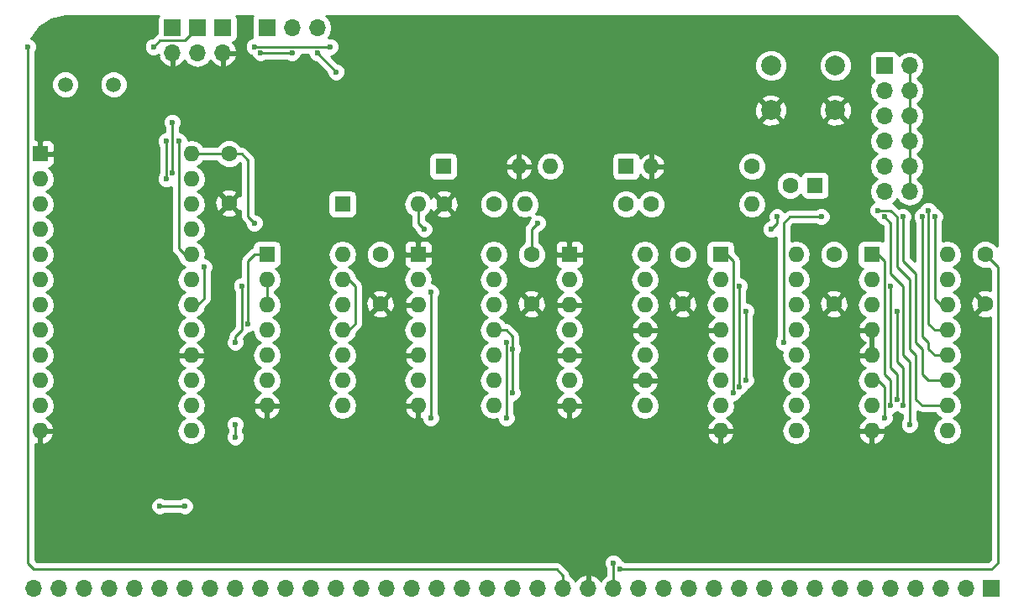
<source format=gbl>
G04 #@! TF.FileFunction,Copper,L2,Bot,Signal*
%FSLAX46Y46*%
G04 Gerber Fmt 4.6, Leading zero omitted, Abs format (unit mm)*
G04 Created by KiCad (PCBNEW 4.0.7) date 09/25/19 15:54:21*
%MOMM*%
%LPD*%
G01*
G04 APERTURE LIST*
%ADD10C,0.100000*%
%ADD11C,1.600000*%
%ADD12R,1.700000X1.700000*%
%ADD13O,1.700000X1.700000*%
%ADD14O,1.600000X1.600000*%
%ADD15R,1.600000X1.600000*%
%ADD16C,2.000000*%
%ADD17C,1.500000*%
%ADD18C,0.600000*%
%ADD19C,0.250000*%
%ADD20C,0.254000*%
G04 APERTURE END LIST*
D10*
D11*
X146685000Y-113665000D03*
X146685000Y-118665000D03*
X116205000Y-103505000D03*
X116205000Y-108505000D03*
X161925000Y-113665000D03*
X161925000Y-118665000D03*
X131445000Y-113665000D03*
X131445000Y-118665000D03*
X192405000Y-113665000D03*
X192405000Y-118665000D03*
X177165000Y-113665000D03*
X177165000Y-118665000D03*
X142875000Y-108585000D03*
X137875000Y-108585000D03*
D12*
X193040000Y-147320000D03*
D13*
X190500000Y-147320000D03*
X187960000Y-147320000D03*
X185420000Y-147320000D03*
X182880000Y-147320000D03*
X180340000Y-147320000D03*
X177800000Y-147320000D03*
X175260000Y-147320000D03*
X172720000Y-147320000D03*
X170180000Y-147320000D03*
X167640000Y-147320000D03*
X165100000Y-147320000D03*
X162560000Y-147320000D03*
X160020000Y-147320000D03*
X157480000Y-147320000D03*
X154940000Y-147320000D03*
X152400000Y-147320000D03*
X149860000Y-147320000D03*
X147320000Y-147320000D03*
X144780000Y-147320000D03*
X142240000Y-147320000D03*
X139700000Y-147320000D03*
X137160000Y-147320000D03*
X134620000Y-147320000D03*
X132080000Y-147320000D03*
X129540000Y-147320000D03*
X127000000Y-147320000D03*
X124460000Y-147320000D03*
X121920000Y-147320000D03*
X119380000Y-147320000D03*
X116840000Y-147320000D03*
X114300000Y-147320000D03*
X111760000Y-147320000D03*
X109220000Y-147320000D03*
X106680000Y-147320000D03*
X104140000Y-147320000D03*
X101600000Y-147320000D03*
X99060000Y-147320000D03*
X96520000Y-147320000D03*
D11*
X156210000Y-108585000D03*
D14*
X146050000Y-108585000D03*
D11*
X158750000Y-108585000D03*
D14*
X168910000Y-108585000D03*
D11*
X168910000Y-104775000D03*
D14*
X158750000Y-104775000D03*
D15*
X180975000Y-113665000D03*
D14*
X188595000Y-131445000D03*
X180975000Y-116205000D03*
X188595000Y-128905000D03*
X180975000Y-118745000D03*
X188595000Y-126365000D03*
X180975000Y-121285000D03*
X188595000Y-123825000D03*
X180975000Y-123825000D03*
X188595000Y-121285000D03*
X180975000Y-126365000D03*
X188595000Y-118745000D03*
X180975000Y-128905000D03*
X188595000Y-116205000D03*
X180975000Y-131445000D03*
X188595000Y-113665000D03*
D15*
X165735000Y-113665000D03*
D14*
X173355000Y-131445000D03*
X165735000Y-116205000D03*
X173355000Y-128905000D03*
X165735000Y-118745000D03*
X173355000Y-126365000D03*
X165735000Y-121285000D03*
X173355000Y-123825000D03*
X165735000Y-123825000D03*
X173355000Y-121285000D03*
X165735000Y-126365000D03*
X173355000Y-118745000D03*
X165735000Y-128905000D03*
X173355000Y-116205000D03*
X165735000Y-131445000D03*
X173355000Y-113665000D03*
D12*
X182245000Y-94615000D03*
D13*
X184785000Y-94615000D03*
X182245000Y-97155000D03*
X184785000Y-97155000D03*
X182245000Y-99695000D03*
X184785000Y-99695000D03*
X182245000Y-102235000D03*
X184785000Y-102235000D03*
X182245000Y-104775000D03*
X184785000Y-104775000D03*
X182245000Y-107315000D03*
X184785000Y-107315000D03*
D15*
X175260000Y-106680000D03*
D11*
X172760000Y-106680000D03*
D15*
X156210000Y-104775000D03*
D14*
X148590000Y-104775000D03*
D15*
X127635000Y-108585000D03*
D14*
X135255000Y-108585000D03*
D15*
X137795000Y-104775000D03*
D14*
X145415000Y-104775000D03*
D12*
X110490000Y-90805000D03*
D13*
X110490000Y-93345000D03*
D12*
X115570000Y-90805000D03*
D13*
X115570000Y-93345000D03*
D12*
X120015000Y-90805000D03*
D13*
X122555000Y-90805000D03*
X125095000Y-90805000D03*
D12*
X113030000Y-90805000D03*
D13*
X113030000Y-93345000D03*
D16*
X170815000Y-99115000D03*
X170815000Y-94615000D03*
X177315000Y-99115000D03*
X177315000Y-94615000D03*
D15*
X135255000Y-113665000D03*
D14*
X142875000Y-128905000D03*
X135255000Y-116205000D03*
X142875000Y-126365000D03*
X135255000Y-118745000D03*
X142875000Y-123825000D03*
X135255000Y-121285000D03*
X142875000Y-121285000D03*
X135255000Y-123825000D03*
X142875000Y-118745000D03*
X135255000Y-126365000D03*
X142875000Y-116205000D03*
X135255000Y-128905000D03*
X142875000Y-113665000D03*
D15*
X97155000Y-103505000D03*
D14*
X112395000Y-131445000D03*
X97155000Y-106045000D03*
X112395000Y-128905000D03*
X97155000Y-108585000D03*
X112395000Y-126365000D03*
X97155000Y-111125000D03*
X112395000Y-123825000D03*
X97155000Y-113665000D03*
X112395000Y-121285000D03*
X97155000Y-116205000D03*
X112395000Y-118745000D03*
X97155000Y-118745000D03*
X112395000Y-116205000D03*
X97155000Y-121285000D03*
X112395000Y-113665000D03*
X97155000Y-123825000D03*
X112395000Y-111125000D03*
X97155000Y-126365000D03*
X112395000Y-108585000D03*
X97155000Y-128905000D03*
X112395000Y-106045000D03*
X97155000Y-131445000D03*
X112395000Y-103505000D03*
D15*
X150495000Y-113665000D03*
D14*
X158115000Y-128905000D03*
X150495000Y-116205000D03*
X158115000Y-126365000D03*
X150495000Y-118745000D03*
X158115000Y-123825000D03*
X150495000Y-121285000D03*
X158115000Y-121285000D03*
X150495000Y-123825000D03*
X158115000Y-118745000D03*
X150495000Y-126365000D03*
X158115000Y-116205000D03*
X150495000Y-128905000D03*
X158115000Y-113665000D03*
D15*
X120015000Y-113665000D03*
D14*
X127635000Y-128905000D03*
X120015000Y-116205000D03*
X127635000Y-126365000D03*
X120015000Y-118745000D03*
X127635000Y-123825000D03*
X120015000Y-121285000D03*
X127635000Y-121285000D03*
X120015000Y-123825000D03*
X127635000Y-118745000D03*
X120015000Y-126365000D03*
X127635000Y-116205000D03*
X120015000Y-128905000D03*
X127635000Y-113665000D03*
D17*
X99695000Y-96520000D03*
X104575000Y-96520000D03*
D18*
X95885000Y-92710000D03*
X155575000Y-145415000D03*
X147320000Y-110490000D03*
X118745000Y-110490000D03*
X183515000Y-119380000D03*
X184150000Y-128905000D03*
X182880000Y-116840000D03*
X183515000Y-128270000D03*
X182880000Y-128905000D03*
X182245000Y-130175000D03*
X168275000Y-119380000D03*
X168275000Y-126365000D03*
X167640000Y-127000000D03*
X167640000Y-116840000D03*
X167005000Y-127635000D03*
X154940000Y-144780000D03*
X118110000Y-120650000D03*
X144780000Y-127635000D03*
X144780000Y-123190000D03*
X182245000Y-109855000D03*
X184785000Y-130810000D03*
X181610000Y-109220000D03*
X184150000Y-109855000D03*
X186055000Y-109855000D03*
X186690000Y-109220000D03*
X187325000Y-109855000D03*
X175895000Y-109855000D03*
X172085000Y-122555000D03*
X116840000Y-130810000D03*
X116840000Y-132080000D03*
X117475000Y-116840000D03*
X116840000Y-122555000D03*
X125095000Y-93345000D03*
X127000000Y-95250000D03*
X135890000Y-111125000D03*
X170815000Y-111125000D03*
X171450000Y-109855000D03*
X110490000Y-105410000D03*
X110490000Y-100330000D03*
X109220000Y-139065000D03*
X108585000Y-92710000D03*
X111760000Y-139065000D03*
X111125000Y-102235000D03*
X113665000Y-114935000D03*
X119380000Y-93345000D03*
X122555000Y-93345000D03*
X109855000Y-102235000D03*
X109855000Y-106045000D03*
X118745000Y-92710000D03*
X126365000Y-92710000D03*
X136525000Y-130175000D03*
X136525000Y-117475000D03*
X144145000Y-122555000D03*
X144145000Y-130175000D03*
D19*
X193675000Y-114935000D02*
X192405000Y-113665000D01*
X193675000Y-144780000D02*
X193675000Y-114935000D01*
X193040000Y-145415000D02*
X193675000Y-144780000D01*
X155575000Y-145415000D02*
X193040000Y-145415000D01*
X146685000Y-111125000D02*
X147320000Y-110490000D01*
X112395000Y-103505000D02*
X116205000Y-103505000D01*
X95885000Y-139700000D02*
X95885000Y-100965000D01*
X149860000Y-146050000D02*
X149225000Y-145415000D01*
X149225000Y-145415000D02*
X96520000Y-145415000D01*
X96520000Y-145415000D02*
X95885000Y-144780000D01*
X95885000Y-144780000D02*
X95885000Y-139700000D01*
X149860000Y-147320000D02*
X149860000Y-146050000D01*
X95885000Y-100965000D02*
X95885000Y-92710000D01*
X118745000Y-110490000D02*
X118110000Y-109855000D01*
X118110000Y-109855000D02*
X118110000Y-104140000D01*
X118110000Y-104140000D02*
X117475000Y-103505000D01*
X117475000Y-103505000D02*
X116205000Y-103505000D01*
X146685000Y-113665000D02*
X146685000Y-111125000D01*
X184150000Y-125095000D02*
X183515000Y-124460000D01*
X183515000Y-124460000D02*
X183515000Y-119380000D01*
X184150000Y-128905000D02*
X184150000Y-125095000D01*
X182880000Y-125095000D02*
X183515000Y-125730000D01*
X182880000Y-116840000D02*
X182880000Y-125095000D01*
X183515000Y-128270000D02*
X183515000Y-125730000D01*
X182880000Y-126365000D02*
X182245000Y-125730000D01*
X182245000Y-114300000D02*
X181610000Y-113665000D01*
X182245000Y-125730000D02*
X182245000Y-114300000D01*
X181610000Y-113665000D02*
X180975000Y-113665000D01*
X182880000Y-128905000D02*
X182880000Y-126365000D01*
X181610000Y-126365000D02*
X182245000Y-127000000D01*
X182245000Y-127000000D02*
X182245000Y-130175000D01*
X181610000Y-126365000D02*
X180975000Y-126365000D01*
X168275000Y-126365000D02*
X168275000Y-119380000D01*
X167640000Y-116840000D02*
X167640000Y-127000000D01*
X167005000Y-114300000D02*
X166370000Y-113665000D01*
X167005000Y-127635000D02*
X167005000Y-114300000D01*
X166370000Y-113665000D02*
X165735000Y-113665000D01*
X154940000Y-147320000D02*
X154940000Y-144780000D01*
X118745000Y-113665000D02*
X120015000Y-113665000D01*
X118110000Y-114300000D02*
X118745000Y-113665000D01*
X118110000Y-120650000D02*
X118110000Y-114300000D01*
X144780000Y-123190000D02*
X144780000Y-121920000D01*
X144780000Y-127635000D02*
X144780000Y-123190000D01*
X144145000Y-121285000D02*
X142875000Y-121285000D01*
X144780000Y-121920000D02*
X144145000Y-121285000D01*
X182880000Y-115570000D02*
X184150000Y-116840000D01*
X182880000Y-110490000D02*
X182880000Y-115570000D01*
X182245000Y-109855000D02*
X182880000Y-110490000D01*
X184150000Y-116840000D02*
X184150000Y-118745000D01*
X184785000Y-130810000D02*
X184785000Y-124460000D01*
X184150000Y-123825000D02*
X184150000Y-118745000D01*
X184785000Y-124460000D02*
X184150000Y-123825000D01*
X184785000Y-118110000D02*
X184785000Y-116205000D01*
X188595000Y-128905000D02*
X186055000Y-128905000D01*
X185420000Y-128270000D02*
X185420000Y-123825000D01*
X186055000Y-128905000D02*
X185420000Y-128270000D01*
X184785000Y-123190000D02*
X184785000Y-118110000D01*
X185420000Y-123825000D02*
X184785000Y-123190000D01*
X182880000Y-109220000D02*
X181610000Y-109220000D01*
X183515000Y-109855000D02*
X182880000Y-109220000D01*
X183515000Y-114935000D02*
X183515000Y-109855000D01*
X184785000Y-116205000D02*
X183515000Y-114935000D01*
X185420000Y-115570000D02*
X184150000Y-114300000D01*
X184150000Y-114300000D02*
X184150000Y-109855000D01*
X186690000Y-126365000D02*
X188595000Y-126365000D01*
X186055000Y-125730000D02*
X186055000Y-123190000D01*
X186690000Y-126365000D02*
X186055000Y-125730000D01*
X185420000Y-122555000D02*
X185420000Y-117475000D01*
X186055000Y-123190000D02*
X185420000Y-122555000D01*
X185420000Y-115570000D02*
X185420000Y-117475000D01*
X187325000Y-123825000D02*
X188595000Y-123825000D01*
X186690000Y-123190000D02*
X186690000Y-122555000D01*
X187325000Y-123825000D02*
X186690000Y-123190000D01*
X186055000Y-121920000D02*
X186055000Y-116840000D01*
X186690000Y-122555000D02*
X186055000Y-121920000D01*
X186055000Y-109855000D02*
X186055000Y-116840000D01*
X186690000Y-116205000D02*
X186690000Y-109220000D01*
X187325000Y-121285000D02*
X186690000Y-120650000D01*
X186690000Y-120650000D02*
X186690000Y-116205000D01*
X188595000Y-121285000D02*
X187325000Y-121285000D01*
X188595000Y-121285000D02*
X187960000Y-121285000D01*
X187325000Y-115570000D02*
X187325000Y-109855000D01*
X188595000Y-118745000D02*
X187960000Y-118745000D01*
X187960000Y-118745000D02*
X187325000Y-118110000D01*
X187325000Y-118110000D02*
X187325000Y-115570000D01*
X175895000Y-109855000D02*
X172720000Y-109855000D01*
X172085000Y-110490000D02*
X172720000Y-109855000D01*
X172085000Y-111125000D02*
X172085000Y-110490000D01*
X172085000Y-122555000D02*
X172085000Y-111125000D01*
X184785000Y-97155000D02*
X184785000Y-94615000D01*
X184785000Y-99695000D02*
X184785000Y-97155000D01*
X184785000Y-102235000D02*
X184785000Y-99695000D01*
X184785000Y-104775000D02*
X184785000Y-102235000D01*
X184785000Y-107315000D02*
X184785000Y-104775000D01*
X116840000Y-130810000D02*
X116840000Y-132080000D01*
X117475000Y-120650000D02*
X117475000Y-121285000D01*
X117475000Y-116840000D02*
X117475000Y-120650000D01*
X116840000Y-121920000D02*
X116840000Y-122555000D01*
X117475000Y-121285000D02*
X116840000Y-121920000D01*
X127000000Y-95250000D02*
X125095000Y-93345000D01*
X135255000Y-110490000D02*
X135255000Y-108585000D01*
X135890000Y-111125000D02*
X135255000Y-110490000D01*
X170815000Y-111125000D02*
X171450000Y-110490000D01*
X171450000Y-110490000D02*
X171450000Y-109855000D01*
X110490000Y-105410000D02*
X110490000Y-100330000D01*
X109220000Y-92075000D02*
X108585000Y-92710000D01*
X109220000Y-139065000D02*
X110490000Y-139065000D01*
X111760000Y-92075000D02*
X113030000Y-90805000D01*
X109220000Y-92075000D02*
X111760000Y-92075000D01*
X111760000Y-139065000D02*
X110490000Y-139065000D01*
X127635000Y-121285000D02*
X128270000Y-121285000D01*
X128270000Y-121285000D02*
X128905000Y-120650000D01*
X128905000Y-116840000D02*
X128270000Y-116205000D01*
X128905000Y-120650000D02*
X128905000Y-116840000D01*
X128270000Y-116205000D02*
X127635000Y-116205000D01*
X112395000Y-113665000D02*
X111760000Y-113665000D01*
X111760000Y-113665000D02*
X111125000Y-113030000D01*
X111125000Y-113030000D02*
X111125000Y-102235000D01*
X112395000Y-118745000D02*
X113030000Y-118745000D01*
X113030000Y-118745000D02*
X113665000Y-118110000D01*
X113665000Y-118110000D02*
X113665000Y-114935000D01*
X119380000Y-93345000D02*
X122555000Y-93345000D01*
X109855000Y-102235000D02*
X109855000Y-106045000D01*
X118745000Y-92710000D02*
X126365000Y-92710000D01*
X120015000Y-118745000D02*
X120015000Y-116205000D01*
X136525000Y-117475000D02*
X136525000Y-130175000D01*
X144145000Y-122555000D02*
X144145000Y-130175000D01*
D20*
G36*
X109043569Y-89703110D02*
X108992560Y-89955000D01*
X108992560Y-91360241D01*
X108929161Y-91372852D01*
X108682599Y-91537599D01*
X108445320Y-91774878D01*
X108399833Y-91774838D01*
X108056057Y-91916883D01*
X107792808Y-92179673D01*
X107650162Y-92523201D01*
X107649838Y-92895167D01*
X107791883Y-93238943D01*
X108054673Y-93502192D01*
X108398201Y-93644838D01*
X108770167Y-93645162D01*
X109113943Y-93503117D01*
X109145112Y-93472002D01*
X109169844Y-93472002D01*
X109048524Y-93701890D01*
X109218355Y-94111924D01*
X109608642Y-94540183D01*
X110133108Y-94786486D01*
X110363000Y-94665819D01*
X110363000Y-93472000D01*
X110343000Y-93472000D01*
X110343000Y-93218000D01*
X110363000Y-93218000D01*
X110363000Y-93198000D01*
X110617000Y-93198000D01*
X110617000Y-93218000D01*
X110637000Y-93218000D01*
X110637000Y-93472000D01*
X110617000Y-93472000D01*
X110617000Y-94665819D01*
X110846892Y-94786486D01*
X111371358Y-94540183D01*
X111761645Y-94111924D01*
X111761655Y-94111899D01*
X111950853Y-94395054D01*
X112432622Y-94716961D01*
X113000907Y-94830000D01*
X113059093Y-94830000D01*
X113627378Y-94716961D01*
X114109147Y-94395054D01*
X114298345Y-94111899D01*
X114298355Y-94111924D01*
X114688642Y-94540183D01*
X115213108Y-94786486D01*
X115443000Y-94665819D01*
X115443000Y-93472000D01*
X115697000Y-93472000D01*
X115697000Y-94665819D01*
X115926892Y-94786486D01*
X116451358Y-94540183D01*
X116841645Y-94111924D01*
X117011476Y-93701890D01*
X116890155Y-93472000D01*
X115697000Y-93472000D01*
X115443000Y-93472000D01*
X115423000Y-93472000D01*
X115423000Y-93218000D01*
X115443000Y-93218000D01*
X115443000Y-93198000D01*
X115697000Y-93198000D01*
X115697000Y-93218000D01*
X116890155Y-93218000D01*
X117011476Y-92988110D01*
X116841645Y-92578076D01*
X116565499Y-92275063D01*
X116655317Y-92258162D01*
X116871441Y-92119090D01*
X117016431Y-91906890D01*
X117067440Y-91655000D01*
X117067440Y-89955000D01*
X117023162Y-89719683D01*
X116952583Y-89610000D01*
X118632188Y-89610000D01*
X118568569Y-89703110D01*
X118517560Y-89955000D01*
X118517560Y-91655000D01*
X118541532Y-91782400D01*
X118216057Y-91916883D01*
X117952808Y-92179673D01*
X117810162Y-92523201D01*
X117809838Y-92895167D01*
X117951883Y-93238943D01*
X118214673Y-93502192D01*
X118478554Y-93611765D01*
X118586883Y-93873943D01*
X118849673Y-94137192D01*
X119193201Y-94279838D01*
X119565167Y-94280162D01*
X119908943Y-94138117D01*
X119942118Y-94105000D01*
X121992537Y-94105000D01*
X122024673Y-94137192D01*
X122368201Y-94279838D01*
X122740167Y-94280162D01*
X123083943Y-94138117D01*
X123347192Y-93875327D01*
X123489838Y-93531799D01*
X123489892Y-93470000D01*
X124159890Y-93470000D01*
X124159838Y-93530167D01*
X124301883Y-93873943D01*
X124564673Y-94137192D01*
X124908201Y-94279838D01*
X124955077Y-94279879D01*
X126064878Y-95389680D01*
X126064838Y-95435167D01*
X126206883Y-95778943D01*
X126469673Y-96042192D01*
X126813201Y-96184838D01*
X127185167Y-96185162D01*
X127528943Y-96043117D01*
X127792192Y-95780327D01*
X127934838Y-95436799D01*
X127935162Y-95064833D01*
X127883085Y-94938795D01*
X169179716Y-94938795D01*
X169428106Y-95539943D01*
X169887637Y-96000278D01*
X170488352Y-96249716D01*
X171138795Y-96250284D01*
X171739943Y-96001894D01*
X172200278Y-95542363D01*
X172449716Y-94941648D01*
X172449718Y-94938795D01*
X175679716Y-94938795D01*
X175928106Y-95539943D01*
X176387637Y-96000278D01*
X176988352Y-96249716D01*
X177638795Y-96250284D01*
X178239943Y-96001894D01*
X178700278Y-95542363D01*
X178949716Y-94941648D01*
X178950284Y-94291205D01*
X178701894Y-93690057D01*
X178242363Y-93229722D01*
X177641648Y-92980284D01*
X176991205Y-92979716D01*
X176390057Y-93228106D01*
X175929722Y-93687637D01*
X175680284Y-94288352D01*
X175679716Y-94938795D01*
X172449718Y-94938795D01*
X172450284Y-94291205D01*
X172201894Y-93690057D01*
X171742363Y-93229722D01*
X171141648Y-92980284D01*
X170491205Y-92979716D01*
X169890057Y-93228106D01*
X169429722Y-93687637D01*
X169180284Y-94288352D01*
X169179716Y-94938795D01*
X127883085Y-94938795D01*
X127793117Y-94721057D01*
X127530327Y-94457808D01*
X127186799Y-94315162D01*
X127139923Y-94315121D01*
X126469894Y-93645092D01*
X126550167Y-93645162D01*
X126893943Y-93503117D01*
X127157192Y-93240327D01*
X127299838Y-92896799D01*
X127300162Y-92524833D01*
X127158117Y-92181057D01*
X126895327Y-91917808D01*
X126551799Y-91775162D01*
X126218070Y-91774871D01*
X126466961Y-91402378D01*
X126580000Y-90834093D01*
X126580000Y-90775907D01*
X126466961Y-90207622D01*
X126145054Y-89725853D01*
X125971667Y-89610000D01*
X189570908Y-89610000D01*
X193600000Y-93639092D01*
X193600000Y-112830918D01*
X193218923Y-112449176D01*
X192691691Y-112230250D01*
X192120813Y-112229752D01*
X191593200Y-112447757D01*
X191189176Y-112851077D01*
X190970250Y-113378309D01*
X190969752Y-113949187D01*
X191187757Y-114476800D01*
X191591077Y-114880824D01*
X192118309Y-115099750D01*
X192689187Y-115100248D01*
X192743149Y-115077951D01*
X192915000Y-115249802D01*
X192915000Y-117323431D01*
X192621777Y-117218035D01*
X192051546Y-117245222D01*
X191650995Y-117411136D01*
X191576861Y-117657255D01*
X192405000Y-118485395D01*
X192419142Y-118471252D01*
X192598748Y-118650858D01*
X192584605Y-118665000D01*
X192598748Y-118679143D01*
X192419142Y-118858748D01*
X192405000Y-118844605D01*
X191576861Y-119672745D01*
X191650995Y-119918864D01*
X192188223Y-120111965D01*
X192758454Y-120084778D01*
X192915000Y-120019934D01*
X192915000Y-144465198D01*
X192725198Y-144655000D01*
X156137463Y-144655000D01*
X156105327Y-144622808D01*
X155841446Y-144513235D01*
X155733117Y-144251057D01*
X155470327Y-143987808D01*
X155126799Y-143845162D01*
X154754833Y-143844838D01*
X154411057Y-143986883D01*
X154147808Y-144249673D01*
X154005162Y-144593201D01*
X154004838Y-144965167D01*
X154146883Y-145308943D01*
X154180000Y-145342118D01*
X154180000Y-146047046D01*
X153889946Y-146240853D01*
X153662298Y-146581553D01*
X153595183Y-146438642D01*
X153166924Y-146048355D01*
X152756890Y-145878524D01*
X152527000Y-145999845D01*
X152527000Y-147193000D01*
X152547000Y-147193000D01*
X152547000Y-147447000D01*
X152527000Y-147447000D01*
X152527000Y-147467000D01*
X152273000Y-147467000D01*
X152273000Y-147447000D01*
X152253000Y-147447000D01*
X152253000Y-147193000D01*
X152273000Y-147193000D01*
X152273000Y-145999845D01*
X152043110Y-145878524D01*
X151633076Y-146048355D01*
X151204817Y-146438642D01*
X151137702Y-146581553D01*
X150910054Y-146240853D01*
X150619322Y-146046593D01*
X150562148Y-145759161D01*
X150397401Y-145512599D01*
X149762401Y-144877599D01*
X149515839Y-144712852D01*
X149225000Y-144655000D01*
X96834802Y-144655000D01*
X96645000Y-144465198D01*
X96645000Y-139250167D01*
X108284838Y-139250167D01*
X108426883Y-139593943D01*
X108689673Y-139857192D01*
X109033201Y-139999838D01*
X109405167Y-140000162D01*
X109748943Y-139858117D01*
X109782118Y-139825000D01*
X111197537Y-139825000D01*
X111229673Y-139857192D01*
X111573201Y-139999838D01*
X111945167Y-140000162D01*
X112288943Y-139858117D01*
X112552192Y-139595327D01*
X112694838Y-139251799D01*
X112695162Y-138879833D01*
X112553117Y-138536057D01*
X112290327Y-138272808D01*
X111946799Y-138130162D01*
X111574833Y-138129838D01*
X111231057Y-138271883D01*
X111197882Y-138305000D01*
X109782463Y-138305000D01*
X109750327Y-138272808D01*
X109406799Y-138130162D01*
X109034833Y-138129838D01*
X108691057Y-138271883D01*
X108427808Y-138534673D01*
X108285162Y-138878201D01*
X108284838Y-139250167D01*
X96645000Y-139250167D01*
X96645000Y-132760735D01*
X96805959Y-132836914D01*
X97028000Y-132715629D01*
X97028000Y-131572000D01*
X97282000Y-131572000D01*
X97282000Y-132715629D01*
X97504041Y-132836914D01*
X98010134Y-132597389D01*
X98386041Y-132182423D01*
X98546904Y-131794039D01*
X98424915Y-131572000D01*
X97282000Y-131572000D01*
X97028000Y-131572000D01*
X97008000Y-131572000D01*
X97008000Y-131318000D01*
X97028000Y-131318000D01*
X97028000Y-131298000D01*
X97282000Y-131298000D01*
X97282000Y-131318000D01*
X98424915Y-131318000D01*
X98546904Y-131095961D01*
X98386041Y-130707577D01*
X98010134Y-130292611D01*
X97793297Y-130189986D01*
X98197811Y-129919698D01*
X98508880Y-129454151D01*
X98618113Y-128905000D01*
X98508880Y-128355849D01*
X98197811Y-127890302D01*
X97815725Y-127635000D01*
X98197811Y-127379698D01*
X98508880Y-126914151D01*
X98618113Y-126365000D01*
X110931887Y-126365000D01*
X111041120Y-126914151D01*
X111352189Y-127379698D01*
X111734275Y-127635000D01*
X111352189Y-127890302D01*
X111041120Y-128355849D01*
X110931887Y-128905000D01*
X111041120Y-129454151D01*
X111352189Y-129919698D01*
X111734275Y-130175000D01*
X111352189Y-130430302D01*
X111041120Y-130895849D01*
X110931887Y-131445000D01*
X111041120Y-131994151D01*
X111352189Y-132459698D01*
X111817736Y-132770767D01*
X112366887Y-132880000D01*
X112423113Y-132880000D01*
X112972264Y-132770767D01*
X113437811Y-132459698D01*
X113748880Y-131994151D01*
X113858113Y-131445000D01*
X113768636Y-130995167D01*
X115904838Y-130995167D01*
X116046883Y-131338943D01*
X116080000Y-131372118D01*
X116080000Y-131517537D01*
X116047808Y-131549673D01*
X115905162Y-131893201D01*
X115904838Y-132265167D01*
X116046883Y-132608943D01*
X116309673Y-132872192D01*
X116653201Y-133014838D01*
X117025167Y-133015162D01*
X117368943Y-132873117D01*
X117632192Y-132610327D01*
X117774838Y-132266799D01*
X117775162Y-131894833D01*
X117733515Y-131794039D01*
X164343096Y-131794039D01*
X164503959Y-132182423D01*
X164879866Y-132597389D01*
X165385959Y-132836914D01*
X165608000Y-132715629D01*
X165608000Y-131572000D01*
X165862000Y-131572000D01*
X165862000Y-132715629D01*
X166084041Y-132836914D01*
X166590134Y-132597389D01*
X166966041Y-132182423D01*
X167126904Y-131794039D01*
X167004915Y-131572000D01*
X165862000Y-131572000D01*
X165608000Y-131572000D01*
X164465085Y-131572000D01*
X164343096Y-131794039D01*
X117733515Y-131794039D01*
X117633117Y-131551057D01*
X117600000Y-131517882D01*
X117600000Y-131372463D01*
X117632192Y-131340327D01*
X117774838Y-130996799D01*
X117775162Y-130624833D01*
X117633117Y-130281057D01*
X117370327Y-130017808D01*
X117026799Y-129875162D01*
X116654833Y-129874838D01*
X116311057Y-130016883D01*
X116047808Y-130279673D01*
X115905162Y-130623201D01*
X115904838Y-130995167D01*
X113768636Y-130995167D01*
X113748880Y-130895849D01*
X113437811Y-130430302D01*
X113055725Y-130175000D01*
X113437811Y-129919698D01*
X113748880Y-129454151D01*
X113788684Y-129254039D01*
X118623096Y-129254039D01*
X118783959Y-129642423D01*
X119159866Y-130057389D01*
X119665959Y-130296914D01*
X119888000Y-130175629D01*
X119888000Y-129032000D01*
X120142000Y-129032000D01*
X120142000Y-130175629D01*
X120364041Y-130296914D01*
X120870134Y-130057389D01*
X121246041Y-129642423D01*
X121406904Y-129254039D01*
X121284915Y-129032000D01*
X120142000Y-129032000D01*
X119888000Y-129032000D01*
X118745085Y-129032000D01*
X118623096Y-129254039D01*
X113788684Y-129254039D01*
X113858113Y-128905000D01*
X113748880Y-128355849D01*
X113437811Y-127890302D01*
X113055725Y-127635000D01*
X113437811Y-127379698D01*
X113748880Y-126914151D01*
X113858113Y-126365000D01*
X113748880Y-125815849D01*
X113437811Y-125350302D01*
X113033297Y-125080014D01*
X113250134Y-124977389D01*
X113626041Y-124562423D01*
X113786904Y-124174039D01*
X113664915Y-123952000D01*
X112522000Y-123952000D01*
X112522000Y-123972000D01*
X112268000Y-123972000D01*
X112268000Y-123952000D01*
X111125085Y-123952000D01*
X111003096Y-124174039D01*
X111163959Y-124562423D01*
X111539866Y-124977389D01*
X111756703Y-125080014D01*
X111352189Y-125350302D01*
X111041120Y-125815849D01*
X110931887Y-126365000D01*
X98618113Y-126365000D01*
X98508880Y-125815849D01*
X98197811Y-125350302D01*
X97815725Y-125095000D01*
X98197811Y-124839698D01*
X98508880Y-124374151D01*
X98618113Y-123825000D01*
X98508880Y-123275849D01*
X98197811Y-122810302D01*
X97815725Y-122555000D01*
X98197811Y-122299698D01*
X98508880Y-121834151D01*
X98618113Y-121285000D01*
X98508880Y-120735849D01*
X98197811Y-120270302D01*
X97815725Y-120015000D01*
X98197811Y-119759698D01*
X98508880Y-119294151D01*
X98618113Y-118745000D01*
X98508880Y-118195849D01*
X98197811Y-117730302D01*
X97815725Y-117475000D01*
X98197811Y-117219698D01*
X98508880Y-116754151D01*
X98618113Y-116205000D01*
X98508880Y-115655849D01*
X98197811Y-115190302D01*
X97815725Y-114935000D01*
X98197811Y-114679698D01*
X98508880Y-114214151D01*
X98618113Y-113665000D01*
X98508880Y-113115849D01*
X98197811Y-112650302D01*
X97815725Y-112395000D01*
X98197811Y-112139698D01*
X98508880Y-111674151D01*
X98618113Y-111125000D01*
X98508880Y-110575849D01*
X98197811Y-110110302D01*
X97815725Y-109855000D01*
X98197811Y-109599698D01*
X98508880Y-109134151D01*
X98618113Y-108585000D01*
X98508880Y-108035849D01*
X98197811Y-107570302D01*
X97815725Y-107315000D01*
X98197811Y-107059698D01*
X98508880Y-106594151D01*
X98618113Y-106045000D01*
X98508880Y-105495849D01*
X98197811Y-105030302D01*
X98062665Y-104940000D01*
X98081309Y-104940000D01*
X98314698Y-104843327D01*
X98493327Y-104664699D01*
X98590000Y-104431310D01*
X98590000Y-103790750D01*
X98431250Y-103632000D01*
X97282000Y-103632000D01*
X97282000Y-103652000D01*
X97028000Y-103652000D01*
X97028000Y-103632000D01*
X97008000Y-103632000D01*
X97008000Y-103378000D01*
X97028000Y-103378000D01*
X97028000Y-102228750D01*
X97282000Y-102228750D01*
X97282000Y-103378000D01*
X98431250Y-103378000D01*
X98590000Y-103219250D01*
X98590000Y-102578690D01*
X98524338Y-102420167D01*
X108919838Y-102420167D01*
X109061883Y-102763943D01*
X109095000Y-102797118D01*
X109095000Y-105482537D01*
X109062808Y-105514673D01*
X108920162Y-105858201D01*
X108919838Y-106230167D01*
X109061883Y-106573943D01*
X109324673Y-106837192D01*
X109668201Y-106979838D01*
X110040167Y-106980162D01*
X110365000Y-106845944D01*
X110365000Y-113030000D01*
X110422852Y-113320839D01*
X110587599Y-113567401D01*
X110993141Y-113972943D01*
X111041120Y-114214151D01*
X111352189Y-114679698D01*
X111734275Y-114935000D01*
X111352189Y-115190302D01*
X111041120Y-115655849D01*
X110931887Y-116205000D01*
X111041120Y-116754151D01*
X111352189Y-117219698D01*
X111734275Y-117475000D01*
X111352189Y-117730302D01*
X111041120Y-118195849D01*
X110931887Y-118745000D01*
X111041120Y-119294151D01*
X111352189Y-119759698D01*
X111734275Y-120015000D01*
X111352189Y-120270302D01*
X111041120Y-120735849D01*
X110931887Y-121285000D01*
X111041120Y-121834151D01*
X111352189Y-122299698D01*
X111756703Y-122569986D01*
X111539866Y-122672611D01*
X111163959Y-123087577D01*
X111003096Y-123475961D01*
X111125085Y-123698000D01*
X112268000Y-123698000D01*
X112268000Y-123678000D01*
X112522000Y-123678000D01*
X112522000Y-123698000D01*
X113664915Y-123698000D01*
X113786904Y-123475961D01*
X113626041Y-123087577D01*
X113311332Y-122740167D01*
X115904838Y-122740167D01*
X116046883Y-123083943D01*
X116309673Y-123347192D01*
X116653201Y-123489838D01*
X117025167Y-123490162D01*
X117368943Y-123348117D01*
X117632192Y-123085327D01*
X117774838Y-122741799D01*
X117775162Y-122369833D01*
X117684467Y-122150335D01*
X118012401Y-121822401D01*
X118170991Y-121585054D01*
X118295167Y-121585162D01*
X118587561Y-121464347D01*
X118661120Y-121834151D01*
X118972189Y-122299698D01*
X119354275Y-122555000D01*
X118972189Y-122810302D01*
X118661120Y-123275849D01*
X118551887Y-123825000D01*
X118661120Y-124374151D01*
X118972189Y-124839698D01*
X119354275Y-125095000D01*
X118972189Y-125350302D01*
X118661120Y-125815849D01*
X118551887Y-126365000D01*
X118661120Y-126914151D01*
X118972189Y-127379698D01*
X119376703Y-127649986D01*
X119159866Y-127752611D01*
X118783959Y-128167577D01*
X118623096Y-128555961D01*
X118745085Y-128778000D01*
X119888000Y-128778000D01*
X119888000Y-128758000D01*
X120142000Y-128758000D01*
X120142000Y-128778000D01*
X121284915Y-128778000D01*
X121406904Y-128555961D01*
X121246041Y-128167577D01*
X120870134Y-127752611D01*
X120653297Y-127649986D01*
X121057811Y-127379698D01*
X121368880Y-126914151D01*
X121478113Y-126365000D01*
X121368880Y-125815849D01*
X121057811Y-125350302D01*
X120675725Y-125095000D01*
X121057811Y-124839698D01*
X121368880Y-124374151D01*
X121478113Y-123825000D01*
X121368880Y-123275849D01*
X121057811Y-122810302D01*
X120675725Y-122555000D01*
X121057811Y-122299698D01*
X121368880Y-121834151D01*
X121478113Y-121285000D01*
X121368880Y-120735849D01*
X121057811Y-120270302D01*
X120675725Y-120015000D01*
X121057811Y-119759698D01*
X121368880Y-119294151D01*
X121478113Y-118745000D01*
X121368880Y-118195849D01*
X121057811Y-117730302D01*
X120775000Y-117541333D01*
X120775000Y-117408667D01*
X121057811Y-117219698D01*
X121368880Y-116754151D01*
X121478113Y-116205000D01*
X121368880Y-115655849D01*
X121057811Y-115190302D01*
X120913535Y-115093899D01*
X121050317Y-115068162D01*
X121266441Y-114929090D01*
X121411431Y-114716890D01*
X121462440Y-114465000D01*
X121462440Y-113665000D01*
X126171887Y-113665000D01*
X126281120Y-114214151D01*
X126592189Y-114679698D01*
X126974275Y-114935000D01*
X126592189Y-115190302D01*
X126281120Y-115655849D01*
X126171887Y-116205000D01*
X126281120Y-116754151D01*
X126592189Y-117219698D01*
X126974275Y-117475000D01*
X126592189Y-117730302D01*
X126281120Y-118195849D01*
X126171887Y-118745000D01*
X126281120Y-119294151D01*
X126592189Y-119759698D01*
X126974275Y-120015000D01*
X126592189Y-120270302D01*
X126281120Y-120735849D01*
X126171887Y-121285000D01*
X126281120Y-121834151D01*
X126592189Y-122299698D01*
X126974275Y-122555000D01*
X126592189Y-122810302D01*
X126281120Y-123275849D01*
X126171887Y-123825000D01*
X126281120Y-124374151D01*
X126592189Y-124839698D01*
X126974275Y-125095000D01*
X126592189Y-125350302D01*
X126281120Y-125815849D01*
X126171887Y-126365000D01*
X126281120Y-126914151D01*
X126592189Y-127379698D01*
X126974275Y-127635000D01*
X126592189Y-127890302D01*
X126281120Y-128355849D01*
X126171887Y-128905000D01*
X126281120Y-129454151D01*
X126592189Y-129919698D01*
X127057736Y-130230767D01*
X127606887Y-130340000D01*
X127663113Y-130340000D01*
X128212264Y-130230767D01*
X128677811Y-129919698D01*
X128988880Y-129454151D01*
X129028684Y-129254039D01*
X133863096Y-129254039D01*
X134023959Y-129642423D01*
X134399866Y-130057389D01*
X134905959Y-130296914D01*
X135128000Y-130175629D01*
X135128000Y-129032000D01*
X133985085Y-129032000D01*
X133863096Y-129254039D01*
X129028684Y-129254039D01*
X129098113Y-128905000D01*
X128988880Y-128355849D01*
X128677811Y-127890302D01*
X128295725Y-127635000D01*
X128677811Y-127379698D01*
X128988880Y-126914151D01*
X129098113Y-126365000D01*
X128988880Y-125815849D01*
X128677811Y-125350302D01*
X128295725Y-125095000D01*
X128677811Y-124839698D01*
X128988880Y-124374151D01*
X129098113Y-123825000D01*
X128988880Y-123275849D01*
X128677811Y-122810302D01*
X128295725Y-122555000D01*
X128677811Y-122299698D01*
X128988880Y-121834151D01*
X129036859Y-121592943D01*
X129442401Y-121187401D01*
X129607148Y-120940839D01*
X129665000Y-120650000D01*
X129665000Y-119672745D01*
X130616861Y-119672745D01*
X130690995Y-119918864D01*
X131228223Y-120111965D01*
X131798454Y-120084778D01*
X132199005Y-119918864D01*
X132273139Y-119672745D01*
X131445000Y-118844605D01*
X130616861Y-119672745D01*
X129665000Y-119672745D01*
X129665000Y-118448223D01*
X129998035Y-118448223D01*
X130025222Y-119018454D01*
X130191136Y-119419005D01*
X130437255Y-119493139D01*
X131265395Y-118665000D01*
X131624605Y-118665000D01*
X132452745Y-119493139D01*
X132698864Y-119419005D01*
X132891965Y-118881777D01*
X132864778Y-118311546D01*
X132698864Y-117910995D01*
X132452745Y-117836861D01*
X131624605Y-118665000D01*
X131265395Y-118665000D01*
X130437255Y-117836861D01*
X130191136Y-117910995D01*
X129998035Y-118448223D01*
X129665000Y-118448223D01*
X129665000Y-117657255D01*
X130616861Y-117657255D01*
X131445000Y-118485395D01*
X132273139Y-117657255D01*
X132199005Y-117411136D01*
X131661777Y-117218035D01*
X131091546Y-117245222D01*
X130690995Y-117411136D01*
X130616861Y-117657255D01*
X129665000Y-117657255D01*
X129665000Y-116840000D01*
X129607148Y-116549161D01*
X129442401Y-116302599D01*
X129344802Y-116205000D01*
X133791887Y-116205000D01*
X133901120Y-116754151D01*
X134212189Y-117219698D01*
X134616703Y-117489986D01*
X134399866Y-117592611D01*
X134023959Y-118007577D01*
X133863096Y-118395961D01*
X133985085Y-118618000D01*
X135128000Y-118618000D01*
X135128000Y-118598000D01*
X135382000Y-118598000D01*
X135382000Y-118618000D01*
X135402000Y-118618000D01*
X135402000Y-118872000D01*
X135382000Y-118872000D01*
X135382000Y-118892000D01*
X135128000Y-118892000D01*
X135128000Y-118872000D01*
X133985085Y-118872000D01*
X133863096Y-119094039D01*
X134023959Y-119482423D01*
X134399866Y-119897389D01*
X134616703Y-120000014D01*
X134212189Y-120270302D01*
X133901120Y-120735849D01*
X133791887Y-121285000D01*
X133901120Y-121834151D01*
X134212189Y-122299698D01*
X134616703Y-122569986D01*
X134399866Y-122672611D01*
X134023959Y-123087577D01*
X133863096Y-123475961D01*
X133985085Y-123698000D01*
X135128000Y-123698000D01*
X135128000Y-123678000D01*
X135382000Y-123678000D01*
X135382000Y-123698000D01*
X135402000Y-123698000D01*
X135402000Y-123952000D01*
X135382000Y-123952000D01*
X135382000Y-123972000D01*
X135128000Y-123972000D01*
X135128000Y-123952000D01*
X133985085Y-123952000D01*
X133863096Y-124174039D01*
X134023959Y-124562423D01*
X134399866Y-124977389D01*
X134616703Y-125080014D01*
X134212189Y-125350302D01*
X133901120Y-125815849D01*
X133791887Y-126365000D01*
X133901120Y-126914151D01*
X134212189Y-127379698D01*
X134616703Y-127649986D01*
X134399866Y-127752611D01*
X134023959Y-128167577D01*
X133863096Y-128555961D01*
X133985085Y-128778000D01*
X135128000Y-128778000D01*
X135128000Y-128758000D01*
X135382000Y-128758000D01*
X135382000Y-128778000D01*
X135402000Y-128778000D01*
X135402000Y-129032000D01*
X135382000Y-129032000D01*
X135382000Y-130175629D01*
X135589900Y-130289190D01*
X135589838Y-130360167D01*
X135731883Y-130703943D01*
X135994673Y-130967192D01*
X136338201Y-131109838D01*
X136710167Y-131110162D01*
X137053943Y-130968117D01*
X137317192Y-130705327D01*
X137459838Y-130361799D01*
X137460162Y-129989833D01*
X137318117Y-129646057D01*
X137285000Y-129612882D01*
X137285000Y-118037463D01*
X137317192Y-118005327D01*
X137459838Y-117661799D01*
X137460162Y-117289833D01*
X137318117Y-116946057D01*
X137055327Y-116682808D01*
X136711799Y-116540162D01*
X136651456Y-116540109D01*
X136718113Y-116205000D01*
X136608880Y-115655849D01*
X136297811Y-115190302D01*
X136162665Y-115100000D01*
X136181309Y-115100000D01*
X136414698Y-115003327D01*
X136593327Y-114824699D01*
X136690000Y-114591310D01*
X136690000Y-113950750D01*
X136531250Y-113792000D01*
X135382000Y-113792000D01*
X135382000Y-113812000D01*
X135128000Y-113812000D01*
X135128000Y-113792000D01*
X133978750Y-113792000D01*
X133820000Y-113950750D01*
X133820000Y-114591310D01*
X133916673Y-114824699D01*
X134095302Y-115003327D01*
X134328691Y-115100000D01*
X134347335Y-115100000D01*
X134212189Y-115190302D01*
X133901120Y-115655849D01*
X133791887Y-116205000D01*
X129344802Y-116205000D01*
X129036859Y-115897057D01*
X128988880Y-115655849D01*
X128677811Y-115190302D01*
X128295725Y-114935000D01*
X128677811Y-114679698D01*
X128988880Y-114214151D01*
X129041584Y-113949187D01*
X130009752Y-113949187D01*
X130227757Y-114476800D01*
X130631077Y-114880824D01*
X131158309Y-115099750D01*
X131729187Y-115100248D01*
X132256800Y-114882243D01*
X132660824Y-114478923D01*
X132879750Y-113951691D01*
X132880000Y-113665000D01*
X141411887Y-113665000D01*
X141521120Y-114214151D01*
X141832189Y-114679698D01*
X142214275Y-114935000D01*
X141832189Y-115190302D01*
X141521120Y-115655849D01*
X141411887Y-116205000D01*
X141521120Y-116754151D01*
X141832189Y-117219698D01*
X142214275Y-117475000D01*
X141832189Y-117730302D01*
X141521120Y-118195849D01*
X141411887Y-118745000D01*
X141521120Y-119294151D01*
X141832189Y-119759698D01*
X142214275Y-120015000D01*
X141832189Y-120270302D01*
X141521120Y-120735849D01*
X141411887Y-121285000D01*
X141521120Y-121834151D01*
X141832189Y-122299698D01*
X142214275Y-122555000D01*
X141832189Y-122810302D01*
X141521120Y-123275849D01*
X141411887Y-123825000D01*
X141521120Y-124374151D01*
X141832189Y-124839698D01*
X142214275Y-125095000D01*
X141832189Y-125350302D01*
X141521120Y-125815849D01*
X141411887Y-126365000D01*
X141521120Y-126914151D01*
X141832189Y-127379698D01*
X142214275Y-127635000D01*
X141832189Y-127890302D01*
X141521120Y-128355849D01*
X141411887Y-128905000D01*
X141521120Y-129454151D01*
X141832189Y-129919698D01*
X142297736Y-130230767D01*
X142846887Y-130340000D01*
X142903113Y-130340000D01*
X143209909Y-130278974D01*
X143209838Y-130360167D01*
X143351883Y-130703943D01*
X143614673Y-130967192D01*
X143958201Y-131109838D01*
X144330167Y-131110162D01*
X144673943Y-130968117D01*
X144937192Y-130705327D01*
X145079838Y-130361799D01*
X145080162Y-129989833D01*
X144938117Y-129646057D01*
X144905000Y-129612882D01*
X144905000Y-129254039D01*
X149103096Y-129254039D01*
X149263959Y-129642423D01*
X149639866Y-130057389D01*
X150145959Y-130296914D01*
X150368000Y-130175629D01*
X150368000Y-129032000D01*
X150622000Y-129032000D01*
X150622000Y-130175629D01*
X150844041Y-130296914D01*
X151350134Y-130057389D01*
X151726041Y-129642423D01*
X151886904Y-129254039D01*
X151764915Y-129032000D01*
X150622000Y-129032000D01*
X150368000Y-129032000D01*
X149225085Y-129032000D01*
X149103096Y-129254039D01*
X144905000Y-129254039D01*
X144905000Y-128905000D01*
X156651887Y-128905000D01*
X156761120Y-129454151D01*
X157072189Y-129919698D01*
X157537736Y-130230767D01*
X158086887Y-130340000D01*
X158143113Y-130340000D01*
X158692264Y-130230767D01*
X159157811Y-129919698D01*
X159468880Y-129454151D01*
X159578113Y-128905000D01*
X159468880Y-128355849D01*
X159157811Y-127890302D01*
X158753297Y-127620014D01*
X158970134Y-127517389D01*
X159346041Y-127102423D01*
X159506904Y-126714039D01*
X159384915Y-126492000D01*
X158242000Y-126492000D01*
X158242000Y-126512000D01*
X157988000Y-126512000D01*
X157988000Y-126492000D01*
X156845085Y-126492000D01*
X156723096Y-126714039D01*
X156883959Y-127102423D01*
X157259866Y-127517389D01*
X157476703Y-127620014D01*
X157072189Y-127890302D01*
X156761120Y-128355849D01*
X156651887Y-128905000D01*
X144905000Y-128905000D01*
X144905000Y-128570110D01*
X144965167Y-128570162D01*
X145308943Y-128428117D01*
X145572192Y-128165327D01*
X145714838Y-127821799D01*
X145715162Y-127449833D01*
X145573117Y-127106057D01*
X145540000Y-127072882D01*
X145540000Y-126365000D01*
X149031887Y-126365000D01*
X149141120Y-126914151D01*
X149452189Y-127379698D01*
X149856703Y-127649986D01*
X149639866Y-127752611D01*
X149263959Y-128167577D01*
X149103096Y-128555961D01*
X149225085Y-128778000D01*
X150368000Y-128778000D01*
X150368000Y-128758000D01*
X150622000Y-128758000D01*
X150622000Y-128778000D01*
X151764915Y-128778000D01*
X151886904Y-128555961D01*
X151726041Y-128167577D01*
X151350134Y-127752611D01*
X151133297Y-127649986D01*
X151537811Y-127379698D01*
X151848880Y-126914151D01*
X151958113Y-126365000D01*
X151848880Y-125815849D01*
X151537811Y-125350302D01*
X151133297Y-125080014D01*
X151350134Y-124977389D01*
X151726041Y-124562423D01*
X151886904Y-124174039D01*
X151764915Y-123952000D01*
X150622000Y-123952000D01*
X150622000Y-123972000D01*
X150368000Y-123972000D01*
X150368000Y-123952000D01*
X149225085Y-123952000D01*
X149103096Y-124174039D01*
X149263959Y-124562423D01*
X149639866Y-124977389D01*
X149856703Y-125080014D01*
X149452189Y-125350302D01*
X149141120Y-125815849D01*
X149031887Y-126365000D01*
X145540000Y-126365000D01*
X145540000Y-123825000D01*
X156651887Y-123825000D01*
X156761120Y-124374151D01*
X157072189Y-124839698D01*
X157476703Y-125109986D01*
X157259866Y-125212611D01*
X156883959Y-125627577D01*
X156723096Y-126015961D01*
X156845085Y-126238000D01*
X157988000Y-126238000D01*
X157988000Y-126218000D01*
X158242000Y-126218000D01*
X158242000Y-126238000D01*
X159384915Y-126238000D01*
X159506904Y-126015961D01*
X159346041Y-125627577D01*
X158970134Y-125212611D01*
X158753297Y-125109986D01*
X159157811Y-124839698D01*
X159468880Y-124374151D01*
X159578113Y-123825000D01*
X159468880Y-123275849D01*
X159157811Y-122810302D01*
X158753297Y-122540014D01*
X158970134Y-122437389D01*
X159346041Y-122022423D01*
X159506904Y-121634039D01*
X159384915Y-121412000D01*
X158242000Y-121412000D01*
X158242000Y-121432000D01*
X157988000Y-121432000D01*
X157988000Y-121412000D01*
X156845085Y-121412000D01*
X156723096Y-121634039D01*
X156883959Y-122022423D01*
X157259866Y-122437389D01*
X157476703Y-122540014D01*
X157072189Y-122810302D01*
X156761120Y-123275849D01*
X156651887Y-123825000D01*
X145540000Y-123825000D01*
X145540000Y-123752463D01*
X145572192Y-123720327D01*
X145714838Y-123376799D01*
X145715162Y-123004833D01*
X145573117Y-122661057D01*
X145540000Y-122627882D01*
X145540000Y-121920000D01*
X145482148Y-121629161D01*
X145317401Y-121382599D01*
X145219802Y-121285000D01*
X149031887Y-121285000D01*
X149141120Y-121834151D01*
X149452189Y-122299698D01*
X149856703Y-122569986D01*
X149639866Y-122672611D01*
X149263959Y-123087577D01*
X149103096Y-123475961D01*
X149225085Y-123698000D01*
X150368000Y-123698000D01*
X150368000Y-123678000D01*
X150622000Y-123678000D01*
X150622000Y-123698000D01*
X151764915Y-123698000D01*
X151886904Y-123475961D01*
X151726041Y-123087577D01*
X151350134Y-122672611D01*
X151133297Y-122569986D01*
X151537811Y-122299698D01*
X151848880Y-121834151D01*
X151958113Y-121285000D01*
X151848880Y-120735849D01*
X151537811Y-120270302D01*
X151133297Y-120000014D01*
X151350134Y-119897389D01*
X151726041Y-119482423D01*
X151886904Y-119094039D01*
X151764915Y-118872000D01*
X150622000Y-118872000D01*
X150622000Y-118892000D01*
X150368000Y-118892000D01*
X150368000Y-118872000D01*
X149225085Y-118872000D01*
X149103096Y-119094039D01*
X149263959Y-119482423D01*
X149639866Y-119897389D01*
X149856703Y-120000014D01*
X149452189Y-120270302D01*
X149141120Y-120735849D01*
X149031887Y-121285000D01*
X145219802Y-121285000D01*
X144682401Y-120747599D01*
X144435839Y-120582852D01*
X144145000Y-120525000D01*
X144087995Y-120525000D01*
X143917811Y-120270302D01*
X143535725Y-120015000D01*
X143917811Y-119759698D01*
X143975911Y-119672745D01*
X145856861Y-119672745D01*
X145930995Y-119918864D01*
X146468223Y-120111965D01*
X147038454Y-120084778D01*
X147439005Y-119918864D01*
X147513139Y-119672745D01*
X146685000Y-118844605D01*
X145856861Y-119672745D01*
X143975911Y-119672745D01*
X144228880Y-119294151D01*
X144338113Y-118745000D01*
X144279081Y-118448223D01*
X145238035Y-118448223D01*
X145265222Y-119018454D01*
X145431136Y-119419005D01*
X145677255Y-119493139D01*
X146505395Y-118665000D01*
X146864605Y-118665000D01*
X147692745Y-119493139D01*
X147938864Y-119419005D01*
X148131965Y-118881777D01*
X148104778Y-118311546D01*
X147938864Y-117910995D01*
X147692745Y-117836861D01*
X146864605Y-118665000D01*
X146505395Y-118665000D01*
X145677255Y-117836861D01*
X145431136Y-117910995D01*
X145238035Y-118448223D01*
X144279081Y-118448223D01*
X144228880Y-118195849D01*
X143917811Y-117730302D01*
X143808489Y-117657255D01*
X145856861Y-117657255D01*
X146685000Y-118485395D01*
X147513139Y-117657255D01*
X147439005Y-117411136D01*
X146901777Y-117218035D01*
X146331546Y-117245222D01*
X145930995Y-117411136D01*
X145856861Y-117657255D01*
X143808489Y-117657255D01*
X143535725Y-117475000D01*
X143917811Y-117219698D01*
X144228880Y-116754151D01*
X144338113Y-116205000D01*
X149031887Y-116205000D01*
X149141120Y-116754151D01*
X149452189Y-117219698D01*
X149856703Y-117489986D01*
X149639866Y-117592611D01*
X149263959Y-118007577D01*
X149103096Y-118395961D01*
X149225085Y-118618000D01*
X150368000Y-118618000D01*
X150368000Y-118598000D01*
X150622000Y-118598000D01*
X150622000Y-118618000D01*
X151764915Y-118618000D01*
X151886904Y-118395961D01*
X151726041Y-118007577D01*
X151350134Y-117592611D01*
X151133297Y-117489986D01*
X151537811Y-117219698D01*
X151848880Y-116754151D01*
X151958113Y-116205000D01*
X151848880Y-115655849D01*
X151537811Y-115190302D01*
X151402665Y-115100000D01*
X151421309Y-115100000D01*
X151654698Y-115003327D01*
X151833327Y-114824699D01*
X151930000Y-114591310D01*
X151930000Y-113950750D01*
X151771250Y-113792000D01*
X150622000Y-113792000D01*
X150622000Y-113812000D01*
X150368000Y-113812000D01*
X150368000Y-113792000D01*
X149218750Y-113792000D01*
X149060000Y-113950750D01*
X149060000Y-114591310D01*
X149156673Y-114824699D01*
X149335302Y-115003327D01*
X149568691Y-115100000D01*
X149587335Y-115100000D01*
X149452189Y-115190302D01*
X149141120Y-115655849D01*
X149031887Y-116205000D01*
X144338113Y-116205000D01*
X144228880Y-115655849D01*
X143917811Y-115190302D01*
X143535725Y-114935000D01*
X143917811Y-114679698D01*
X144228880Y-114214151D01*
X144338113Y-113665000D01*
X144228880Y-113115849D01*
X143917811Y-112650302D01*
X143452264Y-112339233D01*
X142903113Y-112230000D01*
X142846887Y-112230000D01*
X142297736Y-112339233D01*
X141832189Y-112650302D01*
X141521120Y-113115849D01*
X141411887Y-113665000D01*
X132880000Y-113665000D01*
X132880248Y-113380813D01*
X132662243Y-112853200D01*
X132547933Y-112738690D01*
X133820000Y-112738690D01*
X133820000Y-113379250D01*
X133978750Y-113538000D01*
X135128000Y-113538000D01*
X135128000Y-112388750D01*
X135382000Y-112388750D01*
X135382000Y-113538000D01*
X136531250Y-113538000D01*
X136690000Y-113379250D01*
X136690000Y-112738690D01*
X136593327Y-112505301D01*
X136414698Y-112326673D01*
X136181309Y-112230000D01*
X135540750Y-112230000D01*
X135382000Y-112388750D01*
X135128000Y-112388750D01*
X134969250Y-112230000D01*
X134328691Y-112230000D01*
X134095302Y-112326673D01*
X133916673Y-112505301D01*
X133820000Y-112738690D01*
X132547933Y-112738690D01*
X132258923Y-112449176D01*
X131731691Y-112230250D01*
X131160813Y-112229752D01*
X130633200Y-112447757D01*
X130229176Y-112851077D01*
X130010250Y-113378309D01*
X130009752Y-113949187D01*
X129041584Y-113949187D01*
X129098113Y-113665000D01*
X128988880Y-113115849D01*
X128677811Y-112650302D01*
X128212264Y-112339233D01*
X127663113Y-112230000D01*
X127606887Y-112230000D01*
X127057736Y-112339233D01*
X126592189Y-112650302D01*
X126281120Y-113115849D01*
X126171887Y-113665000D01*
X121462440Y-113665000D01*
X121462440Y-112865000D01*
X121418162Y-112629683D01*
X121279090Y-112413559D01*
X121066890Y-112268569D01*
X120815000Y-112217560D01*
X119215000Y-112217560D01*
X118979683Y-112261838D01*
X118763559Y-112400910D01*
X118618569Y-112613110D01*
X118567560Y-112865000D01*
X118567560Y-112940295D01*
X118454161Y-112962852D01*
X118207599Y-113127599D01*
X117572599Y-113762599D01*
X117407852Y-114009161D01*
X117350000Y-114300000D01*
X117350000Y-115904890D01*
X117289833Y-115904838D01*
X116946057Y-116046883D01*
X116682808Y-116309673D01*
X116540162Y-116653201D01*
X116539838Y-117025167D01*
X116681883Y-117368943D01*
X116715000Y-117402118D01*
X116715000Y-120970198D01*
X116302599Y-121382599D01*
X116137852Y-121629161D01*
X116080000Y-121920000D01*
X116080000Y-121992537D01*
X116047808Y-122024673D01*
X115905162Y-122368201D01*
X115904838Y-122740167D01*
X113311332Y-122740167D01*
X113250134Y-122672611D01*
X113033297Y-122569986D01*
X113437811Y-122299698D01*
X113748880Y-121834151D01*
X113858113Y-121285000D01*
X113748880Y-120735849D01*
X113437811Y-120270302D01*
X113055725Y-120015000D01*
X113437811Y-119759698D01*
X113748880Y-119294151D01*
X113796859Y-119052943D01*
X114202401Y-118647401D01*
X114367148Y-118400839D01*
X114425000Y-118110000D01*
X114425000Y-115497463D01*
X114457192Y-115465327D01*
X114599838Y-115121799D01*
X114600162Y-114749833D01*
X114458117Y-114406057D01*
X114195327Y-114142808D01*
X113851799Y-114000162D01*
X113791456Y-114000109D01*
X113858113Y-113665000D01*
X113748880Y-113115849D01*
X113437811Y-112650302D01*
X113055725Y-112395000D01*
X113437811Y-112139698D01*
X113748880Y-111674151D01*
X113858113Y-111125000D01*
X113748880Y-110575849D01*
X113437811Y-110110302D01*
X113055725Y-109855000D01*
X113437811Y-109599698D01*
X113495911Y-109512745D01*
X115376861Y-109512745D01*
X115450995Y-109758864D01*
X115988223Y-109951965D01*
X116558454Y-109924778D01*
X116959005Y-109758864D01*
X117033139Y-109512745D01*
X116205000Y-108684605D01*
X115376861Y-109512745D01*
X113495911Y-109512745D01*
X113748880Y-109134151D01*
X113858113Y-108585000D01*
X113799081Y-108288223D01*
X114758035Y-108288223D01*
X114785222Y-108858454D01*
X114951136Y-109259005D01*
X115197255Y-109333139D01*
X116025395Y-108505000D01*
X115197255Y-107676861D01*
X114951136Y-107750995D01*
X114758035Y-108288223D01*
X113799081Y-108288223D01*
X113748880Y-108035849D01*
X113437811Y-107570302D01*
X113328489Y-107497255D01*
X115376861Y-107497255D01*
X116205000Y-108325395D01*
X117033139Y-107497255D01*
X116959005Y-107251136D01*
X116421777Y-107058035D01*
X115851546Y-107085222D01*
X115450995Y-107251136D01*
X115376861Y-107497255D01*
X113328489Y-107497255D01*
X113055725Y-107315000D01*
X113437811Y-107059698D01*
X113748880Y-106594151D01*
X113858113Y-106045000D01*
X113748880Y-105495849D01*
X113437811Y-105030302D01*
X113055725Y-104775000D01*
X113437811Y-104519698D01*
X113607995Y-104265000D01*
X114966354Y-104265000D01*
X114987757Y-104316800D01*
X115391077Y-104720824D01*
X115918309Y-104939750D01*
X116489187Y-104940248D01*
X117016800Y-104722243D01*
X117317382Y-104422184D01*
X117350000Y-104454802D01*
X117350000Y-107718204D01*
X117212745Y-107676861D01*
X116384605Y-108505000D01*
X117212745Y-109333139D01*
X117350000Y-109291796D01*
X117350000Y-109855000D01*
X117407852Y-110145839D01*
X117572599Y-110392401D01*
X117809878Y-110629680D01*
X117809838Y-110675167D01*
X117951883Y-111018943D01*
X118214673Y-111282192D01*
X118558201Y-111424838D01*
X118930167Y-111425162D01*
X119273943Y-111283117D01*
X119537192Y-111020327D01*
X119679838Y-110676799D01*
X119680162Y-110304833D01*
X119538117Y-109961057D01*
X119275327Y-109697808D01*
X118931799Y-109555162D01*
X118884923Y-109555121D01*
X118870000Y-109540198D01*
X118870000Y-107785000D01*
X126187560Y-107785000D01*
X126187560Y-109385000D01*
X126231838Y-109620317D01*
X126370910Y-109836441D01*
X126583110Y-109981431D01*
X126835000Y-110032440D01*
X128435000Y-110032440D01*
X128670317Y-109988162D01*
X128886441Y-109849090D01*
X129031431Y-109636890D01*
X129082440Y-109385000D01*
X129082440Y-108585000D01*
X133791887Y-108585000D01*
X133901120Y-109134151D01*
X134212189Y-109599698D01*
X134495000Y-109788667D01*
X134495000Y-110490000D01*
X134552852Y-110780839D01*
X134717599Y-111027401D01*
X134954878Y-111264680D01*
X134954838Y-111310167D01*
X135096883Y-111653943D01*
X135359673Y-111917192D01*
X135703201Y-112059838D01*
X136075167Y-112060162D01*
X136418943Y-111918117D01*
X136682192Y-111655327D01*
X136824838Y-111311799D01*
X136825162Y-110939833D01*
X136683117Y-110596057D01*
X136420327Y-110332808D01*
X136076799Y-110190162D01*
X136029923Y-110190121D01*
X136015000Y-110175198D01*
X136015000Y-109788667D01*
X136297811Y-109599698D01*
X136302456Y-109592745D01*
X137046861Y-109592745D01*
X137120995Y-109838864D01*
X137658223Y-110031965D01*
X138228454Y-110004778D01*
X138629005Y-109838864D01*
X138703139Y-109592745D01*
X137875000Y-108764605D01*
X137046861Y-109592745D01*
X136302456Y-109592745D01*
X136564064Y-109201222D01*
X136621136Y-109339005D01*
X136867255Y-109413139D01*
X137695395Y-108585000D01*
X138054605Y-108585000D01*
X138882745Y-109413139D01*
X139128864Y-109339005D01*
X139297735Y-108869187D01*
X141439752Y-108869187D01*
X141657757Y-109396800D01*
X142061077Y-109800824D01*
X142588309Y-110019750D01*
X143159187Y-110020248D01*
X143686800Y-109802243D01*
X144090824Y-109398923D01*
X144309750Y-108871691D01*
X144310000Y-108585000D01*
X144586887Y-108585000D01*
X144696120Y-109134151D01*
X145007189Y-109599698D01*
X145472736Y-109910767D01*
X146021887Y-110020000D01*
X146078113Y-110020000D01*
X146564242Y-109923303D01*
X146527808Y-109959673D01*
X146385162Y-110303201D01*
X146385121Y-110350077D01*
X146147599Y-110587599D01*
X145982852Y-110834161D01*
X145925000Y-111125000D01*
X145925000Y-112426354D01*
X145873200Y-112447757D01*
X145469176Y-112851077D01*
X145250250Y-113378309D01*
X145249752Y-113949187D01*
X145467757Y-114476800D01*
X145871077Y-114880824D01*
X146398309Y-115099750D01*
X146969187Y-115100248D01*
X147496800Y-114882243D01*
X147900824Y-114478923D01*
X148119750Y-113951691D01*
X148120000Y-113665000D01*
X156651887Y-113665000D01*
X156761120Y-114214151D01*
X157072189Y-114679698D01*
X157454275Y-114935000D01*
X157072189Y-115190302D01*
X156761120Y-115655849D01*
X156651887Y-116205000D01*
X156761120Y-116754151D01*
X157072189Y-117219698D01*
X157454275Y-117475000D01*
X157072189Y-117730302D01*
X156761120Y-118195849D01*
X156651887Y-118745000D01*
X156761120Y-119294151D01*
X157072189Y-119759698D01*
X157476703Y-120029986D01*
X157259866Y-120132611D01*
X156883959Y-120547577D01*
X156723096Y-120935961D01*
X156845085Y-121158000D01*
X157988000Y-121158000D01*
X157988000Y-121138000D01*
X158242000Y-121138000D01*
X158242000Y-121158000D01*
X159384915Y-121158000D01*
X159506904Y-120935961D01*
X159346041Y-120547577D01*
X158970134Y-120132611D01*
X158753297Y-120029986D01*
X159157811Y-119759698D01*
X159215911Y-119672745D01*
X161096861Y-119672745D01*
X161170995Y-119918864D01*
X161708223Y-120111965D01*
X162278454Y-120084778D01*
X162679005Y-119918864D01*
X162753139Y-119672745D01*
X161925000Y-118844605D01*
X161096861Y-119672745D01*
X159215911Y-119672745D01*
X159468880Y-119294151D01*
X159578113Y-118745000D01*
X159519081Y-118448223D01*
X160478035Y-118448223D01*
X160505222Y-119018454D01*
X160671136Y-119419005D01*
X160917255Y-119493139D01*
X161745395Y-118665000D01*
X162104605Y-118665000D01*
X162932745Y-119493139D01*
X163178864Y-119419005D01*
X163371965Y-118881777D01*
X163344778Y-118311546D01*
X163178864Y-117910995D01*
X162932745Y-117836861D01*
X162104605Y-118665000D01*
X161745395Y-118665000D01*
X160917255Y-117836861D01*
X160671136Y-117910995D01*
X160478035Y-118448223D01*
X159519081Y-118448223D01*
X159468880Y-118195849D01*
X159157811Y-117730302D01*
X159048489Y-117657255D01*
X161096861Y-117657255D01*
X161925000Y-118485395D01*
X162753139Y-117657255D01*
X162679005Y-117411136D01*
X162141777Y-117218035D01*
X161571546Y-117245222D01*
X161170995Y-117411136D01*
X161096861Y-117657255D01*
X159048489Y-117657255D01*
X158775725Y-117475000D01*
X159157811Y-117219698D01*
X159468880Y-116754151D01*
X159578113Y-116205000D01*
X164271887Y-116205000D01*
X164381120Y-116754151D01*
X164692189Y-117219698D01*
X165074275Y-117475000D01*
X164692189Y-117730302D01*
X164381120Y-118195849D01*
X164271887Y-118745000D01*
X164381120Y-119294151D01*
X164692189Y-119759698D01*
X165096703Y-120029986D01*
X164879866Y-120132611D01*
X164503959Y-120547577D01*
X164343096Y-120935961D01*
X164465085Y-121158000D01*
X165608000Y-121158000D01*
X165608000Y-121138000D01*
X165862000Y-121138000D01*
X165862000Y-121158000D01*
X165882000Y-121158000D01*
X165882000Y-121412000D01*
X165862000Y-121412000D01*
X165862000Y-121432000D01*
X165608000Y-121432000D01*
X165608000Y-121412000D01*
X164465085Y-121412000D01*
X164343096Y-121634039D01*
X164503959Y-122022423D01*
X164879866Y-122437389D01*
X165096703Y-122540014D01*
X164692189Y-122810302D01*
X164381120Y-123275849D01*
X164271887Y-123825000D01*
X164381120Y-124374151D01*
X164692189Y-124839698D01*
X165074275Y-125095000D01*
X164692189Y-125350302D01*
X164381120Y-125815849D01*
X164271887Y-126365000D01*
X164381120Y-126914151D01*
X164692189Y-127379698D01*
X165074275Y-127635000D01*
X164692189Y-127890302D01*
X164381120Y-128355849D01*
X164271887Y-128905000D01*
X164381120Y-129454151D01*
X164692189Y-129919698D01*
X165096703Y-130189986D01*
X164879866Y-130292611D01*
X164503959Y-130707577D01*
X164343096Y-131095961D01*
X164465085Y-131318000D01*
X165608000Y-131318000D01*
X165608000Y-131298000D01*
X165862000Y-131298000D01*
X165862000Y-131318000D01*
X167004915Y-131318000D01*
X167126904Y-131095961D01*
X166966041Y-130707577D01*
X166590134Y-130292611D01*
X166373297Y-130189986D01*
X166777811Y-129919698D01*
X167088880Y-129454151D01*
X167198113Y-128905000D01*
X167131499Y-128570111D01*
X167190167Y-128570162D01*
X167533943Y-128428117D01*
X167797192Y-128165327D01*
X167906765Y-127901446D01*
X168168943Y-127793117D01*
X168432192Y-127530327D01*
X168541765Y-127266446D01*
X168803943Y-127158117D01*
X169067192Y-126895327D01*
X169209838Y-126551799D01*
X169210162Y-126179833D01*
X169068117Y-125836057D01*
X169035000Y-125802882D01*
X169035000Y-119942463D01*
X169067192Y-119910327D01*
X169209838Y-119566799D01*
X169210162Y-119194833D01*
X169068117Y-118851057D01*
X168805327Y-118587808D01*
X168461799Y-118445162D01*
X168400000Y-118445108D01*
X168400000Y-117402463D01*
X168432192Y-117370327D01*
X168574838Y-117026799D01*
X168575162Y-116654833D01*
X168433117Y-116311057D01*
X168170327Y-116047808D01*
X167826799Y-115905162D01*
X167765000Y-115905108D01*
X167765000Y-114300000D01*
X167707148Y-114009161D01*
X167542401Y-113762599D01*
X167182440Y-113402638D01*
X167182440Y-112865000D01*
X167138162Y-112629683D01*
X166999090Y-112413559D01*
X166786890Y-112268569D01*
X166535000Y-112217560D01*
X164935000Y-112217560D01*
X164699683Y-112261838D01*
X164483559Y-112400910D01*
X164338569Y-112613110D01*
X164287560Y-112865000D01*
X164287560Y-114465000D01*
X164331838Y-114700317D01*
X164470910Y-114916441D01*
X164683110Y-115061431D01*
X164838089Y-115092815D01*
X164692189Y-115190302D01*
X164381120Y-115655849D01*
X164271887Y-116205000D01*
X159578113Y-116205000D01*
X159468880Y-115655849D01*
X159157811Y-115190302D01*
X158775725Y-114935000D01*
X159157811Y-114679698D01*
X159468880Y-114214151D01*
X159521584Y-113949187D01*
X160489752Y-113949187D01*
X160707757Y-114476800D01*
X161111077Y-114880824D01*
X161638309Y-115099750D01*
X162209187Y-115100248D01*
X162736800Y-114882243D01*
X163140824Y-114478923D01*
X163359750Y-113951691D01*
X163360248Y-113380813D01*
X163142243Y-112853200D01*
X162738923Y-112449176D01*
X162211691Y-112230250D01*
X161640813Y-112229752D01*
X161113200Y-112447757D01*
X160709176Y-112851077D01*
X160490250Y-113378309D01*
X160489752Y-113949187D01*
X159521584Y-113949187D01*
X159578113Y-113665000D01*
X159468880Y-113115849D01*
X159157811Y-112650302D01*
X158692264Y-112339233D01*
X158143113Y-112230000D01*
X158086887Y-112230000D01*
X157537736Y-112339233D01*
X157072189Y-112650302D01*
X156761120Y-113115849D01*
X156651887Y-113665000D01*
X148120000Y-113665000D01*
X148120248Y-113380813D01*
X147902243Y-112853200D01*
X147787933Y-112738690D01*
X149060000Y-112738690D01*
X149060000Y-113379250D01*
X149218750Y-113538000D01*
X150368000Y-113538000D01*
X150368000Y-112388750D01*
X150622000Y-112388750D01*
X150622000Y-113538000D01*
X151771250Y-113538000D01*
X151930000Y-113379250D01*
X151930000Y-112738690D01*
X151833327Y-112505301D01*
X151654698Y-112326673D01*
X151421309Y-112230000D01*
X150780750Y-112230000D01*
X150622000Y-112388750D01*
X150368000Y-112388750D01*
X150209250Y-112230000D01*
X149568691Y-112230000D01*
X149335302Y-112326673D01*
X149156673Y-112505301D01*
X149060000Y-112738690D01*
X147787933Y-112738690D01*
X147498923Y-112449176D01*
X147445000Y-112426785D01*
X147445000Y-111439802D01*
X147459680Y-111425122D01*
X147505167Y-111425162D01*
X147783476Y-111310167D01*
X169879838Y-111310167D01*
X170021883Y-111653943D01*
X170284673Y-111917192D01*
X170628201Y-112059838D01*
X171000167Y-112060162D01*
X171325000Y-111925944D01*
X171325000Y-121992537D01*
X171292808Y-122024673D01*
X171150162Y-122368201D01*
X171149838Y-122740167D01*
X171291883Y-123083943D01*
X171554673Y-123347192D01*
X171898201Y-123489838D01*
X171958544Y-123489891D01*
X171891887Y-123825000D01*
X172001120Y-124374151D01*
X172312189Y-124839698D01*
X172694275Y-125095000D01*
X172312189Y-125350302D01*
X172001120Y-125815849D01*
X171891887Y-126365000D01*
X172001120Y-126914151D01*
X172312189Y-127379698D01*
X172694275Y-127635000D01*
X172312189Y-127890302D01*
X172001120Y-128355849D01*
X171891887Y-128905000D01*
X172001120Y-129454151D01*
X172312189Y-129919698D01*
X172694275Y-130175000D01*
X172312189Y-130430302D01*
X172001120Y-130895849D01*
X171891887Y-131445000D01*
X172001120Y-131994151D01*
X172312189Y-132459698D01*
X172777736Y-132770767D01*
X173326887Y-132880000D01*
X173383113Y-132880000D01*
X173932264Y-132770767D01*
X174397811Y-132459698D01*
X174708880Y-131994151D01*
X174748684Y-131794039D01*
X179583096Y-131794039D01*
X179743959Y-132182423D01*
X180119866Y-132597389D01*
X180625959Y-132836914D01*
X180848000Y-132715629D01*
X180848000Y-131572000D01*
X181102000Y-131572000D01*
X181102000Y-132715629D01*
X181324041Y-132836914D01*
X181830134Y-132597389D01*
X182206041Y-132182423D01*
X182366904Y-131794039D01*
X182244915Y-131572000D01*
X181102000Y-131572000D01*
X180848000Y-131572000D01*
X179705085Y-131572000D01*
X179583096Y-131794039D01*
X174748684Y-131794039D01*
X174818113Y-131445000D01*
X174708880Y-130895849D01*
X174397811Y-130430302D01*
X174015725Y-130175000D01*
X174397811Y-129919698D01*
X174708880Y-129454151D01*
X174818113Y-128905000D01*
X174708880Y-128355849D01*
X174397811Y-127890302D01*
X174015725Y-127635000D01*
X174397811Y-127379698D01*
X174708880Y-126914151D01*
X174818113Y-126365000D01*
X174708880Y-125815849D01*
X174397811Y-125350302D01*
X174015725Y-125095000D01*
X174397811Y-124839698D01*
X174708880Y-124374151D01*
X174818113Y-123825000D01*
X174708880Y-123275849D01*
X174397811Y-122810302D01*
X174015725Y-122555000D01*
X174397811Y-122299698D01*
X174708880Y-121834151D01*
X174748684Y-121634039D01*
X179583096Y-121634039D01*
X179743959Y-122022423D01*
X180119866Y-122437389D01*
X180368367Y-122555000D01*
X180119866Y-122672611D01*
X179743959Y-123087577D01*
X179583096Y-123475961D01*
X179705085Y-123698000D01*
X180848000Y-123698000D01*
X180848000Y-121412000D01*
X179705085Y-121412000D01*
X179583096Y-121634039D01*
X174748684Y-121634039D01*
X174818113Y-121285000D01*
X174708880Y-120735849D01*
X174397811Y-120270302D01*
X174015725Y-120015000D01*
X174397811Y-119759698D01*
X174455911Y-119672745D01*
X176336861Y-119672745D01*
X176410995Y-119918864D01*
X176948223Y-120111965D01*
X177518454Y-120084778D01*
X177919005Y-119918864D01*
X177993139Y-119672745D01*
X177165000Y-118844605D01*
X176336861Y-119672745D01*
X174455911Y-119672745D01*
X174708880Y-119294151D01*
X174818113Y-118745000D01*
X174759081Y-118448223D01*
X175718035Y-118448223D01*
X175745222Y-119018454D01*
X175911136Y-119419005D01*
X176157255Y-119493139D01*
X176985395Y-118665000D01*
X177344605Y-118665000D01*
X178172745Y-119493139D01*
X178418864Y-119419005D01*
X178611965Y-118881777D01*
X178584778Y-118311546D01*
X178418864Y-117910995D01*
X178172745Y-117836861D01*
X177344605Y-118665000D01*
X176985395Y-118665000D01*
X176157255Y-117836861D01*
X175911136Y-117910995D01*
X175718035Y-118448223D01*
X174759081Y-118448223D01*
X174708880Y-118195849D01*
X174397811Y-117730302D01*
X174288489Y-117657255D01*
X176336861Y-117657255D01*
X177165000Y-118485395D01*
X177993139Y-117657255D01*
X177919005Y-117411136D01*
X177381777Y-117218035D01*
X176811546Y-117245222D01*
X176410995Y-117411136D01*
X176336861Y-117657255D01*
X174288489Y-117657255D01*
X174015725Y-117475000D01*
X174397811Y-117219698D01*
X174708880Y-116754151D01*
X174818113Y-116205000D01*
X179511887Y-116205000D01*
X179621120Y-116754151D01*
X179932189Y-117219698D01*
X180314275Y-117475000D01*
X179932189Y-117730302D01*
X179621120Y-118195849D01*
X179511887Y-118745000D01*
X179621120Y-119294151D01*
X179932189Y-119759698D01*
X180336703Y-120029986D01*
X180119866Y-120132611D01*
X179743959Y-120547577D01*
X179583096Y-120935961D01*
X179705085Y-121158000D01*
X180848000Y-121158000D01*
X180848000Y-121138000D01*
X181102000Y-121138000D01*
X181102000Y-121158000D01*
X181122000Y-121158000D01*
X181122000Y-121412000D01*
X181102000Y-121412000D01*
X181102000Y-123698000D01*
X181122000Y-123698000D01*
X181122000Y-123952000D01*
X181102000Y-123952000D01*
X181102000Y-123972000D01*
X180848000Y-123972000D01*
X180848000Y-123952000D01*
X179705085Y-123952000D01*
X179583096Y-124174039D01*
X179743959Y-124562423D01*
X180119866Y-124977389D01*
X180336703Y-125080014D01*
X179932189Y-125350302D01*
X179621120Y-125815849D01*
X179511887Y-126365000D01*
X179621120Y-126914151D01*
X179932189Y-127379698D01*
X180314275Y-127635000D01*
X179932189Y-127890302D01*
X179621120Y-128355849D01*
X179511887Y-128905000D01*
X179621120Y-129454151D01*
X179932189Y-129919698D01*
X180336703Y-130189986D01*
X180119866Y-130292611D01*
X179743959Y-130707577D01*
X179583096Y-131095961D01*
X179705085Y-131318000D01*
X180848000Y-131318000D01*
X180848000Y-131298000D01*
X181102000Y-131298000D01*
X181102000Y-131318000D01*
X182244915Y-131318000D01*
X182359136Y-131110100D01*
X182430167Y-131110162D01*
X182773943Y-130968117D01*
X183037192Y-130705327D01*
X183179838Y-130361799D01*
X183180162Y-129989833D01*
X183110568Y-129821403D01*
X183408943Y-129698117D01*
X183514954Y-129592290D01*
X183619673Y-129697192D01*
X183963201Y-129839838D01*
X184025000Y-129839892D01*
X184025000Y-130247537D01*
X183992808Y-130279673D01*
X183850162Y-130623201D01*
X183849838Y-130995167D01*
X183991883Y-131338943D01*
X184254673Y-131602192D01*
X184598201Y-131744838D01*
X184970167Y-131745162D01*
X185313943Y-131603117D01*
X185577192Y-131340327D01*
X185719838Y-130996799D01*
X185720162Y-130624833D01*
X185578117Y-130281057D01*
X185545000Y-130247882D01*
X185545000Y-129460710D01*
X185764161Y-129607148D01*
X186055000Y-129665000D01*
X187382005Y-129665000D01*
X187552189Y-129919698D01*
X187934275Y-130175000D01*
X187552189Y-130430302D01*
X187241120Y-130895849D01*
X187131887Y-131445000D01*
X187241120Y-131994151D01*
X187552189Y-132459698D01*
X188017736Y-132770767D01*
X188566887Y-132880000D01*
X188623113Y-132880000D01*
X189172264Y-132770767D01*
X189637811Y-132459698D01*
X189948880Y-131994151D01*
X190058113Y-131445000D01*
X189948880Y-130895849D01*
X189637811Y-130430302D01*
X189255725Y-130175000D01*
X189637811Y-129919698D01*
X189948880Y-129454151D01*
X190058113Y-128905000D01*
X189948880Y-128355849D01*
X189637811Y-127890302D01*
X189255725Y-127635000D01*
X189637811Y-127379698D01*
X189948880Y-126914151D01*
X190058113Y-126365000D01*
X189948880Y-125815849D01*
X189637811Y-125350302D01*
X189255725Y-125095000D01*
X189637811Y-124839698D01*
X189948880Y-124374151D01*
X190058113Y-123825000D01*
X189948880Y-123275849D01*
X189637811Y-122810302D01*
X189255725Y-122555000D01*
X189637811Y-122299698D01*
X189948880Y-121834151D01*
X190058113Y-121285000D01*
X189948880Y-120735849D01*
X189637811Y-120270302D01*
X189255725Y-120015000D01*
X189637811Y-119759698D01*
X189948880Y-119294151D01*
X190058113Y-118745000D01*
X189999081Y-118448223D01*
X190958035Y-118448223D01*
X190985222Y-119018454D01*
X191151136Y-119419005D01*
X191397255Y-119493139D01*
X192225395Y-118665000D01*
X191397255Y-117836861D01*
X191151136Y-117910995D01*
X190958035Y-118448223D01*
X189999081Y-118448223D01*
X189948880Y-118195849D01*
X189637811Y-117730302D01*
X189255725Y-117475000D01*
X189637811Y-117219698D01*
X189948880Y-116754151D01*
X190058113Y-116205000D01*
X189948880Y-115655849D01*
X189637811Y-115190302D01*
X189255725Y-114935000D01*
X189637811Y-114679698D01*
X189948880Y-114214151D01*
X190058113Y-113665000D01*
X189948880Y-113115849D01*
X189637811Y-112650302D01*
X189172264Y-112339233D01*
X188623113Y-112230000D01*
X188566887Y-112230000D01*
X188085000Y-112325853D01*
X188085000Y-110417463D01*
X188117192Y-110385327D01*
X188259838Y-110041799D01*
X188260162Y-109669833D01*
X188118117Y-109326057D01*
X187855327Y-109062808D01*
X187591446Y-108953235D01*
X187483117Y-108691057D01*
X187220327Y-108427808D01*
X186876799Y-108285162D01*
X186504833Y-108284838D01*
X186161057Y-108426883D01*
X185897808Y-108689673D01*
X185788235Y-108953554D01*
X185526057Y-109061883D01*
X185262808Y-109324673D01*
X185120162Y-109668201D01*
X185119838Y-110040167D01*
X185261883Y-110383943D01*
X185295000Y-110417118D01*
X185295000Y-114370198D01*
X184910000Y-113985198D01*
X184910000Y-110417463D01*
X184942192Y-110385327D01*
X185084838Y-110041799D01*
X185085162Y-109669833D01*
X184943117Y-109326057D01*
X184680327Y-109062808D01*
X184336799Y-108920162D01*
X183964833Y-108919838D01*
X183745335Y-109010533D01*
X183417401Y-108682599D01*
X183170839Y-108517852D01*
X183112758Y-108506299D01*
X183324147Y-108365054D01*
X183515000Y-108079422D01*
X183705853Y-108365054D01*
X184187622Y-108686961D01*
X184755907Y-108800000D01*
X184814093Y-108800000D01*
X185382378Y-108686961D01*
X185864147Y-108365054D01*
X186186054Y-107883285D01*
X186299093Y-107315000D01*
X186186054Y-106746715D01*
X185864147Y-106264946D01*
X185545000Y-106051699D01*
X185545000Y-106038301D01*
X185864147Y-105825054D01*
X186186054Y-105343285D01*
X186299093Y-104775000D01*
X186186054Y-104206715D01*
X185864147Y-103724946D01*
X185545000Y-103511699D01*
X185545000Y-103498301D01*
X185864147Y-103285054D01*
X186186054Y-102803285D01*
X186299093Y-102235000D01*
X186186054Y-101666715D01*
X185864147Y-101184946D01*
X185545000Y-100971699D01*
X185545000Y-100958301D01*
X185864147Y-100745054D01*
X186186054Y-100263285D01*
X186299093Y-99695000D01*
X186186054Y-99126715D01*
X185864147Y-98644946D01*
X185545000Y-98431699D01*
X185545000Y-98418301D01*
X185864147Y-98205054D01*
X186186054Y-97723285D01*
X186299093Y-97155000D01*
X186186054Y-96586715D01*
X185864147Y-96104946D01*
X185545000Y-95891699D01*
X185545000Y-95878301D01*
X185864147Y-95665054D01*
X186186054Y-95183285D01*
X186299093Y-94615000D01*
X186186054Y-94046715D01*
X185864147Y-93564946D01*
X185382378Y-93243039D01*
X184814093Y-93130000D01*
X184755907Y-93130000D01*
X184187622Y-93243039D01*
X183705853Y-93564946D01*
X183705029Y-93566179D01*
X183698162Y-93529683D01*
X183559090Y-93313559D01*
X183346890Y-93168569D01*
X183095000Y-93117560D01*
X181395000Y-93117560D01*
X181159683Y-93161838D01*
X180943559Y-93300910D01*
X180798569Y-93513110D01*
X180747560Y-93765000D01*
X180747560Y-95465000D01*
X180791838Y-95700317D01*
X180930910Y-95916441D01*
X181143110Y-96061431D01*
X181210541Y-96075086D01*
X181165853Y-96104946D01*
X180843946Y-96586715D01*
X180730907Y-97155000D01*
X180843946Y-97723285D01*
X181165853Y-98205054D01*
X181495026Y-98425000D01*
X181165853Y-98644946D01*
X180843946Y-99126715D01*
X180730907Y-99695000D01*
X180843946Y-100263285D01*
X181165853Y-100745054D01*
X181495026Y-100965000D01*
X181165853Y-101184946D01*
X180843946Y-101666715D01*
X180730907Y-102235000D01*
X180843946Y-102803285D01*
X181165853Y-103285054D01*
X181495026Y-103505000D01*
X181165853Y-103724946D01*
X180843946Y-104206715D01*
X180730907Y-104775000D01*
X180843946Y-105343285D01*
X181165853Y-105825054D01*
X181495026Y-106045000D01*
X181165853Y-106264946D01*
X180843946Y-106746715D01*
X180730907Y-107315000D01*
X180843946Y-107883285D01*
X181165853Y-108365054D01*
X181190629Y-108381609D01*
X181081057Y-108426883D01*
X180817808Y-108689673D01*
X180675162Y-109033201D01*
X180674838Y-109405167D01*
X180816883Y-109748943D01*
X181079673Y-110012192D01*
X181343554Y-110121765D01*
X181451883Y-110383943D01*
X181714673Y-110647192D01*
X182058201Y-110789838D01*
X182105077Y-110789879D01*
X182120000Y-110804802D01*
X182120000Y-112332188D01*
X182026890Y-112268569D01*
X181775000Y-112217560D01*
X180175000Y-112217560D01*
X179939683Y-112261838D01*
X179723559Y-112400910D01*
X179578569Y-112613110D01*
X179527560Y-112865000D01*
X179527560Y-114465000D01*
X179571838Y-114700317D01*
X179710910Y-114916441D01*
X179923110Y-115061431D01*
X180078089Y-115092815D01*
X179932189Y-115190302D01*
X179621120Y-115655849D01*
X179511887Y-116205000D01*
X174818113Y-116205000D01*
X174708880Y-115655849D01*
X174397811Y-115190302D01*
X174015725Y-114935000D01*
X174397811Y-114679698D01*
X174708880Y-114214151D01*
X174761584Y-113949187D01*
X175729752Y-113949187D01*
X175947757Y-114476800D01*
X176351077Y-114880824D01*
X176878309Y-115099750D01*
X177449187Y-115100248D01*
X177976800Y-114882243D01*
X178380824Y-114478923D01*
X178599750Y-113951691D01*
X178600248Y-113380813D01*
X178382243Y-112853200D01*
X177978923Y-112449176D01*
X177451691Y-112230250D01*
X176880813Y-112229752D01*
X176353200Y-112447757D01*
X175949176Y-112851077D01*
X175730250Y-113378309D01*
X175729752Y-113949187D01*
X174761584Y-113949187D01*
X174818113Y-113665000D01*
X174708880Y-113115849D01*
X174397811Y-112650302D01*
X173932264Y-112339233D01*
X173383113Y-112230000D01*
X173326887Y-112230000D01*
X172845000Y-112325853D01*
X172845000Y-110804802D01*
X173034802Y-110615000D01*
X175332537Y-110615000D01*
X175364673Y-110647192D01*
X175708201Y-110789838D01*
X176080167Y-110790162D01*
X176423943Y-110648117D01*
X176687192Y-110385327D01*
X176829838Y-110041799D01*
X176830162Y-109669833D01*
X176688117Y-109326057D01*
X176425327Y-109062808D01*
X176081799Y-108920162D01*
X175709833Y-108919838D01*
X175366057Y-109061883D01*
X175332882Y-109095000D01*
X172720000Y-109095000D01*
X172429161Y-109152852D01*
X172213837Y-109296726D01*
X171980327Y-109062808D01*
X171636799Y-108920162D01*
X171264833Y-108919838D01*
X170921057Y-109061883D01*
X170657808Y-109324673D01*
X170515162Y-109668201D01*
X170514838Y-110040167D01*
X170584432Y-110208597D01*
X170286057Y-110331883D01*
X170022808Y-110594673D01*
X169880162Y-110938201D01*
X169879838Y-111310167D01*
X147783476Y-111310167D01*
X147848943Y-111283117D01*
X148112192Y-111020327D01*
X148254838Y-110676799D01*
X148255162Y-110304833D01*
X148113117Y-109961057D01*
X147850327Y-109697808D01*
X147506799Y-109555162D01*
X147134833Y-109554838D01*
X147118191Y-109561714D01*
X147403880Y-109134151D01*
X147456584Y-108869187D01*
X154774752Y-108869187D01*
X154992757Y-109396800D01*
X155396077Y-109800824D01*
X155923309Y-110019750D01*
X156494187Y-110020248D01*
X157021800Y-109802243D01*
X157425824Y-109398923D01*
X157479862Y-109268785D01*
X157532757Y-109396800D01*
X157936077Y-109800824D01*
X158463309Y-110019750D01*
X159034187Y-110020248D01*
X159561800Y-109802243D01*
X159965824Y-109398923D01*
X160184750Y-108871691D01*
X160185000Y-108585000D01*
X167446887Y-108585000D01*
X167556120Y-109134151D01*
X167867189Y-109599698D01*
X168332736Y-109910767D01*
X168881887Y-110020000D01*
X168938113Y-110020000D01*
X169487264Y-109910767D01*
X169952811Y-109599698D01*
X170263880Y-109134151D01*
X170373113Y-108585000D01*
X170263880Y-108035849D01*
X169952811Y-107570302D01*
X169487264Y-107259233D01*
X168938113Y-107150000D01*
X168881887Y-107150000D01*
X168332736Y-107259233D01*
X167867189Y-107570302D01*
X167556120Y-108035849D01*
X167446887Y-108585000D01*
X160185000Y-108585000D01*
X160185248Y-108300813D01*
X159967243Y-107773200D01*
X159563923Y-107369176D01*
X159036691Y-107150250D01*
X158465813Y-107149752D01*
X157938200Y-107367757D01*
X157534176Y-107771077D01*
X157480138Y-107901215D01*
X157427243Y-107773200D01*
X157023923Y-107369176D01*
X156496691Y-107150250D01*
X155925813Y-107149752D01*
X155398200Y-107367757D01*
X154994176Y-107771077D01*
X154775250Y-108298309D01*
X154774752Y-108869187D01*
X147456584Y-108869187D01*
X147513113Y-108585000D01*
X147403880Y-108035849D01*
X147092811Y-107570302D01*
X146627264Y-107259233D01*
X146078113Y-107150000D01*
X146021887Y-107150000D01*
X145472736Y-107259233D01*
X145007189Y-107570302D01*
X144696120Y-108035849D01*
X144586887Y-108585000D01*
X144310000Y-108585000D01*
X144310248Y-108300813D01*
X144092243Y-107773200D01*
X143688923Y-107369176D01*
X143161691Y-107150250D01*
X142590813Y-107149752D01*
X142063200Y-107367757D01*
X141659176Y-107771077D01*
X141440250Y-108298309D01*
X141439752Y-108869187D01*
X139297735Y-108869187D01*
X139321965Y-108801777D01*
X139294778Y-108231546D01*
X139128864Y-107830995D01*
X138882745Y-107756861D01*
X138054605Y-108585000D01*
X137695395Y-108585000D01*
X136867255Y-107756861D01*
X136621136Y-107830995D01*
X136568972Y-107976122D01*
X136302457Y-107577255D01*
X137046861Y-107577255D01*
X137875000Y-108405395D01*
X138703139Y-107577255D01*
X138629005Y-107331136D01*
X138091777Y-107138035D01*
X137521546Y-107165222D01*
X137120995Y-107331136D01*
X137046861Y-107577255D01*
X136302457Y-107577255D01*
X136297811Y-107570302D01*
X135832264Y-107259233D01*
X135283113Y-107150000D01*
X135226887Y-107150000D01*
X134677736Y-107259233D01*
X134212189Y-107570302D01*
X133901120Y-108035849D01*
X133791887Y-108585000D01*
X129082440Y-108585000D01*
X129082440Y-107785000D01*
X129038162Y-107549683D01*
X128899090Y-107333559D01*
X128686890Y-107188569D01*
X128435000Y-107137560D01*
X126835000Y-107137560D01*
X126599683Y-107181838D01*
X126383559Y-107320910D01*
X126238569Y-107533110D01*
X126187560Y-107785000D01*
X118870000Y-107785000D01*
X118870000Y-106964187D01*
X171324752Y-106964187D01*
X171542757Y-107491800D01*
X171946077Y-107895824D01*
X172473309Y-108114750D01*
X173044187Y-108115248D01*
X173571800Y-107897243D01*
X173840583Y-107628928D01*
X173856838Y-107715317D01*
X173995910Y-107931441D01*
X174208110Y-108076431D01*
X174460000Y-108127440D01*
X176060000Y-108127440D01*
X176295317Y-108083162D01*
X176511441Y-107944090D01*
X176656431Y-107731890D01*
X176707440Y-107480000D01*
X176707440Y-105880000D01*
X176663162Y-105644683D01*
X176524090Y-105428559D01*
X176311890Y-105283569D01*
X176060000Y-105232560D01*
X174460000Y-105232560D01*
X174224683Y-105276838D01*
X174008559Y-105415910D01*
X173863569Y-105628110D01*
X173842320Y-105733041D01*
X173573923Y-105464176D01*
X173046691Y-105245250D01*
X172475813Y-105244752D01*
X171948200Y-105462757D01*
X171544176Y-105866077D01*
X171325250Y-106393309D01*
X171324752Y-106964187D01*
X118870000Y-106964187D01*
X118870000Y-104140000D01*
X118837180Y-103975000D01*
X136347560Y-103975000D01*
X136347560Y-105575000D01*
X136391838Y-105810317D01*
X136530910Y-106026441D01*
X136743110Y-106171431D01*
X136995000Y-106222440D01*
X138595000Y-106222440D01*
X138830317Y-106178162D01*
X139046441Y-106039090D01*
X139191431Y-105826890D01*
X139242440Y-105575000D01*
X139242440Y-105124039D01*
X144023096Y-105124039D01*
X144183959Y-105512423D01*
X144559866Y-105927389D01*
X145065959Y-106166914D01*
X145288000Y-106045629D01*
X145288000Y-104902000D01*
X145542000Y-104902000D01*
X145542000Y-106045629D01*
X145764041Y-106166914D01*
X146270134Y-105927389D01*
X146646041Y-105512423D01*
X146806904Y-105124039D01*
X146684915Y-104902000D01*
X145542000Y-104902000D01*
X145288000Y-104902000D01*
X144145085Y-104902000D01*
X144023096Y-105124039D01*
X139242440Y-105124039D01*
X139242440Y-104775000D01*
X147126887Y-104775000D01*
X147236120Y-105324151D01*
X147547189Y-105789698D01*
X148012736Y-106100767D01*
X148561887Y-106210000D01*
X148618113Y-106210000D01*
X149167264Y-106100767D01*
X149632811Y-105789698D01*
X149943880Y-105324151D01*
X150053113Y-104775000D01*
X149943880Y-104225849D01*
X149776268Y-103975000D01*
X154762560Y-103975000D01*
X154762560Y-105575000D01*
X154806838Y-105810317D01*
X154945910Y-106026441D01*
X155158110Y-106171431D01*
X155410000Y-106222440D01*
X157010000Y-106222440D01*
X157245317Y-106178162D01*
X157461441Y-106039090D01*
X157606431Y-105826890D01*
X157642496Y-105648796D01*
X157894866Y-105927389D01*
X158400959Y-106166914D01*
X158623000Y-106045629D01*
X158623000Y-104902000D01*
X158877000Y-104902000D01*
X158877000Y-106045629D01*
X159099041Y-106166914D01*
X159605134Y-105927389D01*
X159981041Y-105512423D01*
X160141904Y-105124039D01*
X160106275Y-105059187D01*
X167474752Y-105059187D01*
X167692757Y-105586800D01*
X168096077Y-105990824D01*
X168623309Y-106209750D01*
X169194187Y-106210248D01*
X169721800Y-105992243D01*
X170125824Y-105588923D01*
X170344750Y-105061691D01*
X170345248Y-104490813D01*
X170127243Y-103963200D01*
X169723923Y-103559176D01*
X169196691Y-103340250D01*
X168625813Y-103339752D01*
X168098200Y-103557757D01*
X167694176Y-103961077D01*
X167475250Y-104488309D01*
X167474752Y-105059187D01*
X160106275Y-105059187D01*
X160019915Y-104902000D01*
X158877000Y-104902000D01*
X158623000Y-104902000D01*
X158603000Y-104902000D01*
X158603000Y-104648000D01*
X158623000Y-104648000D01*
X158623000Y-103504371D01*
X158877000Y-103504371D01*
X158877000Y-104648000D01*
X160019915Y-104648000D01*
X160141904Y-104425961D01*
X159981041Y-104037577D01*
X159605134Y-103622611D01*
X159099041Y-103383086D01*
X158877000Y-103504371D01*
X158623000Y-103504371D01*
X158400959Y-103383086D01*
X157894866Y-103622611D01*
X157643372Y-103900236D01*
X157613162Y-103739683D01*
X157474090Y-103523559D01*
X157261890Y-103378569D01*
X157010000Y-103327560D01*
X155410000Y-103327560D01*
X155174683Y-103371838D01*
X154958559Y-103510910D01*
X154813569Y-103723110D01*
X154762560Y-103975000D01*
X149776268Y-103975000D01*
X149632811Y-103760302D01*
X149167264Y-103449233D01*
X148618113Y-103340000D01*
X148561887Y-103340000D01*
X148012736Y-103449233D01*
X147547189Y-103760302D01*
X147236120Y-104225849D01*
X147126887Y-104775000D01*
X139242440Y-104775000D01*
X139242440Y-104425961D01*
X144023096Y-104425961D01*
X144145085Y-104648000D01*
X145288000Y-104648000D01*
X145288000Y-103504371D01*
X145542000Y-103504371D01*
X145542000Y-104648000D01*
X146684915Y-104648000D01*
X146806904Y-104425961D01*
X146646041Y-104037577D01*
X146270134Y-103622611D01*
X145764041Y-103383086D01*
X145542000Y-103504371D01*
X145288000Y-103504371D01*
X145065959Y-103383086D01*
X144559866Y-103622611D01*
X144183959Y-104037577D01*
X144023096Y-104425961D01*
X139242440Y-104425961D01*
X139242440Y-103975000D01*
X139198162Y-103739683D01*
X139059090Y-103523559D01*
X138846890Y-103378569D01*
X138595000Y-103327560D01*
X136995000Y-103327560D01*
X136759683Y-103371838D01*
X136543559Y-103510910D01*
X136398569Y-103723110D01*
X136347560Y-103975000D01*
X118837180Y-103975000D01*
X118812148Y-103849161D01*
X118647401Y-103602599D01*
X118012401Y-102967599D01*
X117765839Y-102802852D01*
X117475000Y-102745000D01*
X117443646Y-102745000D01*
X117422243Y-102693200D01*
X117018923Y-102289176D01*
X116491691Y-102070250D01*
X115920813Y-102069752D01*
X115393200Y-102287757D01*
X114989176Y-102691077D01*
X114966785Y-102745000D01*
X113607995Y-102745000D01*
X113437811Y-102490302D01*
X112972264Y-102179233D01*
X112423113Y-102070000D01*
X112366887Y-102070000D01*
X112060091Y-102131026D01*
X112060162Y-102049833D01*
X111918117Y-101706057D01*
X111655327Y-101442808D01*
X111311799Y-101300162D01*
X111250000Y-101300108D01*
X111250000Y-100892463D01*
X111282192Y-100860327D01*
X111424838Y-100516799D01*
X111425055Y-100267532D01*
X169842073Y-100267532D01*
X169940736Y-100534387D01*
X170550461Y-100760908D01*
X171200460Y-100736856D01*
X171689264Y-100534387D01*
X171787927Y-100267532D01*
X176342073Y-100267532D01*
X176440736Y-100534387D01*
X177050461Y-100760908D01*
X177700460Y-100736856D01*
X178189264Y-100534387D01*
X178287927Y-100267532D01*
X177315000Y-99294605D01*
X176342073Y-100267532D01*
X171787927Y-100267532D01*
X170815000Y-99294605D01*
X169842073Y-100267532D01*
X111425055Y-100267532D01*
X111425162Y-100144833D01*
X111283117Y-99801057D01*
X111020327Y-99537808D01*
X110676799Y-99395162D01*
X110304833Y-99394838D01*
X109961057Y-99536883D01*
X109697808Y-99799673D01*
X109555162Y-100143201D01*
X109554838Y-100515167D01*
X109696883Y-100858943D01*
X109730000Y-100892118D01*
X109730000Y-101299890D01*
X109669833Y-101299838D01*
X109326057Y-101441883D01*
X109062808Y-101704673D01*
X108920162Y-102048201D01*
X108919838Y-102420167D01*
X98524338Y-102420167D01*
X98493327Y-102345301D01*
X98314698Y-102166673D01*
X98081309Y-102070000D01*
X97440750Y-102070000D01*
X97282000Y-102228750D01*
X97028000Y-102228750D01*
X96869250Y-102070000D01*
X96645000Y-102070000D01*
X96645000Y-98850461D01*
X169169092Y-98850461D01*
X169193144Y-99500460D01*
X169395613Y-99989264D01*
X169662468Y-100087927D01*
X170635395Y-99115000D01*
X170994605Y-99115000D01*
X171967532Y-100087927D01*
X172234387Y-99989264D01*
X172460908Y-99379539D01*
X172441331Y-98850461D01*
X175669092Y-98850461D01*
X175693144Y-99500460D01*
X175895613Y-99989264D01*
X176162468Y-100087927D01*
X177135395Y-99115000D01*
X177494605Y-99115000D01*
X178467532Y-100087927D01*
X178734387Y-99989264D01*
X178960908Y-99379539D01*
X178936856Y-98729540D01*
X178734387Y-98240736D01*
X178467532Y-98142073D01*
X177494605Y-99115000D01*
X177135395Y-99115000D01*
X176162468Y-98142073D01*
X175895613Y-98240736D01*
X175669092Y-98850461D01*
X172441331Y-98850461D01*
X172436856Y-98729540D01*
X172234387Y-98240736D01*
X171967532Y-98142073D01*
X170994605Y-99115000D01*
X170635395Y-99115000D01*
X169662468Y-98142073D01*
X169395613Y-98240736D01*
X169169092Y-98850461D01*
X96645000Y-98850461D01*
X96645000Y-97962468D01*
X169842073Y-97962468D01*
X170815000Y-98935395D01*
X171787927Y-97962468D01*
X176342073Y-97962468D01*
X177315000Y-98935395D01*
X178287927Y-97962468D01*
X178189264Y-97695613D01*
X177579539Y-97469092D01*
X176929540Y-97493144D01*
X176440736Y-97695613D01*
X176342073Y-97962468D01*
X171787927Y-97962468D01*
X171689264Y-97695613D01*
X171079539Y-97469092D01*
X170429540Y-97493144D01*
X169940736Y-97695613D01*
X169842073Y-97962468D01*
X96645000Y-97962468D01*
X96645000Y-96794285D01*
X98309760Y-96794285D01*
X98520169Y-97303515D01*
X98909436Y-97693461D01*
X99418298Y-97904759D01*
X99969285Y-97905240D01*
X100478515Y-97694831D01*
X100868461Y-97305564D01*
X101079759Y-96796702D01*
X101079761Y-96794285D01*
X103189760Y-96794285D01*
X103400169Y-97303515D01*
X103789436Y-97693461D01*
X104298298Y-97904759D01*
X104849285Y-97905240D01*
X105358515Y-97694831D01*
X105748461Y-97305564D01*
X105959759Y-96796702D01*
X105960240Y-96245715D01*
X105749831Y-95736485D01*
X105360564Y-95346539D01*
X104851702Y-95135241D01*
X104300715Y-95134760D01*
X103791485Y-95345169D01*
X103401539Y-95734436D01*
X103190241Y-96243298D01*
X103189760Y-96794285D01*
X101079761Y-96794285D01*
X101080240Y-96245715D01*
X100869831Y-95736485D01*
X100480564Y-95346539D01*
X99971702Y-95135241D01*
X99420715Y-95134760D01*
X98911485Y-95345169D01*
X98521539Y-95734436D01*
X98310241Y-96243298D01*
X98309760Y-96794285D01*
X96645000Y-96794285D01*
X96645000Y-93272463D01*
X96677192Y-93240327D01*
X96819838Y-92896799D01*
X96820162Y-92524833D01*
X96678117Y-92181057D01*
X96415327Y-91917808D01*
X96293182Y-91867089D01*
X97063791Y-90713791D01*
X98271001Y-89907161D01*
X99764931Y-89610000D01*
X109107188Y-89610000D01*
X109043569Y-89703110D01*
X109043569Y-89703110D01*
G37*
X109043569Y-89703110D02*
X108992560Y-89955000D01*
X108992560Y-91360241D01*
X108929161Y-91372852D01*
X108682599Y-91537599D01*
X108445320Y-91774878D01*
X108399833Y-91774838D01*
X108056057Y-91916883D01*
X107792808Y-92179673D01*
X107650162Y-92523201D01*
X107649838Y-92895167D01*
X107791883Y-93238943D01*
X108054673Y-93502192D01*
X108398201Y-93644838D01*
X108770167Y-93645162D01*
X109113943Y-93503117D01*
X109145112Y-93472002D01*
X109169844Y-93472002D01*
X109048524Y-93701890D01*
X109218355Y-94111924D01*
X109608642Y-94540183D01*
X110133108Y-94786486D01*
X110363000Y-94665819D01*
X110363000Y-93472000D01*
X110343000Y-93472000D01*
X110343000Y-93218000D01*
X110363000Y-93218000D01*
X110363000Y-93198000D01*
X110617000Y-93198000D01*
X110617000Y-93218000D01*
X110637000Y-93218000D01*
X110637000Y-93472000D01*
X110617000Y-93472000D01*
X110617000Y-94665819D01*
X110846892Y-94786486D01*
X111371358Y-94540183D01*
X111761645Y-94111924D01*
X111761655Y-94111899D01*
X111950853Y-94395054D01*
X112432622Y-94716961D01*
X113000907Y-94830000D01*
X113059093Y-94830000D01*
X113627378Y-94716961D01*
X114109147Y-94395054D01*
X114298345Y-94111899D01*
X114298355Y-94111924D01*
X114688642Y-94540183D01*
X115213108Y-94786486D01*
X115443000Y-94665819D01*
X115443000Y-93472000D01*
X115697000Y-93472000D01*
X115697000Y-94665819D01*
X115926892Y-94786486D01*
X116451358Y-94540183D01*
X116841645Y-94111924D01*
X117011476Y-93701890D01*
X116890155Y-93472000D01*
X115697000Y-93472000D01*
X115443000Y-93472000D01*
X115423000Y-93472000D01*
X115423000Y-93218000D01*
X115443000Y-93218000D01*
X115443000Y-93198000D01*
X115697000Y-93198000D01*
X115697000Y-93218000D01*
X116890155Y-93218000D01*
X117011476Y-92988110D01*
X116841645Y-92578076D01*
X116565499Y-92275063D01*
X116655317Y-92258162D01*
X116871441Y-92119090D01*
X117016431Y-91906890D01*
X117067440Y-91655000D01*
X117067440Y-89955000D01*
X117023162Y-89719683D01*
X116952583Y-89610000D01*
X118632188Y-89610000D01*
X118568569Y-89703110D01*
X118517560Y-89955000D01*
X118517560Y-91655000D01*
X118541532Y-91782400D01*
X118216057Y-91916883D01*
X117952808Y-92179673D01*
X117810162Y-92523201D01*
X117809838Y-92895167D01*
X117951883Y-93238943D01*
X118214673Y-93502192D01*
X118478554Y-93611765D01*
X118586883Y-93873943D01*
X118849673Y-94137192D01*
X119193201Y-94279838D01*
X119565167Y-94280162D01*
X119908943Y-94138117D01*
X119942118Y-94105000D01*
X121992537Y-94105000D01*
X122024673Y-94137192D01*
X122368201Y-94279838D01*
X122740167Y-94280162D01*
X123083943Y-94138117D01*
X123347192Y-93875327D01*
X123489838Y-93531799D01*
X123489892Y-93470000D01*
X124159890Y-93470000D01*
X124159838Y-93530167D01*
X124301883Y-93873943D01*
X124564673Y-94137192D01*
X124908201Y-94279838D01*
X124955077Y-94279879D01*
X126064878Y-95389680D01*
X126064838Y-95435167D01*
X126206883Y-95778943D01*
X126469673Y-96042192D01*
X126813201Y-96184838D01*
X127185167Y-96185162D01*
X127528943Y-96043117D01*
X127792192Y-95780327D01*
X127934838Y-95436799D01*
X127935162Y-95064833D01*
X127883085Y-94938795D01*
X169179716Y-94938795D01*
X169428106Y-95539943D01*
X169887637Y-96000278D01*
X170488352Y-96249716D01*
X171138795Y-96250284D01*
X171739943Y-96001894D01*
X172200278Y-95542363D01*
X172449716Y-94941648D01*
X172449718Y-94938795D01*
X175679716Y-94938795D01*
X175928106Y-95539943D01*
X176387637Y-96000278D01*
X176988352Y-96249716D01*
X177638795Y-96250284D01*
X178239943Y-96001894D01*
X178700278Y-95542363D01*
X178949716Y-94941648D01*
X178950284Y-94291205D01*
X178701894Y-93690057D01*
X178242363Y-93229722D01*
X177641648Y-92980284D01*
X176991205Y-92979716D01*
X176390057Y-93228106D01*
X175929722Y-93687637D01*
X175680284Y-94288352D01*
X175679716Y-94938795D01*
X172449718Y-94938795D01*
X172450284Y-94291205D01*
X172201894Y-93690057D01*
X171742363Y-93229722D01*
X171141648Y-92980284D01*
X170491205Y-92979716D01*
X169890057Y-93228106D01*
X169429722Y-93687637D01*
X169180284Y-94288352D01*
X169179716Y-94938795D01*
X127883085Y-94938795D01*
X127793117Y-94721057D01*
X127530327Y-94457808D01*
X127186799Y-94315162D01*
X127139923Y-94315121D01*
X126469894Y-93645092D01*
X126550167Y-93645162D01*
X126893943Y-93503117D01*
X127157192Y-93240327D01*
X127299838Y-92896799D01*
X127300162Y-92524833D01*
X127158117Y-92181057D01*
X126895327Y-91917808D01*
X126551799Y-91775162D01*
X126218070Y-91774871D01*
X126466961Y-91402378D01*
X126580000Y-90834093D01*
X126580000Y-90775907D01*
X126466961Y-90207622D01*
X126145054Y-89725853D01*
X125971667Y-89610000D01*
X189570908Y-89610000D01*
X193600000Y-93639092D01*
X193600000Y-112830918D01*
X193218923Y-112449176D01*
X192691691Y-112230250D01*
X192120813Y-112229752D01*
X191593200Y-112447757D01*
X191189176Y-112851077D01*
X190970250Y-113378309D01*
X190969752Y-113949187D01*
X191187757Y-114476800D01*
X191591077Y-114880824D01*
X192118309Y-115099750D01*
X192689187Y-115100248D01*
X192743149Y-115077951D01*
X192915000Y-115249802D01*
X192915000Y-117323431D01*
X192621777Y-117218035D01*
X192051546Y-117245222D01*
X191650995Y-117411136D01*
X191576861Y-117657255D01*
X192405000Y-118485395D01*
X192419142Y-118471252D01*
X192598748Y-118650858D01*
X192584605Y-118665000D01*
X192598748Y-118679143D01*
X192419142Y-118858748D01*
X192405000Y-118844605D01*
X191576861Y-119672745D01*
X191650995Y-119918864D01*
X192188223Y-120111965D01*
X192758454Y-120084778D01*
X192915000Y-120019934D01*
X192915000Y-144465198D01*
X192725198Y-144655000D01*
X156137463Y-144655000D01*
X156105327Y-144622808D01*
X155841446Y-144513235D01*
X155733117Y-144251057D01*
X155470327Y-143987808D01*
X155126799Y-143845162D01*
X154754833Y-143844838D01*
X154411057Y-143986883D01*
X154147808Y-144249673D01*
X154005162Y-144593201D01*
X154004838Y-144965167D01*
X154146883Y-145308943D01*
X154180000Y-145342118D01*
X154180000Y-146047046D01*
X153889946Y-146240853D01*
X153662298Y-146581553D01*
X153595183Y-146438642D01*
X153166924Y-146048355D01*
X152756890Y-145878524D01*
X152527000Y-145999845D01*
X152527000Y-147193000D01*
X152547000Y-147193000D01*
X152547000Y-147447000D01*
X152527000Y-147447000D01*
X152527000Y-147467000D01*
X152273000Y-147467000D01*
X152273000Y-147447000D01*
X152253000Y-147447000D01*
X152253000Y-147193000D01*
X152273000Y-147193000D01*
X152273000Y-145999845D01*
X152043110Y-145878524D01*
X151633076Y-146048355D01*
X151204817Y-146438642D01*
X151137702Y-146581553D01*
X150910054Y-146240853D01*
X150619322Y-146046593D01*
X150562148Y-145759161D01*
X150397401Y-145512599D01*
X149762401Y-144877599D01*
X149515839Y-144712852D01*
X149225000Y-144655000D01*
X96834802Y-144655000D01*
X96645000Y-144465198D01*
X96645000Y-139250167D01*
X108284838Y-139250167D01*
X108426883Y-139593943D01*
X108689673Y-139857192D01*
X109033201Y-139999838D01*
X109405167Y-140000162D01*
X109748943Y-139858117D01*
X109782118Y-139825000D01*
X111197537Y-139825000D01*
X111229673Y-139857192D01*
X111573201Y-139999838D01*
X111945167Y-140000162D01*
X112288943Y-139858117D01*
X112552192Y-139595327D01*
X112694838Y-139251799D01*
X112695162Y-138879833D01*
X112553117Y-138536057D01*
X112290327Y-138272808D01*
X111946799Y-138130162D01*
X111574833Y-138129838D01*
X111231057Y-138271883D01*
X111197882Y-138305000D01*
X109782463Y-138305000D01*
X109750327Y-138272808D01*
X109406799Y-138130162D01*
X109034833Y-138129838D01*
X108691057Y-138271883D01*
X108427808Y-138534673D01*
X108285162Y-138878201D01*
X108284838Y-139250167D01*
X96645000Y-139250167D01*
X96645000Y-132760735D01*
X96805959Y-132836914D01*
X97028000Y-132715629D01*
X97028000Y-131572000D01*
X97282000Y-131572000D01*
X97282000Y-132715629D01*
X97504041Y-132836914D01*
X98010134Y-132597389D01*
X98386041Y-132182423D01*
X98546904Y-131794039D01*
X98424915Y-131572000D01*
X97282000Y-131572000D01*
X97028000Y-131572000D01*
X97008000Y-131572000D01*
X97008000Y-131318000D01*
X97028000Y-131318000D01*
X97028000Y-131298000D01*
X97282000Y-131298000D01*
X97282000Y-131318000D01*
X98424915Y-131318000D01*
X98546904Y-131095961D01*
X98386041Y-130707577D01*
X98010134Y-130292611D01*
X97793297Y-130189986D01*
X98197811Y-129919698D01*
X98508880Y-129454151D01*
X98618113Y-128905000D01*
X98508880Y-128355849D01*
X98197811Y-127890302D01*
X97815725Y-127635000D01*
X98197811Y-127379698D01*
X98508880Y-126914151D01*
X98618113Y-126365000D01*
X110931887Y-126365000D01*
X111041120Y-126914151D01*
X111352189Y-127379698D01*
X111734275Y-127635000D01*
X111352189Y-127890302D01*
X111041120Y-128355849D01*
X110931887Y-128905000D01*
X111041120Y-129454151D01*
X111352189Y-129919698D01*
X111734275Y-130175000D01*
X111352189Y-130430302D01*
X111041120Y-130895849D01*
X110931887Y-131445000D01*
X111041120Y-131994151D01*
X111352189Y-132459698D01*
X111817736Y-132770767D01*
X112366887Y-132880000D01*
X112423113Y-132880000D01*
X112972264Y-132770767D01*
X113437811Y-132459698D01*
X113748880Y-131994151D01*
X113858113Y-131445000D01*
X113768636Y-130995167D01*
X115904838Y-130995167D01*
X116046883Y-131338943D01*
X116080000Y-131372118D01*
X116080000Y-131517537D01*
X116047808Y-131549673D01*
X115905162Y-131893201D01*
X115904838Y-132265167D01*
X116046883Y-132608943D01*
X116309673Y-132872192D01*
X116653201Y-133014838D01*
X117025167Y-133015162D01*
X117368943Y-132873117D01*
X117632192Y-132610327D01*
X117774838Y-132266799D01*
X117775162Y-131894833D01*
X117733515Y-131794039D01*
X164343096Y-131794039D01*
X164503959Y-132182423D01*
X164879866Y-132597389D01*
X165385959Y-132836914D01*
X165608000Y-132715629D01*
X165608000Y-131572000D01*
X165862000Y-131572000D01*
X165862000Y-132715629D01*
X166084041Y-132836914D01*
X166590134Y-132597389D01*
X166966041Y-132182423D01*
X167126904Y-131794039D01*
X167004915Y-131572000D01*
X165862000Y-131572000D01*
X165608000Y-131572000D01*
X164465085Y-131572000D01*
X164343096Y-131794039D01*
X117733515Y-131794039D01*
X117633117Y-131551057D01*
X117600000Y-131517882D01*
X117600000Y-131372463D01*
X117632192Y-131340327D01*
X117774838Y-130996799D01*
X117775162Y-130624833D01*
X117633117Y-130281057D01*
X117370327Y-130017808D01*
X117026799Y-129875162D01*
X116654833Y-129874838D01*
X116311057Y-130016883D01*
X116047808Y-130279673D01*
X115905162Y-130623201D01*
X115904838Y-130995167D01*
X113768636Y-130995167D01*
X113748880Y-130895849D01*
X113437811Y-130430302D01*
X113055725Y-130175000D01*
X113437811Y-129919698D01*
X113748880Y-129454151D01*
X113788684Y-129254039D01*
X118623096Y-129254039D01*
X118783959Y-129642423D01*
X119159866Y-130057389D01*
X119665959Y-130296914D01*
X119888000Y-130175629D01*
X119888000Y-129032000D01*
X120142000Y-129032000D01*
X120142000Y-130175629D01*
X120364041Y-130296914D01*
X120870134Y-130057389D01*
X121246041Y-129642423D01*
X121406904Y-129254039D01*
X121284915Y-129032000D01*
X120142000Y-129032000D01*
X119888000Y-129032000D01*
X118745085Y-129032000D01*
X118623096Y-129254039D01*
X113788684Y-129254039D01*
X113858113Y-128905000D01*
X113748880Y-128355849D01*
X113437811Y-127890302D01*
X113055725Y-127635000D01*
X113437811Y-127379698D01*
X113748880Y-126914151D01*
X113858113Y-126365000D01*
X113748880Y-125815849D01*
X113437811Y-125350302D01*
X113033297Y-125080014D01*
X113250134Y-124977389D01*
X113626041Y-124562423D01*
X113786904Y-124174039D01*
X113664915Y-123952000D01*
X112522000Y-123952000D01*
X112522000Y-123972000D01*
X112268000Y-123972000D01*
X112268000Y-123952000D01*
X111125085Y-123952000D01*
X111003096Y-124174039D01*
X111163959Y-124562423D01*
X111539866Y-124977389D01*
X111756703Y-125080014D01*
X111352189Y-125350302D01*
X111041120Y-125815849D01*
X110931887Y-126365000D01*
X98618113Y-126365000D01*
X98508880Y-125815849D01*
X98197811Y-125350302D01*
X97815725Y-125095000D01*
X98197811Y-124839698D01*
X98508880Y-124374151D01*
X98618113Y-123825000D01*
X98508880Y-123275849D01*
X98197811Y-122810302D01*
X97815725Y-122555000D01*
X98197811Y-122299698D01*
X98508880Y-121834151D01*
X98618113Y-121285000D01*
X98508880Y-120735849D01*
X98197811Y-120270302D01*
X97815725Y-120015000D01*
X98197811Y-119759698D01*
X98508880Y-119294151D01*
X98618113Y-118745000D01*
X98508880Y-118195849D01*
X98197811Y-117730302D01*
X97815725Y-117475000D01*
X98197811Y-117219698D01*
X98508880Y-116754151D01*
X98618113Y-116205000D01*
X98508880Y-115655849D01*
X98197811Y-115190302D01*
X97815725Y-114935000D01*
X98197811Y-114679698D01*
X98508880Y-114214151D01*
X98618113Y-113665000D01*
X98508880Y-113115849D01*
X98197811Y-112650302D01*
X97815725Y-112395000D01*
X98197811Y-112139698D01*
X98508880Y-111674151D01*
X98618113Y-111125000D01*
X98508880Y-110575849D01*
X98197811Y-110110302D01*
X97815725Y-109855000D01*
X98197811Y-109599698D01*
X98508880Y-109134151D01*
X98618113Y-108585000D01*
X98508880Y-108035849D01*
X98197811Y-107570302D01*
X97815725Y-107315000D01*
X98197811Y-107059698D01*
X98508880Y-106594151D01*
X98618113Y-106045000D01*
X98508880Y-105495849D01*
X98197811Y-105030302D01*
X98062665Y-104940000D01*
X98081309Y-104940000D01*
X98314698Y-104843327D01*
X98493327Y-104664699D01*
X98590000Y-104431310D01*
X98590000Y-103790750D01*
X98431250Y-103632000D01*
X97282000Y-103632000D01*
X97282000Y-103652000D01*
X97028000Y-103652000D01*
X97028000Y-103632000D01*
X97008000Y-103632000D01*
X97008000Y-103378000D01*
X97028000Y-103378000D01*
X97028000Y-102228750D01*
X97282000Y-102228750D01*
X97282000Y-103378000D01*
X98431250Y-103378000D01*
X98590000Y-103219250D01*
X98590000Y-102578690D01*
X98524338Y-102420167D01*
X108919838Y-102420167D01*
X109061883Y-102763943D01*
X109095000Y-102797118D01*
X109095000Y-105482537D01*
X109062808Y-105514673D01*
X108920162Y-105858201D01*
X108919838Y-106230167D01*
X109061883Y-106573943D01*
X109324673Y-106837192D01*
X109668201Y-106979838D01*
X110040167Y-106980162D01*
X110365000Y-106845944D01*
X110365000Y-113030000D01*
X110422852Y-113320839D01*
X110587599Y-113567401D01*
X110993141Y-113972943D01*
X111041120Y-114214151D01*
X111352189Y-114679698D01*
X111734275Y-114935000D01*
X111352189Y-115190302D01*
X111041120Y-115655849D01*
X110931887Y-116205000D01*
X111041120Y-116754151D01*
X111352189Y-117219698D01*
X111734275Y-117475000D01*
X111352189Y-117730302D01*
X111041120Y-118195849D01*
X110931887Y-118745000D01*
X111041120Y-119294151D01*
X111352189Y-119759698D01*
X111734275Y-120015000D01*
X111352189Y-120270302D01*
X111041120Y-120735849D01*
X110931887Y-121285000D01*
X111041120Y-121834151D01*
X111352189Y-122299698D01*
X111756703Y-122569986D01*
X111539866Y-122672611D01*
X111163959Y-123087577D01*
X111003096Y-123475961D01*
X111125085Y-123698000D01*
X112268000Y-123698000D01*
X112268000Y-123678000D01*
X112522000Y-123678000D01*
X112522000Y-123698000D01*
X113664915Y-123698000D01*
X113786904Y-123475961D01*
X113626041Y-123087577D01*
X113311332Y-122740167D01*
X115904838Y-122740167D01*
X116046883Y-123083943D01*
X116309673Y-123347192D01*
X116653201Y-123489838D01*
X117025167Y-123490162D01*
X117368943Y-123348117D01*
X117632192Y-123085327D01*
X117774838Y-122741799D01*
X117775162Y-122369833D01*
X117684467Y-122150335D01*
X118012401Y-121822401D01*
X118170991Y-121585054D01*
X118295167Y-121585162D01*
X118587561Y-121464347D01*
X118661120Y-121834151D01*
X118972189Y-122299698D01*
X119354275Y-122555000D01*
X118972189Y-122810302D01*
X118661120Y-123275849D01*
X118551887Y-123825000D01*
X118661120Y-124374151D01*
X118972189Y-124839698D01*
X119354275Y-125095000D01*
X118972189Y-125350302D01*
X118661120Y-125815849D01*
X118551887Y-126365000D01*
X118661120Y-126914151D01*
X118972189Y-127379698D01*
X119376703Y-127649986D01*
X119159866Y-127752611D01*
X118783959Y-128167577D01*
X118623096Y-128555961D01*
X118745085Y-128778000D01*
X119888000Y-128778000D01*
X119888000Y-128758000D01*
X120142000Y-128758000D01*
X120142000Y-128778000D01*
X121284915Y-128778000D01*
X121406904Y-128555961D01*
X121246041Y-128167577D01*
X120870134Y-127752611D01*
X120653297Y-127649986D01*
X121057811Y-127379698D01*
X121368880Y-126914151D01*
X121478113Y-126365000D01*
X121368880Y-125815849D01*
X121057811Y-125350302D01*
X120675725Y-125095000D01*
X121057811Y-124839698D01*
X121368880Y-124374151D01*
X121478113Y-123825000D01*
X121368880Y-123275849D01*
X121057811Y-122810302D01*
X120675725Y-122555000D01*
X121057811Y-122299698D01*
X121368880Y-121834151D01*
X121478113Y-121285000D01*
X121368880Y-120735849D01*
X121057811Y-120270302D01*
X120675725Y-120015000D01*
X121057811Y-119759698D01*
X121368880Y-119294151D01*
X121478113Y-118745000D01*
X121368880Y-118195849D01*
X121057811Y-117730302D01*
X120775000Y-117541333D01*
X120775000Y-117408667D01*
X121057811Y-117219698D01*
X121368880Y-116754151D01*
X121478113Y-116205000D01*
X121368880Y-115655849D01*
X121057811Y-115190302D01*
X120913535Y-115093899D01*
X121050317Y-115068162D01*
X121266441Y-114929090D01*
X121411431Y-114716890D01*
X121462440Y-114465000D01*
X121462440Y-113665000D01*
X126171887Y-113665000D01*
X126281120Y-114214151D01*
X126592189Y-114679698D01*
X126974275Y-114935000D01*
X126592189Y-115190302D01*
X126281120Y-115655849D01*
X126171887Y-116205000D01*
X126281120Y-116754151D01*
X126592189Y-117219698D01*
X126974275Y-117475000D01*
X126592189Y-117730302D01*
X126281120Y-118195849D01*
X126171887Y-118745000D01*
X126281120Y-119294151D01*
X126592189Y-119759698D01*
X126974275Y-120015000D01*
X126592189Y-120270302D01*
X126281120Y-120735849D01*
X126171887Y-121285000D01*
X126281120Y-121834151D01*
X126592189Y-122299698D01*
X126974275Y-122555000D01*
X126592189Y-122810302D01*
X126281120Y-123275849D01*
X126171887Y-123825000D01*
X126281120Y-124374151D01*
X126592189Y-124839698D01*
X126974275Y-125095000D01*
X126592189Y-125350302D01*
X126281120Y-125815849D01*
X126171887Y-126365000D01*
X126281120Y-126914151D01*
X126592189Y-127379698D01*
X126974275Y-127635000D01*
X126592189Y-127890302D01*
X126281120Y-128355849D01*
X126171887Y-128905000D01*
X126281120Y-129454151D01*
X126592189Y-129919698D01*
X127057736Y-130230767D01*
X127606887Y-130340000D01*
X127663113Y-130340000D01*
X128212264Y-130230767D01*
X128677811Y-129919698D01*
X128988880Y-129454151D01*
X129028684Y-129254039D01*
X133863096Y-129254039D01*
X134023959Y-129642423D01*
X134399866Y-130057389D01*
X134905959Y-130296914D01*
X135128000Y-130175629D01*
X135128000Y-129032000D01*
X133985085Y-129032000D01*
X133863096Y-129254039D01*
X129028684Y-129254039D01*
X129098113Y-128905000D01*
X128988880Y-128355849D01*
X128677811Y-127890302D01*
X128295725Y-127635000D01*
X128677811Y-127379698D01*
X128988880Y-126914151D01*
X129098113Y-126365000D01*
X128988880Y-125815849D01*
X128677811Y-125350302D01*
X128295725Y-125095000D01*
X128677811Y-124839698D01*
X128988880Y-124374151D01*
X129098113Y-123825000D01*
X128988880Y-123275849D01*
X128677811Y-122810302D01*
X128295725Y-122555000D01*
X128677811Y-122299698D01*
X128988880Y-121834151D01*
X129036859Y-121592943D01*
X129442401Y-121187401D01*
X129607148Y-120940839D01*
X129665000Y-120650000D01*
X129665000Y-119672745D01*
X130616861Y-119672745D01*
X130690995Y-119918864D01*
X131228223Y-120111965D01*
X131798454Y-120084778D01*
X132199005Y-119918864D01*
X132273139Y-119672745D01*
X131445000Y-118844605D01*
X130616861Y-119672745D01*
X129665000Y-119672745D01*
X129665000Y-118448223D01*
X129998035Y-118448223D01*
X130025222Y-119018454D01*
X130191136Y-119419005D01*
X130437255Y-119493139D01*
X131265395Y-118665000D01*
X131624605Y-118665000D01*
X132452745Y-119493139D01*
X132698864Y-119419005D01*
X132891965Y-118881777D01*
X132864778Y-118311546D01*
X132698864Y-117910995D01*
X132452745Y-117836861D01*
X131624605Y-118665000D01*
X131265395Y-118665000D01*
X130437255Y-117836861D01*
X130191136Y-117910995D01*
X129998035Y-118448223D01*
X129665000Y-118448223D01*
X129665000Y-117657255D01*
X130616861Y-117657255D01*
X131445000Y-118485395D01*
X132273139Y-117657255D01*
X132199005Y-117411136D01*
X131661777Y-117218035D01*
X131091546Y-117245222D01*
X130690995Y-117411136D01*
X130616861Y-117657255D01*
X129665000Y-117657255D01*
X129665000Y-116840000D01*
X129607148Y-116549161D01*
X129442401Y-116302599D01*
X129344802Y-116205000D01*
X133791887Y-116205000D01*
X133901120Y-116754151D01*
X134212189Y-117219698D01*
X134616703Y-117489986D01*
X134399866Y-117592611D01*
X134023959Y-118007577D01*
X133863096Y-118395961D01*
X133985085Y-118618000D01*
X135128000Y-118618000D01*
X135128000Y-118598000D01*
X135382000Y-118598000D01*
X135382000Y-118618000D01*
X135402000Y-118618000D01*
X135402000Y-118872000D01*
X135382000Y-118872000D01*
X135382000Y-118892000D01*
X135128000Y-118892000D01*
X135128000Y-118872000D01*
X133985085Y-118872000D01*
X133863096Y-119094039D01*
X134023959Y-119482423D01*
X134399866Y-119897389D01*
X134616703Y-120000014D01*
X134212189Y-120270302D01*
X133901120Y-120735849D01*
X133791887Y-121285000D01*
X133901120Y-121834151D01*
X134212189Y-122299698D01*
X134616703Y-122569986D01*
X134399866Y-122672611D01*
X134023959Y-123087577D01*
X133863096Y-123475961D01*
X133985085Y-123698000D01*
X135128000Y-123698000D01*
X135128000Y-123678000D01*
X135382000Y-123678000D01*
X135382000Y-123698000D01*
X135402000Y-123698000D01*
X135402000Y-123952000D01*
X135382000Y-123952000D01*
X135382000Y-123972000D01*
X135128000Y-123972000D01*
X135128000Y-123952000D01*
X133985085Y-123952000D01*
X133863096Y-124174039D01*
X134023959Y-124562423D01*
X134399866Y-124977389D01*
X134616703Y-125080014D01*
X134212189Y-125350302D01*
X133901120Y-125815849D01*
X133791887Y-126365000D01*
X133901120Y-126914151D01*
X134212189Y-127379698D01*
X134616703Y-127649986D01*
X134399866Y-127752611D01*
X134023959Y-128167577D01*
X133863096Y-128555961D01*
X133985085Y-128778000D01*
X135128000Y-128778000D01*
X135128000Y-128758000D01*
X135382000Y-128758000D01*
X135382000Y-128778000D01*
X135402000Y-128778000D01*
X135402000Y-129032000D01*
X135382000Y-129032000D01*
X135382000Y-130175629D01*
X135589900Y-130289190D01*
X135589838Y-130360167D01*
X135731883Y-130703943D01*
X135994673Y-130967192D01*
X136338201Y-131109838D01*
X136710167Y-131110162D01*
X137053943Y-130968117D01*
X137317192Y-130705327D01*
X137459838Y-130361799D01*
X137460162Y-129989833D01*
X137318117Y-129646057D01*
X137285000Y-129612882D01*
X137285000Y-118037463D01*
X137317192Y-118005327D01*
X137459838Y-117661799D01*
X137460162Y-117289833D01*
X137318117Y-116946057D01*
X137055327Y-116682808D01*
X136711799Y-116540162D01*
X136651456Y-116540109D01*
X136718113Y-116205000D01*
X136608880Y-115655849D01*
X136297811Y-115190302D01*
X136162665Y-115100000D01*
X136181309Y-115100000D01*
X136414698Y-115003327D01*
X136593327Y-114824699D01*
X136690000Y-114591310D01*
X136690000Y-113950750D01*
X136531250Y-113792000D01*
X135382000Y-113792000D01*
X135382000Y-113812000D01*
X135128000Y-113812000D01*
X135128000Y-113792000D01*
X133978750Y-113792000D01*
X133820000Y-113950750D01*
X133820000Y-114591310D01*
X133916673Y-114824699D01*
X134095302Y-115003327D01*
X134328691Y-115100000D01*
X134347335Y-115100000D01*
X134212189Y-115190302D01*
X133901120Y-115655849D01*
X133791887Y-116205000D01*
X129344802Y-116205000D01*
X129036859Y-115897057D01*
X128988880Y-115655849D01*
X128677811Y-115190302D01*
X128295725Y-114935000D01*
X128677811Y-114679698D01*
X128988880Y-114214151D01*
X129041584Y-113949187D01*
X130009752Y-113949187D01*
X130227757Y-114476800D01*
X130631077Y-114880824D01*
X131158309Y-115099750D01*
X131729187Y-115100248D01*
X132256800Y-114882243D01*
X132660824Y-114478923D01*
X132879750Y-113951691D01*
X132880000Y-113665000D01*
X141411887Y-113665000D01*
X141521120Y-114214151D01*
X141832189Y-114679698D01*
X142214275Y-114935000D01*
X141832189Y-115190302D01*
X141521120Y-115655849D01*
X141411887Y-116205000D01*
X141521120Y-116754151D01*
X141832189Y-117219698D01*
X142214275Y-117475000D01*
X141832189Y-117730302D01*
X141521120Y-118195849D01*
X141411887Y-118745000D01*
X141521120Y-119294151D01*
X141832189Y-119759698D01*
X142214275Y-120015000D01*
X141832189Y-120270302D01*
X141521120Y-120735849D01*
X141411887Y-121285000D01*
X141521120Y-121834151D01*
X141832189Y-122299698D01*
X142214275Y-122555000D01*
X141832189Y-122810302D01*
X141521120Y-123275849D01*
X141411887Y-123825000D01*
X141521120Y-124374151D01*
X141832189Y-124839698D01*
X142214275Y-125095000D01*
X141832189Y-125350302D01*
X141521120Y-125815849D01*
X141411887Y-126365000D01*
X141521120Y-126914151D01*
X141832189Y-127379698D01*
X142214275Y-127635000D01*
X141832189Y-127890302D01*
X141521120Y-128355849D01*
X141411887Y-128905000D01*
X141521120Y-129454151D01*
X141832189Y-129919698D01*
X142297736Y-130230767D01*
X142846887Y-130340000D01*
X142903113Y-130340000D01*
X143209909Y-130278974D01*
X143209838Y-130360167D01*
X143351883Y-130703943D01*
X143614673Y-130967192D01*
X143958201Y-131109838D01*
X144330167Y-131110162D01*
X144673943Y-130968117D01*
X144937192Y-130705327D01*
X145079838Y-130361799D01*
X145080162Y-129989833D01*
X144938117Y-129646057D01*
X144905000Y-129612882D01*
X144905000Y-129254039D01*
X149103096Y-129254039D01*
X149263959Y-129642423D01*
X149639866Y-130057389D01*
X150145959Y-130296914D01*
X150368000Y-130175629D01*
X150368000Y-129032000D01*
X150622000Y-129032000D01*
X150622000Y-130175629D01*
X150844041Y-130296914D01*
X151350134Y-130057389D01*
X151726041Y-129642423D01*
X151886904Y-129254039D01*
X151764915Y-129032000D01*
X150622000Y-129032000D01*
X150368000Y-129032000D01*
X149225085Y-129032000D01*
X149103096Y-129254039D01*
X144905000Y-129254039D01*
X144905000Y-128905000D01*
X156651887Y-128905000D01*
X156761120Y-129454151D01*
X157072189Y-129919698D01*
X157537736Y-130230767D01*
X158086887Y-130340000D01*
X158143113Y-130340000D01*
X158692264Y-130230767D01*
X159157811Y-129919698D01*
X159468880Y-129454151D01*
X159578113Y-128905000D01*
X159468880Y-128355849D01*
X159157811Y-127890302D01*
X158753297Y-127620014D01*
X158970134Y-127517389D01*
X159346041Y-127102423D01*
X159506904Y-126714039D01*
X159384915Y-126492000D01*
X158242000Y-126492000D01*
X158242000Y-126512000D01*
X157988000Y-126512000D01*
X157988000Y-126492000D01*
X156845085Y-126492000D01*
X156723096Y-126714039D01*
X156883959Y-127102423D01*
X157259866Y-127517389D01*
X157476703Y-127620014D01*
X157072189Y-127890302D01*
X156761120Y-128355849D01*
X156651887Y-128905000D01*
X144905000Y-128905000D01*
X144905000Y-128570110D01*
X144965167Y-128570162D01*
X145308943Y-128428117D01*
X145572192Y-128165327D01*
X145714838Y-127821799D01*
X145715162Y-127449833D01*
X145573117Y-127106057D01*
X145540000Y-127072882D01*
X145540000Y-126365000D01*
X149031887Y-126365000D01*
X149141120Y-126914151D01*
X149452189Y-127379698D01*
X149856703Y-127649986D01*
X149639866Y-127752611D01*
X149263959Y-128167577D01*
X149103096Y-128555961D01*
X149225085Y-128778000D01*
X150368000Y-128778000D01*
X150368000Y-128758000D01*
X150622000Y-128758000D01*
X150622000Y-128778000D01*
X151764915Y-128778000D01*
X151886904Y-128555961D01*
X151726041Y-128167577D01*
X151350134Y-127752611D01*
X151133297Y-127649986D01*
X151537811Y-127379698D01*
X151848880Y-126914151D01*
X151958113Y-126365000D01*
X151848880Y-125815849D01*
X151537811Y-125350302D01*
X151133297Y-125080014D01*
X151350134Y-124977389D01*
X151726041Y-124562423D01*
X151886904Y-124174039D01*
X151764915Y-123952000D01*
X150622000Y-123952000D01*
X150622000Y-123972000D01*
X150368000Y-123972000D01*
X150368000Y-123952000D01*
X149225085Y-123952000D01*
X149103096Y-124174039D01*
X149263959Y-124562423D01*
X149639866Y-124977389D01*
X149856703Y-125080014D01*
X149452189Y-125350302D01*
X149141120Y-125815849D01*
X149031887Y-126365000D01*
X145540000Y-126365000D01*
X145540000Y-123825000D01*
X156651887Y-123825000D01*
X156761120Y-124374151D01*
X157072189Y-124839698D01*
X157476703Y-125109986D01*
X157259866Y-125212611D01*
X156883959Y-125627577D01*
X156723096Y-126015961D01*
X156845085Y-126238000D01*
X157988000Y-126238000D01*
X157988000Y-126218000D01*
X158242000Y-126218000D01*
X158242000Y-126238000D01*
X159384915Y-126238000D01*
X159506904Y-126015961D01*
X159346041Y-125627577D01*
X158970134Y-125212611D01*
X158753297Y-125109986D01*
X159157811Y-124839698D01*
X159468880Y-124374151D01*
X159578113Y-123825000D01*
X159468880Y-123275849D01*
X159157811Y-122810302D01*
X158753297Y-122540014D01*
X158970134Y-122437389D01*
X159346041Y-122022423D01*
X159506904Y-121634039D01*
X159384915Y-121412000D01*
X158242000Y-121412000D01*
X158242000Y-121432000D01*
X157988000Y-121432000D01*
X157988000Y-121412000D01*
X156845085Y-121412000D01*
X156723096Y-121634039D01*
X156883959Y-122022423D01*
X157259866Y-122437389D01*
X157476703Y-122540014D01*
X157072189Y-122810302D01*
X156761120Y-123275849D01*
X156651887Y-123825000D01*
X145540000Y-123825000D01*
X145540000Y-123752463D01*
X145572192Y-123720327D01*
X145714838Y-123376799D01*
X145715162Y-123004833D01*
X145573117Y-122661057D01*
X145540000Y-122627882D01*
X145540000Y-121920000D01*
X145482148Y-121629161D01*
X145317401Y-121382599D01*
X145219802Y-121285000D01*
X149031887Y-121285000D01*
X149141120Y-121834151D01*
X149452189Y-122299698D01*
X149856703Y-122569986D01*
X149639866Y-122672611D01*
X149263959Y-123087577D01*
X149103096Y-123475961D01*
X149225085Y-123698000D01*
X150368000Y-123698000D01*
X150368000Y-123678000D01*
X150622000Y-123678000D01*
X150622000Y-123698000D01*
X151764915Y-123698000D01*
X151886904Y-123475961D01*
X151726041Y-123087577D01*
X151350134Y-122672611D01*
X151133297Y-122569986D01*
X151537811Y-122299698D01*
X151848880Y-121834151D01*
X151958113Y-121285000D01*
X151848880Y-120735849D01*
X151537811Y-120270302D01*
X151133297Y-120000014D01*
X151350134Y-119897389D01*
X151726041Y-119482423D01*
X151886904Y-119094039D01*
X151764915Y-118872000D01*
X150622000Y-118872000D01*
X150622000Y-118892000D01*
X150368000Y-118892000D01*
X150368000Y-118872000D01*
X149225085Y-118872000D01*
X149103096Y-119094039D01*
X149263959Y-119482423D01*
X149639866Y-119897389D01*
X149856703Y-120000014D01*
X149452189Y-120270302D01*
X149141120Y-120735849D01*
X149031887Y-121285000D01*
X145219802Y-121285000D01*
X144682401Y-120747599D01*
X144435839Y-120582852D01*
X144145000Y-120525000D01*
X144087995Y-120525000D01*
X143917811Y-120270302D01*
X143535725Y-120015000D01*
X143917811Y-119759698D01*
X143975911Y-119672745D01*
X145856861Y-119672745D01*
X145930995Y-119918864D01*
X146468223Y-120111965D01*
X147038454Y-120084778D01*
X147439005Y-119918864D01*
X147513139Y-119672745D01*
X146685000Y-118844605D01*
X145856861Y-119672745D01*
X143975911Y-119672745D01*
X144228880Y-119294151D01*
X144338113Y-118745000D01*
X144279081Y-118448223D01*
X145238035Y-118448223D01*
X145265222Y-119018454D01*
X145431136Y-119419005D01*
X145677255Y-119493139D01*
X146505395Y-118665000D01*
X146864605Y-118665000D01*
X147692745Y-119493139D01*
X147938864Y-119419005D01*
X148131965Y-118881777D01*
X148104778Y-118311546D01*
X147938864Y-117910995D01*
X147692745Y-117836861D01*
X146864605Y-118665000D01*
X146505395Y-118665000D01*
X145677255Y-117836861D01*
X145431136Y-117910995D01*
X145238035Y-118448223D01*
X144279081Y-118448223D01*
X144228880Y-118195849D01*
X143917811Y-117730302D01*
X143808489Y-117657255D01*
X145856861Y-117657255D01*
X146685000Y-118485395D01*
X147513139Y-117657255D01*
X147439005Y-117411136D01*
X146901777Y-117218035D01*
X146331546Y-117245222D01*
X145930995Y-117411136D01*
X145856861Y-117657255D01*
X143808489Y-117657255D01*
X143535725Y-117475000D01*
X143917811Y-117219698D01*
X144228880Y-116754151D01*
X144338113Y-116205000D01*
X149031887Y-116205000D01*
X149141120Y-116754151D01*
X149452189Y-117219698D01*
X149856703Y-117489986D01*
X149639866Y-117592611D01*
X149263959Y-118007577D01*
X149103096Y-118395961D01*
X149225085Y-118618000D01*
X150368000Y-118618000D01*
X150368000Y-118598000D01*
X150622000Y-118598000D01*
X150622000Y-118618000D01*
X151764915Y-118618000D01*
X151886904Y-118395961D01*
X151726041Y-118007577D01*
X151350134Y-117592611D01*
X151133297Y-117489986D01*
X151537811Y-117219698D01*
X151848880Y-116754151D01*
X151958113Y-116205000D01*
X151848880Y-115655849D01*
X151537811Y-115190302D01*
X151402665Y-115100000D01*
X151421309Y-115100000D01*
X151654698Y-115003327D01*
X151833327Y-114824699D01*
X151930000Y-114591310D01*
X151930000Y-113950750D01*
X151771250Y-113792000D01*
X150622000Y-113792000D01*
X150622000Y-113812000D01*
X150368000Y-113812000D01*
X150368000Y-113792000D01*
X149218750Y-113792000D01*
X149060000Y-113950750D01*
X149060000Y-114591310D01*
X149156673Y-114824699D01*
X149335302Y-115003327D01*
X149568691Y-115100000D01*
X149587335Y-115100000D01*
X149452189Y-115190302D01*
X149141120Y-115655849D01*
X149031887Y-116205000D01*
X144338113Y-116205000D01*
X144228880Y-115655849D01*
X143917811Y-115190302D01*
X143535725Y-114935000D01*
X143917811Y-114679698D01*
X144228880Y-114214151D01*
X144338113Y-113665000D01*
X144228880Y-113115849D01*
X143917811Y-112650302D01*
X143452264Y-112339233D01*
X142903113Y-112230000D01*
X142846887Y-112230000D01*
X142297736Y-112339233D01*
X141832189Y-112650302D01*
X141521120Y-113115849D01*
X141411887Y-113665000D01*
X132880000Y-113665000D01*
X132880248Y-113380813D01*
X132662243Y-112853200D01*
X132547933Y-112738690D01*
X133820000Y-112738690D01*
X133820000Y-113379250D01*
X133978750Y-113538000D01*
X135128000Y-113538000D01*
X135128000Y-112388750D01*
X135382000Y-112388750D01*
X135382000Y-113538000D01*
X136531250Y-113538000D01*
X136690000Y-113379250D01*
X136690000Y-112738690D01*
X136593327Y-112505301D01*
X136414698Y-112326673D01*
X136181309Y-112230000D01*
X135540750Y-112230000D01*
X135382000Y-112388750D01*
X135128000Y-112388750D01*
X134969250Y-112230000D01*
X134328691Y-112230000D01*
X134095302Y-112326673D01*
X133916673Y-112505301D01*
X133820000Y-112738690D01*
X132547933Y-112738690D01*
X132258923Y-112449176D01*
X131731691Y-112230250D01*
X131160813Y-112229752D01*
X130633200Y-112447757D01*
X130229176Y-112851077D01*
X130010250Y-113378309D01*
X130009752Y-113949187D01*
X129041584Y-113949187D01*
X129098113Y-113665000D01*
X128988880Y-113115849D01*
X128677811Y-112650302D01*
X128212264Y-112339233D01*
X127663113Y-112230000D01*
X127606887Y-112230000D01*
X127057736Y-112339233D01*
X126592189Y-112650302D01*
X126281120Y-113115849D01*
X126171887Y-113665000D01*
X121462440Y-113665000D01*
X121462440Y-112865000D01*
X121418162Y-112629683D01*
X121279090Y-112413559D01*
X121066890Y-112268569D01*
X120815000Y-112217560D01*
X119215000Y-112217560D01*
X118979683Y-112261838D01*
X118763559Y-112400910D01*
X118618569Y-112613110D01*
X118567560Y-112865000D01*
X118567560Y-112940295D01*
X118454161Y-112962852D01*
X118207599Y-113127599D01*
X117572599Y-113762599D01*
X117407852Y-114009161D01*
X117350000Y-114300000D01*
X117350000Y-115904890D01*
X117289833Y-115904838D01*
X116946057Y-116046883D01*
X116682808Y-116309673D01*
X116540162Y-116653201D01*
X116539838Y-117025167D01*
X116681883Y-117368943D01*
X116715000Y-117402118D01*
X116715000Y-120970198D01*
X116302599Y-121382599D01*
X116137852Y-121629161D01*
X116080000Y-121920000D01*
X116080000Y-121992537D01*
X116047808Y-122024673D01*
X115905162Y-122368201D01*
X115904838Y-122740167D01*
X113311332Y-122740167D01*
X113250134Y-122672611D01*
X113033297Y-122569986D01*
X113437811Y-122299698D01*
X113748880Y-121834151D01*
X113858113Y-121285000D01*
X113748880Y-120735849D01*
X113437811Y-120270302D01*
X113055725Y-120015000D01*
X113437811Y-119759698D01*
X113748880Y-119294151D01*
X113796859Y-119052943D01*
X114202401Y-118647401D01*
X114367148Y-118400839D01*
X114425000Y-118110000D01*
X114425000Y-115497463D01*
X114457192Y-115465327D01*
X114599838Y-115121799D01*
X114600162Y-114749833D01*
X114458117Y-114406057D01*
X114195327Y-114142808D01*
X113851799Y-114000162D01*
X113791456Y-114000109D01*
X113858113Y-113665000D01*
X113748880Y-113115849D01*
X113437811Y-112650302D01*
X113055725Y-112395000D01*
X113437811Y-112139698D01*
X113748880Y-111674151D01*
X113858113Y-111125000D01*
X113748880Y-110575849D01*
X113437811Y-110110302D01*
X113055725Y-109855000D01*
X113437811Y-109599698D01*
X113495911Y-109512745D01*
X115376861Y-109512745D01*
X115450995Y-109758864D01*
X115988223Y-109951965D01*
X116558454Y-109924778D01*
X116959005Y-109758864D01*
X117033139Y-109512745D01*
X116205000Y-108684605D01*
X115376861Y-109512745D01*
X113495911Y-109512745D01*
X113748880Y-109134151D01*
X113858113Y-108585000D01*
X113799081Y-108288223D01*
X114758035Y-108288223D01*
X114785222Y-108858454D01*
X114951136Y-109259005D01*
X115197255Y-109333139D01*
X116025395Y-108505000D01*
X115197255Y-107676861D01*
X114951136Y-107750995D01*
X114758035Y-108288223D01*
X113799081Y-108288223D01*
X113748880Y-108035849D01*
X113437811Y-107570302D01*
X113328489Y-107497255D01*
X115376861Y-107497255D01*
X116205000Y-108325395D01*
X117033139Y-107497255D01*
X116959005Y-107251136D01*
X116421777Y-107058035D01*
X115851546Y-107085222D01*
X115450995Y-107251136D01*
X115376861Y-107497255D01*
X113328489Y-107497255D01*
X113055725Y-107315000D01*
X113437811Y-107059698D01*
X113748880Y-106594151D01*
X113858113Y-106045000D01*
X113748880Y-105495849D01*
X113437811Y-105030302D01*
X113055725Y-104775000D01*
X113437811Y-104519698D01*
X113607995Y-104265000D01*
X114966354Y-104265000D01*
X114987757Y-104316800D01*
X115391077Y-104720824D01*
X115918309Y-104939750D01*
X116489187Y-104940248D01*
X117016800Y-104722243D01*
X117317382Y-104422184D01*
X117350000Y-104454802D01*
X117350000Y-107718204D01*
X117212745Y-107676861D01*
X116384605Y-108505000D01*
X117212745Y-109333139D01*
X117350000Y-109291796D01*
X117350000Y-109855000D01*
X117407852Y-110145839D01*
X117572599Y-110392401D01*
X117809878Y-110629680D01*
X117809838Y-110675167D01*
X117951883Y-111018943D01*
X118214673Y-111282192D01*
X118558201Y-111424838D01*
X118930167Y-111425162D01*
X119273943Y-111283117D01*
X119537192Y-111020327D01*
X119679838Y-110676799D01*
X119680162Y-110304833D01*
X119538117Y-109961057D01*
X119275327Y-109697808D01*
X118931799Y-109555162D01*
X118884923Y-109555121D01*
X118870000Y-109540198D01*
X118870000Y-107785000D01*
X126187560Y-107785000D01*
X126187560Y-109385000D01*
X126231838Y-109620317D01*
X126370910Y-109836441D01*
X126583110Y-109981431D01*
X126835000Y-110032440D01*
X128435000Y-110032440D01*
X128670317Y-109988162D01*
X128886441Y-109849090D01*
X129031431Y-109636890D01*
X129082440Y-109385000D01*
X129082440Y-108585000D01*
X133791887Y-108585000D01*
X133901120Y-109134151D01*
X134212189Y-109599698D01*
X134495000Y-109788667D01*
X134495000Y-110490000D01*
X134552852Y-110780839D01*
X134717599Y-111027401D01*
X134954878Y-111264680D01*
X134954838Y-111310167D01*
X135096883Y-111653943D01*
X135359673Y-111917192D01*
X135703201Y-112059838D01*
X136075167Y-112060162D01*
X136418943Y-111918117D01*
X136682192Y-111655327D01*
X136824838Y-111311799D01*
X136825162Y-110939833D01*
X136683117Y-110596057D01*
X136420327Y-110332808D01*
X136076799Y-110190162D01*
X136029923Y-110190121D01*
X136015000Y-110175198D01*
X136015000Y-109788667D01*
X136297811Y-109599698D01*
X136302456Y-109592745D01*
X137046861Y-109592745D01*
X137120995Y-109838864D01*
X137658223Y-110031965D01*
X138228454Y-110004778D01*
X138629005Y-109838864D01*
X138703139Y-109592745D01*
X137875000Y-108764605D01*
X137046861Y-109592745D01*
X136302456Y-109592745D01*
X136564064Y-109201222D01*
X136621136Y-109339005D01*
X136867255Y-109413139D01*
X137695395Y-108585000D01*
X138054605Y-108585000D01*
X138882745Y-109413139D01*
X139128864Y-109339005D01*
X139297735Y-108869187D01*
X141439752Y-108869187D01*
X141657757Y-109396800D01*
X142061077Y-109800824D01*
X142588309Y-110019750D01*
X143159187Y-110020248D01*
X143686800Y-109802243D01*
X144090824Y-109398923D01*
X144309750Y-108871691D01*
X144310000Y-108585000D01*
X144586887Y-108585000D01*
X144696120Y-109134151D01*
X145007189Y-109599698D01*
X145472736Y-109910767D01*
X146021887Y-110020000D01*
X146078113Y-110020000D01*
X146564242Y-109923303D01*
X146527808Y-109959673D01*
X146385162Y-110303201D01*
X146385121Y-110350077D01*
X146147599Y-110587599D01*
X145982852Y-110834161D01*
X145925000Y-111125000D01*
X145925000Y-112426354D01*
X145873200Y-112447757D01*
X145469176Y-112851077D01*
X145250250Y-113378309D01*
X145249752Y-113949187D01*
X145467757Y-114476800D01*
X145871077Y-114880824D01*
X146398309Y-115099750D01*
X146969187Y-115100248D01*
X147496800Y-114882243D01*
X147900824Y-114478923D01*
X148119750Y-113951691D01*
X148120000Y-113665000D01*
X156651887Y-113665000D01*
X156761120Y-114214151D01*
X157072189Y-114679698D01*
X157454275Y-114935000D01*
X157072189Y-115190302D01*
X156761120Y-115655849D01*
X156651887Y-116205000D01*
X156761120Y-116754151D01*
X157072189Y-117219698D01*
X157454275Y-117475000D01*
X157072189Y-117730302D01*
X156761120Y-118195849D01*
X156651887Y-118745000D01*
X156761120Y-119294151D01*
X157072189Y-119759698D01*
X157476703Y-120029986D01*
X157259866Y-120132611D01*
X156883959Y-120547577D01*
X156723096Y-120935961D01*
X156845085Y-121158000D01*
X157988000Y-121158000D01*
X157988000Y-121138000D01*
X158242000Y-121138000D01*
X158242000Y-121158000D01*
X159384915Y-121158000D01*
X159506904Y-120935961D01*
X159346041Y-120547577D01*
X158970134Y-120132611D01*
X158753297Y-120029986D01*
X159157811Y-119759698D01*
X159215911Y-119672745D01*
X161096861Y-119672745D01*
X161170995Y-119918864D01*
X161708223Y-120111965D01*
X162278454Y-120084778D01*
X162679005Y-119918864D01*
X162753139Y-119672745D01*
X161925000Y-118844605D01*
X161096861Y-119672745D01*
X159215911Y-119672745D01*
X159468880Y-119294151D01*
X159578113Y-118745000D01*
X159519081Y-118448223D01*
X160478035Y-118448223D01*
X160505222Y-119018454D01*
X160671136Y-119419005D01*
X160917255Y-119493139D01*
X161745395Y-118665000D01*
X162104605Y-118665000D01*
X162932745Y-119493139D01*
X163178864Y-119419005D01*
X163371965Y-118881777D01*
X163344778Y-118311546D01*
X163178864Y-117910995D01*
X162932745Y-117836861D01*
X162104605Y-118665000D01*
X161745395Y-118665000D01*
X160917255Y-117836861D01*
X160671136Y-117910995D01*
X160478035Y-118448223D01*
X159519081Y-118448223D01*
X159468880Y-118195849D01*
X159157811Y-117730302D01*
X159048489Y-117657255D01*
X161096861Y-117657255D01*
X161925000Y-118485395D01*
X162753139Y-117657255D01*
X162679005Y-117411136D01*
X162141777Y-117218035D01*
X161571546Y-117245222D01*
X161170995Y-117411136D01*
X161096861Y-117657255D01*
X159048489Y-117657255D01*
X158775725Y-117475000D01*
X159157811Y-117219698D01*
X159468880Y-116754151D01*
X159578113Y-116205000D01*
X164271887Y-116205000D01*
X164381120Y-116754151D01*
X164692189Y-117219698D01*
X165074275Y-117475000D01*
X164692189Y-117730302D01*
X164381120Y-118195849D01*
X164271887Y-118745000D01*
X164381120Y-119294151D01*
X164692189Y-119759698D01*
X165096703Y-120029986D01*
X164879866Y-120132611D01*
X164503959Y-120547577D01*
X164343096Y-120935961D01*
X164465085Y-121158000D01*
X165608000Y-121158000D01*
X165608000Y-121138000D01*
X165862000Y-121138000D01*
X165862000Y-121158000D01*
X165882000Y-121158000D01*
X165882000Y-121412000D01*
X165862000Y-121412000D01*
X165862000Y-121432000D01*
X165608000Y-121432000D01*
X165608000Y-121412000D01*
X164465085Y-121412000D01*
X164343096Y-121634039D01*
X164503959Y-122022423D01*
X164879866Y-122437389D01*
X165096703Y-122540014D01*
X164692189Y-122810302D01*
X164381120Y-123275849D01*
X164271887Y-123825000D01*
X164381120Y-124374151D01*
X164692189Y-124839698D01*
X165074275Y-125095000D01*
X164692189Y-125350302D01*
X164381120Y-125815849D01*
X164271887Y-126365000D01*
X164381120Y-126914151D01*
X164692189Y-127379698D01*
X165074275Y-127635000D01*
X164692189Y-127890302D01*
X164381120Y-128355849D01*
X164271887Y-128905000D01*
X164381120Y-129454151D01*
X164692189Y-129919698D01*
X165096703Y-130189986D01*
X164879866Y-130292611D01*
X164503959Y-130707577D01*
X164343096Y-131095961D01*
X164465085Y-131318000D01*
X165608000Y-131318000D01*
X165608000Y-131298000D01*
X165862000Y-131298000D01*
X165862000Y-131318000D01*
X167004915Y-131318000D01*
X167126904Y-131095961D01*
X166966041Y-130707577D01*
X166590134Y-130292611D01*
X166373297Y-130189986D01*
X166777811Y-129919698D01*
X167088880Y-129454151D01*
X167198113Y-128905000D01*
X167131499Y-128570111D01*
X167190167Y-128570162D01*
X167533943Y-128428117D01*
X167797192Y-128165327D01*
X167906765Y-127901446D01*
X168168943Y-127793117D01*
X168432192Y-127530327D01*
X168541765Y-127266446D01*
X168803943Y-127158117D01*
X169067192Y-126895327D01*
X169209838Y-126551799D01*
X169210162Y-126179833D01*
X169068117Y-125836057D01*
X169035000Y-125802882D01*
X169035000Y-119942463D01*
X169067192Y-119910327D01*
X169209838Y-119566799D01*
X169210162Y-119194833D01*
X169068117Y-118851057D01*
X168805327Y-118587808D01*
X168461799Y-118445162D01*
X168400000Y-118445108D01*
X168400000Y-117402463D01*
X168432192Y-117370327D01*
X168574838Y-117026799D01*
X168575162Y-116654833D01*
X168433117Y-116311057D01*
X168170327Y-116047808D01*
X167826799Y-115905162D01*
X167765000Y-115905108D01*
X167765000Y-114300000D01*
X167707148Y-114009161D01*
X167542401Y-113762599D01*
X167182440Y-113402638D01*
X167182440Y-112865000D01*
X167138162Y-112629683D01*
X166999090Y-112413559D01*
X166786890Y-112268569D01*
X166535000Y-112217560D01*
X164935000Y-112217560D01*
X164699683Y-112261838D01*
X164483559Y-112400910D01*
X164338569Y-112613110D01*
X164287560Y-112865000D01*
X164287560Y-114465000D01*
X164331838Y-114700317D01*
X164470910Y-114916441D01*
X164683110Y-115061431D01*
X164838089Y-115092815D01*
X164692189Y-115190302D01*
X164381120Y-115655849D01*
X164271887Y-116205000D01*
X159578113Y-116205000D01*
X159468880Y-115655849D01*
X159157811Y-115190302D01*
X158775725Y-114935000D01*
X159157811Y-114679698D01*
X159468880Y-114214151D01*
X159521584Y-113949187D01*
X160489752Y-113949187D01*
X160707757Y-114476800D01*
X161111077Y-114880824D01*
X161638309Y-115099750D01*
X162209187Y-115100248D01*
X162736800Y-114882243D01*
X163140824Y-114478923D01*
X163359750Y-113951691D01*
X163360248Y-113380813D01*
X163142243Y-112853200D01*
X162738923Y-112449176D01*
X162211691Y-112230250D01*
X161640813Y-112229752D01*
X161113200Y-112447757D01*
X160709176Y-112851077D01*
X160490250Y-113378309D01*
X160489752Y-113949187D01*
X159521584Y-113949187D01*
X159578113Y-113665000D01*
X159468880Y-113115849D01*
X159157811Y-112650302D01*
X158692264Y-112339233D01*
X158143113Y-112230000D01*
X158086887Y-112230000D01*
X157537736Y-112339233D01*
X157072189Y-112650302D01*
X156761120Y-113115849D01*
X156651887Y-113665000D01*
X148120000Y-113665000D01*
X148120248Y-113380813D01*
X147902243Y-112853200D01*
X147787933Y-112738690D01*
X149060000Y-112738690D01*
X149060000Y-113379250D01*
X149218750Y-113538000D01*
X150368000Y-113538000D01*
X150368000Y-112388750D01*
X150622000Y-112388750D01*
X150622000Y-113538000D01*
X151771250Y-113538000D01*
X151930000Y-113379250D01*
X151930000Y-112738690D01*
X151833327Y-112505301D01*
X151654698Y-112326673D01*
X151421309Y-112230000D01*
X150780750Y-112230000D01*
X150622000Y-112388750D01*
X150368000Y-112388750D01*
X150209250Y-112230000D01*
X149568691Y-112230000D01*
X149335302Y-112326673D01*
X149156673Y-112505301D01*
X149060000Y-112738690D01*
X147787933Y-112738690D01*
X147498923Y-112449176D01*
X147445000Y-112426785D01*
X147445000Y-111439802D01*
X147459680Y-111425122D01*
X147505167Y-111425162D01*
X147783476Y-111310167D01*
X169879838Y-111310167D01*
X170021883Y-111653943D01*
X170284673Y-111917192D01*
X170628201Y-112059838D01*
X171000167Y-112060162D01*
X171325000Y-111925944D01*
X171325000Y-121992537D01*
X171292808Y-122024673D01*
X171150162Y-122368201D01*
X171149838Y-122740167D01*
X171291883Y-123083943D01*
X171554673Y-123347192D01*
X171898201Y-123489838D01*
X171958544Y-123489891D01*
X171891887Y-123825000D01*
X172001120Y-124374151D01*
X172312189Y-124839698D01*
X172694275Y-125095000D01*
X172312189Y-125350302D01*
X172001120Y-125815849D01*
X171891887Y-126365000D01*
X172001120Y-126914151D01*
X172312189Y-127379698D01*
X172694275Y-127635000D01*
X172312189Y-127890302D01*
X172001120Y-128355849D01*
X171891887Y-128905000D01*
X172001120Y-129454151D01*
X172312189Y-129919698D01*
X172694275Y-130175000D01*
X172312189Y-130430302D01*
X172001120Y-130895849D01*
X171891887Y-131445000D01*
X172001120Y-131994151D01*
X172312189Y-132459698D01*
X172777736Y-132770767D01*
X173326887Y-132880000D01*
X173383113Y-132880000D01*
X173932264Y-132770767D01*
X174397811Y-132459698D01*
X174708880Y-131994151D01*
X174748684Y-131794039D01*
X179583096Y-131794039D01*
X179743959Y-132182423D01*
X180119866Y-132597389D01*
X180625959Y-132836914D01*
X180848000Y-132715629D01*
X180848000Y-131572000D01*
X181102000Y-131572000D01*
X181102000Y-132715629D01*
X181324041Y-132836914D01*
X181830134Y-132597389D01*
X182206041Y-132182423D01*
X182366904Y-131794039D01*
X182244915Y-131572000D01*
X181102000Y-131572000D01*
X180848000Y-131572000D01*
X179705085Y-131572000D01*
X179583096Y-131794039D01*
X174748684Y-131794039D01*
X174818113Y-131445000D01*
X174708880Y-130895849D01*
X174397811Y-130430302D01*
X174015725Y-130175000D01*
X174397811Y-129919698D01*
X174708880Y-129454151D01*
X174818113Y-128905000D01*
X174708880Y-128355849D01*
X174397811Y-127890302D01*
X174015725Y-127635000D01*
X174397811Y-127379698D01*
X174708880Y-126914151D01*
X174818113Y-126365000D01*
X174708880Y-125815849D01*
X174397811Y-125350302D01*
X174015725Y-125095000D01*
X174397811Y-124839698D01*
X174708880Y-124374151D01*
X174818113Y-123825000D01*
X174708880Y-123275849D01*
X174397811Y-122810302D01*
X174015725Y-122555000D01*
X174397811Y-122299698D01*
X174708880Y-121834151D01*
X174748684Y-121634039D01*
X179583096Y-121634039D01*
X179743959Y-122022423D01*
X180119866Y-122437389D01*
X180368367Y-122555000D01*
X180119866Y-122672611D01*
X179743959Y-123087577D01*
X179583096Y-123475961D01*
X179705085Y-123698000D01*
X180848000Y-123698000D01*
X180848000Y-121412000D01*
X179705085Y-121412000D01*
X179583096Y-121634039D01*
X174748684Y-121634039D01*
X174818113Y-121285000D01*
X174708880Y-120735849D01*
X174397811Y-120270302D01*
X174015725Y-120015000D01*
X174397811Y-119759698D01*
X174455911Y-119672745D01*
X176336861Y-119672745D01*
X176410995Y-119918864D01*
X176948223Y-120111965D01*
X177518454Y-120084778D01*
X177919005Y-119918864D01*
X177993139Y-119672745D01*
X177165000Y-118844605D01*
X176336861Y-119672745D01*
X174455911Y-119672745D01*
X174708880Y-119294151D01*
X174818113Y-118745000D01*
X174759081Y-118448223D01*
X175718035Y-118448223D01*
X175745222Y-119018454D01*
X175911136Y-119419005D01*
X176157255Y-119493139D01*
X176985395Y-118665000D01*
X177344605Y-118665000D01*
X178172745Y-119493139D01*
X178418864Y-119419005D01*
X178611965Y-118881777D01*
X178584778Y-118311546D01*
X178418864Y-117910995D01*
X178172745Y-117836861D01*
X177344605Y-118665000D01*
X176985395Y-118665000D01*
X176157255Y-117836861D01*
X175911136Y-117910995D01*
X175718035Y-118448223D01*
X174759081Y-118448223D01*
X174708880Y-118195849D01*
X174397811Y-117730302D01*
X174288489Y-117657255D01*
X176336861Y-117657255D01*
X177165000Y-118485395D01*
X177993139Y-117657255D01*
X177919005Y-117411136D01*
X177381777Y-117218035D01*
X176811546Y-117245222D01*
X176410995Y-117411136D01*
X176336861Y-117657255D01*
X174288489Y-117657255D01*
X174015725Y-117475000D01*
X174397811Y-117219698D01*
X174708880Y-116754151D01*
X174818113Y-116205000D01*
X179511887Y-116205000D01*
X179621120Y-116754151D01*
X179932189Y-117219698D01*
X180314275Y-117475000D01*
X179932189Y-117730302D01*
X179621120Y-118195849D01*
X179511887Y-118745000D01*
X179621120Y-119294151D01*
X179932189Y-119759698D01*
X180336703Y-120029986D01*
X180119866Y-120132611D01*
X179743959Y-120547577D01*
X179583096Y-120935961D01*
X179705085Y-121158000D01*
X180848000Y-121158000D01*
X180848000Y-121138000D01*
X181102000Y-121138000D01*
X181102000Y-121158000D01*
X181122000Y-121158000D01*
X181122000Y-121412000D01*
X181102000Y-121412000D01*
X181102000Y-123698000D01*
X181122000Y-123698000D01*
X181122000Y-123952000D01*
X181102000Y-123952000D01*
X181102000Y-123972000D01*
X180848000Y-123972000D01*
X180848000Y-123952000D01*
X179705085Y-123952000D01*
X179583096Y-124174039D01*
X179743959Y-124562423D01*
X180119866Y-124977389D01*
X180336703Y-125080014D01*
X179932189Y-125350302D01*
X179621120Y-125815849D01*
X179511887Y-126365000D01*
X179621120Y-126914151D01*
X179932189Y-127379698D01*
X180314275Y-127635000D01*
X179932189Y-127890302D01*
X179621120Y-128355849D01*
X179511887Y-128905000D01*
X179621120Y-129454151D01*
X179932189Y-129919698D01*
X180336703Y-130189986D01*
X180119866Y-130292611D01*
X179743959Y-130707577D01*
X179583096Y-131095961D01*
X179705085Y-131318000D01*
X180848000Y-131318000D01*
X180848000Y-131298000D01*
X181102000Y-131298000D01*
X181102000Y-131318000D01*
X182244915Y-131318000D01*
X182359136Y-131110100D01*
X182430167Y-131110162D01*
X182773943Y-130968117D01*
X183037192Y-130705327D01*
X183179838Y-130361799D01*
X183180162Y-129989833D01*
X183110568Y-129821403D01*
X183408943Y-129698117D01*
X183514954Y-129592290D01*
X183619673Y-129697192D01*
X183963201Y-129839838D01*
X184025000Y-129839892D01*
X184025000Y-130247537D01*
X183992808Y-130279673D01*
X183850162Y-130623201D01*
X183849838Y-130995167D01*
X183991883Y-131338943D01*
X184254673Y-131602192D01*
X184598201Y-131744838D01*
X184970167Y-131745162D01*
X185313943Y-131603117D01*
X185577192Y-131340327D01*
X185719838Y-130996799D01*
X185720162Y-130624833D01*
X185578117Y-130281057D01*
X185545000Y-130247882D01*
X185545000Y-129460710D01*
X185764161Y-129607148D01*
X186055000Y-129665000D01*
X187382005Y-129665000D01*
X187552189Y-129919698D01*
X187934275Y-130175000D01*
X187552189Y-130430302D01*
X187241120Y-130895849D01*
X187131887Y-131445000D01*
X187241120Y-131994151D01*
X187552189Y-132459698D01*
X188017736Y-132770767D01*
X188566887Y-132880000D01*
X188623113Y-132880000D01*
X189172264Y-132770767D01*
X189637811Y-132459698D01*
X189948880Y-131994151D01*
X190058113Y-131445000D01*
X189948880Y-130895849D01*
X189637811Y-130430302D01*
X189255725Y-130175000D01*
X189637811Y-129919698D01*
X189948880Y-129454151D01*
X190058113Y-128905000D01*
X189948880Y-128355849D01*
X189637811Y-127890302D01*
X189255725Y-127635000D01*
X189637811Y-127379698D01*
X189948880Y-126914151D01*
X190058113Y-126365000D01*
X189948880Y-125815849D01*
X189637811Y-125350302D01*
X189255725Y-125095000D01*
X189637811Y-124839698D01*
X189948880Y-124374151D01*
X190058113Y-123825000D01*
X189948880Y-123275849D01*
X189637811Y-122810302D01*
X189255725Y-122555000D01*
X189637811Y-122299698D01*
X189948880Y-121834151D01*
X190058113Y-121285000D01*
X189948880Y-120735849D01*
X189637811Y-120270302D01*
X189255725Y-120015000D01*
X189637811Y-119759698D01*
X189948880Y-119294151D01*
X190058113Y-118745000D01*
X189999081Y-118448223D01*
X190958035Y-118448223D01*
X190985222Y-119018454D01*
X191151136Y-119419005D01*
X191397255Y-119493139D01*
X192225395Y-118665000D01*
X191397255Y-117836861D01*
X191151136Y-117910995D01*
X190958035Y-118448223D01*
X189999081Y-118448223D01*
X189948880Y-118195849D01*
X189637811Y-117730302D01*
X189255725Y-117475000D01*
X189637811Y-117219698D01*
X189948880Y-116754151D01*
X190058113Y-116205000D01*
X189948880Y-115655849D01*
X189637811Y-115190302D01*
X189255725Y-114935000D01*
X189637811Y-114679698D01*
X189948880Y-114214151D01*
X190058113Y-113665000D01*
X189948880Y-113115849D01*
X189637811Y-112650302D01*
X189172264Y-112339233D01*
X188623113Y-112230000D01*
X188566887Y-112230000D01*
X188085000Y-112325853D01*
X188085000Y-110417463D01*
X188117192Y-110385327D01*
X188259838Y-110041799D01*
X188260162Y-109669833D01*
X188118117Y-109326057D01*
X187855327Y-109062808D01*
X187591446Y-108953235D01*
X187483117Y-108691057D01*
X187220327Y-108427808D01*
X186876799Y-108285162D01*
X186504833Y-108284838D01*
X186161057Y-108426883D01*
X185897808Y-108689673D01*
X185788235Y-108953554D01*
X185526057Y-109061883D01*
X185262808Y-109324673D01*
X185120162Y-109668201D01*
X185119838Y-110040167D01*
X185261883Y-110383943D01*
X185295000Y-110417118D01*
X185295000Y-114370198D01*
X184910000Y-113985198D01*
X184910000Y-110417463D01*
X184942192Y-110385327D01*
X185084838Y-110041799D01*
X185085162Y-109669833D01*
X184943117Y-109326057D01*
X184680327Y-109062808D01*
X184336799Y-108920162D01*
X183964833Y-108919838D01*
X183745335Y-109010533D01*
X183417401Y-108682599D01*
X183170839Y-108517852D01*
X183112758Y-108506299D01*
X183324147Y-108365054D01*
X183515000Y-108079422D01*
X183705853Y-108365054D01*
X184187622Y-108686961D01*
X184755907Y-108800000D01*
X184814093Y-108800000D01*
X185382378Y-108686961D01*
X185864147Y-108365054D01*
X186186054Y-107883285D01*
X186299093Y-107315000D01*
X186186054Y-106746715D01*
X185864147Y-106264946D01*
X185545000Y-106051699D01*
X185545000Y-106038301D01*
X185864147Y-105825054D01*
X186186054Y-105343285D01*
X186299093Y-104775000D01*
X186186054Y-104206715D01*
X185864147Y-103724946D01*
X185545000Y-103511699D01*
X185545000Y-103498301D01*
X185864147Y-103285054D01*
X186186054Y-102803285D01*
X186299093Y-102235000D01*
X186186054Y-101666715D01*
X185864147Y-101184946D01*
X185545000Y-100971699D01*
X185545000Y-100958301D01*
X185864147Y-100745054D01*
X186186054Y-100263285D01*
X186299093Y-99695000D01*
X186186054Y-99126715D01*
X185864147Y-98644946D01*
X185545000Y-98431699D01*
X185545000Y-98418301D01*
X185864147Y-98205054D01*
X186186054Y-97723285D01*
X186299093Y-97155000D01*
X186186054Y-96586715D01*
X185864147Y-96104946D01*
X185545000Y-95891699D01*
X185545000Y-95878301D01*
X185864147Y-95665054D01*
X186186054Y-95183285D01*
X186299093Y-94615000D01*
X186186054Y-94046715D01*
X185864147Y-93564946D01*
X185382378Y-93243039D01*
X184814093Y-93130000D01*
X184755907Y-93130000D01*
X184187622Y-93243039D01*
X183705853Y-93564946D01*
X183705029Y-93566179D01*
X183698162Y-93529683D01*
X183559090Y-93313559D01*
X183346890Y-93168569D01*
X183095000Y-93117560D01*
X181395000Y-93117560D01*
X181159683Y-93161838D01*
X180943559Y-93300910D01*
X180798569Y-93513110D01*
X180747560Y-93765000D01*
X180747560Y-95465000D01*
X180791838Y-95700317D01*
X180930910Y-95916441D01*
X181143110Y-96061431D01*
X181210541Y-96075086D01*
X181165853Y-96104946D01*
X180843946Y-96586715D01*
X180730907Y-97155000D01*
X180843946Y-97723285D01*
X181165853Y-98205054D01*
X181495026Y-98425000D01*
X181165853Y-98644946D01*
X180843946Y-99126715D01*
X180730907Y-99695000D01*
X180843946Y-100263285D01*
X181165853Y-100745054D01*
X181495026Y-100965000D01*
X181165853Y-101184946D01*
X180843946Y-101666715D01*
X180730907Y-102235000D01*
X180843946Y-102803285D01*
X181165853Y-103285054D01*
X181495026Y-103505000D01*
X181165853Y-103724946D01*
X180843946Y-104206715D01*
X180730907Y-104775000D01*
X180843946Y-105343285D01*
X181165853Y-105825054D01*
X181495026Y-106045000D01*
X181165853Y-106264946D01*
X180843946Y-106746715D01*
X180730907Y-107315000D01*
X180843946Y-107883285D01*
X181165853Y-108365054D01*
X181190629Y-108381609D01*
X181081057Y-108426883D01*
X180817808Y-108689673D01*
X180675162Y-109033201D01*
X180674838Y-109405167D01*
X180816883Y-109748943D01*
X181079673Y-110012192D01*
X181343554Y-110121765D01*
X181451883Y-110383943D01*
X181714673Y-110647192D01*
X182058201Y-110789838D01*
X182105077Y-110789879D01*
X182120000Y-110804802D01*
X182120000Y-112332188D01*
X182026890Y-112268569D01*
X181775000Y-112217560D01*
X180175000Y-112217560D01*
X179939683Y-112261838D01*
X179723559Y-112400910D01*
X179578569Y-112613110D01*
X179527560Y-112865000D01*
X179527560Y-114465000D01*
X179571838Y-114700317D01*
X179710910Y-114916441D01*
X179923110Y-115061431D01*
X180078089Y-115092815D01*
X179932189Y-115190302D01*
X179621120Y-115655849D01*
X179511887Y-116205000D01*
X174818113Y-116205000D01*
X174708880Y-115655849D01*
X174397811Y-115190302D01*
X174015725Y-114935000D01*
X174397811Y-114679698D01*
X174708880Y-114214151D01*
X174761584Y-113949187D01*
X175729752Y-113949187D01*
X175947757Y-114476800D01*
X176351077Y-114880824D01*
X176878309Y-115099750D01*
X177449187Y-115100248D01*
X177976800Y-114882243D01*
X178380824Y-114478923D01*
X178599750Y-113951691D01*
X178600248Y-113380813D01*
X178382243Y-112853200D01*
X177978923Y-112449176D01*
X177451691Y-112230250D01*
X176880813Y-112229752D01*
X176353200Y-112447757D01*
X175949176Y-112851077D01*
X175730250Y-113378309D01*
X175729752Y-113949187D01*
X174761584Y-113949187D01*
X174818113Y-113665000D01*
X174708880Y-113115849D01*
X174397811Y-112650302D01*
X173932264Y-112339233D01*
X173383113Y-112230000D01*
X173326887Y-112230000D01*
X172845000Y-112325853D01*
X172845000Y-110804802D01*
X173034802Y-110615000D01*
X175332537Y-110615000D01*
X175364673Y-110647192D01*
X175708201Y-110789838D01*
X176080167Y-110790162D01*
X176423943Y-110648117D01*
X176687192Y-110385327D01*
X176829838Y-110041799D01*
X176830162Y-109669833D01*
X176688117Y-109326057D01*
X176425327Y-109062808D01*
X176081799Y-108920162D01*
X175709833Y-108919838D01*
X175366057Y-109061883D01*
X175332882Y-109095000D01*
X172720000Y-109095000D01*
X172429161Y-109152852D01*
X172213837Y-109296726D01*
X171980327Y-109062808D01*
X171636799Y-108920162D01*
X171264833Y-108919838D01*
X170921057Y-109061883D01*
X170657808Y-109324673D01*
X170515162Y-109668201D01*
X170514838Y-110040167D01*
X170584432Y-110208597D01*
X170286057Y-110331883D01*
X170022808Y-110594673D01*
X169880162Y-110938201D01*
X169879838Y-111310167D01*
X147783476Y-111310167D01*
X147848943Y-111283117D01*
X148112192Y-111020327D01*
X148254838Y-110676799D01*
X148255162Y-110304833D01*
X148113117Y-109961057D01*
X147850327Y-109697808D01*
X147506799Y-109555162D01*
X147134833Y-109554838D01*
X147118191Y-109561714D01*
X147403880Y-109134151D01*
X147456584Y-108869187D01*
X154774752Y-108869187D01*
X154992757Y-109396800D01*
X155396077Y-109800824D01*
X155923309Y-110019750D01*
X156494187Y-110020248D01*
X157021800Y-109802243D01*
X157425824Y-109398923D01*
X157479862Y-109268785D01*
X157532757Y-109396800D01*
X157936077Y-109800824D01*
X158463309Y-110019750D01*
X159034187Y-110020248D01*
X159561800Y-109802243D01*
X159965824Y-109398923D01*
X160184750Y-108871691D01*
X160185000Y-108585000D01*
X167446887Y-108585000D01*
X167556120Y-109134151D01*
X167867189Y-109599698D01*
X168332736Y-109910767D01*
X168881887Y-110020000D01*
X168938113Y-110020000D01*
X169487264Y-109910767D01*
X169952811Y-109599698D01*
X170263880Y-109134151D01*
X170373113Y-108585000D01*
X170263880Y-108035849D01*
X169952811Y-107570302D01*
X169487264Y-107259233D01*
X168938113Y-107150000D01*
X168881887Y-107150000D01*
X168332736Y-107259233D01*
X167867189Y-107570302D01*
X167556120Y-108035849D01*
X167446887Y-108585000D01*
X160185000Y-108585000D01*
X160185248Y-108300813D01*
X159967243Y-107773200D01*
X159563923Y-107369176D01*
X159036691Y-107150250D01*
X158465813Y-107149752D01*
X157938200Y-107367757D01*
X157534176Y-107771077D01*
X157480138Y-107901215D01*
X157427243Y-107773200D01*
X157023923Y-107369176D01*
X156496691Y-107150250D01*
X155925813Y-107149752D01*
X155398200Y-107367757D01*
X154994176Y-107771077D01*
X154775250Y-108298309D01*
X154774752Y-108869187D01*
X147456584Y-108869187D01*
X147513113Y-108585000D01*
X147403880Y-108035849D01*
X147092811Y-107570302D01*
X146627264Y-107259233D01*
X146078113Y-107150000D01*
X146021887Y-107150000D01*
X145472736Y-107259233D01*
X145007189Y-107570302D01*
X144696120Y-108035849D01*
X144586887Y-108585000D01*
X144310000Y-108585000D01*
X144310248Y-108300813D01*
X144092243Y-107773200D01*
X143688923Y-107369176D01*
X143161691Y-107150250D01*
X142590813Y-107149752D01*
X142063200Y-107367757D01*
X141659176Y-107771077D01*
X141440250Y-108298309D01*
X141439752Y-108869187D01*
X139297735Y-108869187D01*
X139321965Y-108801777D01*
X139294778Y-108231546D01*
X139128864Y-107830995D01*
X138882745Y-107756861D01*
X138054605Y-108585000D01*
X137695395Y-108585000D01*
X136867255Y-107756861D01*
X136621136Y-107830995D01*
X136568972Y-107976122D01*
X136302457Y-107577255D01*
X137046861Y-107577255D01*
X137875000Y-108405395D01*
X138703139Y-107577255D01*
X138629005Y-107331136D01*
X138091777Y-107138035D01*
X137521546Y-107165222D01*
X137120995Y-107331136D01*
X137046861Y-107577255D01*
X136302457Y-107577255D01*
X136297811Y-107570302D01*
X135832264Y-107259233D01*
X135283113Y-107150000D01*
X135226887Y-107150000D01*
X134677736Y-107259233D01*
X134212189Y-107570302D01*
X133901120Y-108035849D01*
X133791887Y-108585000D01*
X129082440Y-108585000D01*
X129082440Y-107785000D01*
X129038162Y-107549683D01*
X128899090Y-107333559D01*
X128686890Y-107188569D01*
X128435000Y-107137560D01*
X126835000Y-107137560D01*
X126599683Y-107181838D01*
X126383559Y-107320910D01*
X126238569Y-107533110D01*
X126187560Y-107785000D01*
X118870000Y-107785000D01*
X118870000Y-106964187D01*
X171324752Y-106964187D01*
X171542757Y-107491800D01*
X171946077Y-107895824D01*
X172473309Y-108114750D01*
X173044187Y-108115248D01*
X173571800Y-107897243D01*
X173840583Y-107628928D01*
X173856838Y-107715317D01*
X173995910Y-107931441D01*
X174208110Y-108076431D01*
X174460000Y-108127440D01*
X176060000Y-108127440D01*
X176295317Y-108083162D01*
X176511441Y-107944090D01*
X176656431Y-107731890D01*
X176707440Y-107480000D01*
X176707440Y-105880000D01*
X176663162Y-105644683D01*
X176524090Y-105428559D01*
X176311890Y-105283569D01*
X176060000Y-105232560D01*
X174460000Y-105232560D01*
X174224683Y-105276838D01*
X174008559Y-105415910D01*
X173863569Y-105628110D01*
X173842320Y-105733041D01*
X173573923Y-105464176D01*
X173046691Y-105245250D01*
X172475813Y-105244752D01*
X171948200Y-105462757D01*
X171544176Y-105866077D01*
X171325250Y-106393309D01*
X171324752Y-106964187D01*
X118870000Y-106964187D01*
X118870000Y-104140000D01*
X118837180Y-103975000D01*
X136347560Y-103975000D01*
X136347560Y-105575000D01*
X136391838Y-105810317D01*
X136530910Y-106026441D01*
X136743110Y-106171431D01*
X136995000Y-106222440D01*
X138595000Y-106222440D01*
X138830317Y-106178162D01*
X139046441Y-106039090D01*
X139191431Y-105826890D01*
X139242440Y-105575000D01*
X139242440Y-105124039D01*
X144023096Y-105124039D01*
X144183959Y-105512423D01*
X144559866Y-105927389D01*
X145065959Y-106166914D01*
X145288000Y-106045629D01*
X145288000Y-104902000D01*
X145542000Y-104902000D01*
X145542000Y-106045629D01*
X145764041Y-106166914D01*
X146270134Y-105927389D01*
X146646041Y-105512423D01*
X146806904Y-105124039D01*
X146684915Y-104902000D01*
X145542000Y-104902000D01*
X145288000Y-104902000D01*
X144145085Y-104902000D01*
X144023096Y-105124039D01*
X139242440Y-105124039D01*
X139242440Y-104775000D01*
X147126887Y-104775000D01*
X147236120Y-105324151D01*
X147547189Y-105789698D01*
X148012736Y-106100767D01*
X148561887Y-106210000D01*
X148618113Y-106210000D01*
X149167264Y-106100767D01*
X149632811Y-105789698D01*
X149943880Y-105324151D01*
X150053113Y-104775000D01*
X149943880Y-104225849D01*
X149776268Y-103975000D01*
X154762560Y-103975000D01*
X154762560Y-105575000D01*
X154806838Y-105810317D01*
X154945910Y-106026441D01*
X155158110Y-106171431D01*
X155410000Y-106222440D01*
X157010000Y-106222440D01*
X157245317Y-106178162D01*
X157461441Y-106039090D01*
X157606431Y-105826890D01*
X157642496Y-105648796D01*
X157894866Y-105927389D01*
X158400959Y-106166914D01*
X158623000Y-106045629D01*
X158623000Y-104902000D01*
X158877000Y-104902000D01*
X158877000Y-106045629D01*
X159099041Y-106166914D01*
X159605134Y-105927389D01*
X159981041Y-105512423D01*
X160141904Y-105124039D01*
X160106275Y-105059187D01*
X167474752Y-105059187D01*
X167692757Y-105586800D01*
X168096077Y-105990824D01*
X168623309Y-106209750D01*
X169194187Y-106210248D01*
X169721800Y-105992243D01*
X170125824Y-105588923D01*
X170344750Y-105061691D01*
X170345248Y-104490813D01*
X170127243Y-103963200D01*
X169723923Y-103559176D01*
X169196691Y-103340250D01*
X168625813Y-103339752D01*
X168098200Y-103557757D01*
X167694176Y-103961077D01*
X167475250Y-104488309D01*
X167474752Y-105059187D01*
X160106275Y-105059187D01*
X160019915Y-104902000D01*
X158877000Y-104902000D01*
X158623000Y-104902000D01*
X158603000Y-104902000D01*
X158603000Y-104648000D01*
X158623000Y-104648000D01*
X158623000Y-103504371D01*
X158877000Y-103504371D01*
X158877000Y-104648000D01*
X160019915Y-104648000D01*
X160141904Y-104425961D01*
X159981041Y-104037577D01*
X159605134Y-103622611D01*
X159099041Y-103383086D01*
X158877000Y-103504371D01*
X158623000Y-103504371D01*
X158400959Y-103383086D01*
X157894866Y-103622611D01*
X157643372Y-103900236D01*
X157613162Y-103739683D01*
X157474090Y-103523559D01*
X157261890Y-103378569D01*
X157010000Y-103327560D01*
X155410000Y-103327560D01*
X155174683Y-103371838D01*
X154958559Y-103510910D01*
X154813569Y-103723110D01*
X154762560Y-103975000D01*
X149776268Y-103975000D01*
X149632811Y-103760302D01*
X149167264Y-103449233D01*
X148618113Y-103340000D01*
X148561887Y-103340000D01*
X148012736Y-103449233D01*
X147547189Y-103760302D01*
X147236120Y-104225849D01*
X147126887Y-104775000D01*
X139242440Y-104775000D01*
X139242440Y-104425961D01*
X144023096Y-104425961D01*
X144145085Y-104648000D01*
X145288000Y-104648000D01*
X145288000Y-103504371D01*
X145542000Y-103504371D01*
X145542000Y-104648000D01*
X146684915Y-104648000D01*
X146806904Y-104425961D01*
X146646041Y-104037577D01*
X146270134Y-103622611D01*
X145764041Y-103383086D01*
X145542000Y-103504371D01*
X145288000Y-103504371D01*
X145065959Y-103383086D01*
X144559866Y-103622611D01*
X144183959Y-104037577D01*
X144023096Y-104425961D01*
X139242440Y-104425961D01*
X139242440Y-103975000D01*
X139198162Y-103739683D01*
X139059090Y-103523559D01*
X138846890Y-103378569D01*
X138595000Y-103327560D01*
X136995000Y-103327560D01*
X136759683Y-103371838D01*
X136543559Y-103510910D01*
X136398569Y-103723110D01*
X136347560Y-103975000D01*
X118837180Y-103975000D01*
X118812148Y-103849161D01*
X118647401Y-103602599D01*
X118012401Y-102967599D01*
X117765839Y-102802852D01*
X117475000Y-102745000D01*
X117443646Y-102745000D01*
X117422243Y-102693200D01*
X117018923Y-102289176D01*
X116491691Y-102070250D01*
X115920813Y-102069752D01*
X115393200Y-102287757D01*
X114989176Y-102691077D01*
X114966785Y-102745000D01*
X113607995Y-102745000D01*
X113437811Y-102490302D01*
X112972264Y-102179233D01*
X112423113Y-102070000D01*
X112366887Y-102070000D01*
X112060091Y-102131026D01*
X112060162Y-102049833D01*
X111918117Y-101706057D01*
X111655327Y-101442808D01*
X111311799Y-101300162D01*
X111250000Y-101300108D01*
X111250000Y-100892463D01*
X111282192Y-100860327D01*
X111424838Y-100516799D01*
X111425055Y-100267532D01*
X169842073Y-100267532D01*
X169940736Y-100534387D01*
X170550461Y-100760908D01*
X171200460Y-100736856D01*
X171689264Y-100534387D01*
X171787927Y-100267532D01*
X176342073Y-100267532D01*
X176440736Y-100534387D01*
X177050461Y-100760908D01*
X177700460Y-100736856D01*
X178189264Y-100534387D01*
X178287927Y-100267532D01*
X177315000Y-99294605D01*
X176342073Y-100267532D01*
X171787927Y-100267532D01*
X170815000Y-99294605D01*
X169842073Y-100267532D01*
X111425055Y-100267532D01*
X111425162Y-100144833D01*
X111283117Y-99801057D01*
X111020327Y-99537808D01*
X110676799Y-99395162D01*
X110304833Y-99394838D01*
X109961057Y-99536883D01*
X109697808Y-99799673D01*
X109555162Y-100143201D01*
X109554838Y-100515167D01*
X109696883Y-100858943D01*
X109730000Y-100892118D01*
X109730000Y-101299890D01*
X109669833Y-101299838D01*
X109326057Y-101441883D01*
X109062808Y-101704673D01*
X108920162Y-102048201D01*
X108919838Y-102420167D01*
X98524338Y-102420167D01*
X98493327Y-102345301D01*
X98314698Y-102166673D01*
X98081309Y-102070000D01*
X97440750Y-102070000D01*
X97282000Y-102228750D01*
X97028000Y-102228750D01*
X96869250Y-102070000D01*
X96645000Y-102070000D01*
X96645000Y-98850461D01*
X169169092Y-98850461D01*
X169193144Y-99500460D01*
X169395613Y-99989264D01*
X169662468Y-100087927D01*
X170635395Y-99115000D01*
X170994605Y-99115000D01*
X171967532Y-100087927D01*
X172234387Y-99989264D01*
X172460908Y-99379539D01*
X172441331Y-98850461D01*
X175669092Y-98850461D01*
X175693144Y-99500460D01*
X175895613Y-99989264D01*
X176162468Y-100087927D01*
X177135395Y-99115000D01*
X177494605Y-99115000D01*
X178467532Y-100087927D01*
X178734387Y-99989264D01*
X178960908Y-99379539D01*
X178936856Y-98729540D01*
X178734387Y-98240736D01*
X178467532Y-98142073D01*
X177494605Y-99115000D01*
X177135395Y-99115000D01*
X176162468Y-98142073D01*
X175895613Y-98240736D01*
X175669092Y-98850461D01*
X172441331Y-98850461D01*
X172436856Y-98729540D01*
X172234387Y-98240736D01*
X171967532Y-98142073D01*
X170994605Y-99115000D01*
X170635395Y-99115000D01*
X169662468Y-98142073D01*
X169395613Y-98240736D01*
X169169092Y-98850461D01*
X96645000Y-98850461D01*
X96645000Y-97962468D01*
X169842073Y-97962468D01*
X170815000Y-98935395D01*
X171787927Y-97962468D01*
X176342073Y-97962468D01*
X177315000Y-98935395D01*
X178287927Y-97962468D01*
X178189264Y-97695613D01*
X177579539Y-97469092D01*
X176929540Y-97493144D01*
X176440736Y-97695613D01*
X176342073Y-97962468D01*
X171787927Y-97962468D01*
X171689264Y-97695613D01*
X171079539Y-97469092D01*
X170429540Y-97493144D01*
X169940736Y-97695613D01*
X169842073Y-97962468D01*
X96645000Y-97962468D01*
X96645000Y-96794285D01*
X98309760Y-96794285D01*
X98520169Y-97303515D01*
X98909436Y-97693461D01*
X99418298Y-97904759D01*
X99969285Y-97905240D01*
X100478515Y-97694831D01*
X100868461Y-97305564D01*
X101079759Y-96796702D01*
X101079761Y-96794285D01*
X103189760Y-96794285D01*
X103400169Y-97303515D01*
X103789436Y-97693461D01*
X104298298Y-97904759D01*
X104849285Y-97905240D01*
X105358515Y-97694831D01*
X105748461Y-97305564D01*
X105959759Y-96796702D01*
X105960240Y-96245715D01*
X105749831Y-95736485D01*
X105360564Y-95346539D01*
X104851702Y-95135241D01*
X104300715Y-95134760D01*
X103791485Y-95345169D01*
X103401539Y-95734436D01*
X103190241Y-96243298D01*
X103189760Y-96794285D01*
X101079761Y-96794285D01*
X101080240Y-96245715D01*
X100869831Y-95736485D01*
X100480564Y-95346539D01*
X99971702Y-95135241D01*
X99420715Y-95134760D01*
X98911485Y-95345169D01*
X98521539Y-95734436D01*
X98310241Y-96243298D01*
X98309760Y-96794285D01*
X96645000Y-96794285D01*
X96645000Y-93272463D01*
X96677192Y-93240327D01*
X96819838Y-92896799D01*
X96820162Y-92524833D01*
X96678117Y-92181057D01*
X96415327Y-91917808D01*
X96293182Y-91867089D01*
X97063791Y-90713791D01*
X98271001Y-89907161D01*
X99764931Y-89610000D01*
X109107188Y-89610000D01*
X109043569Y-89703110D01*
M02*

</source>
